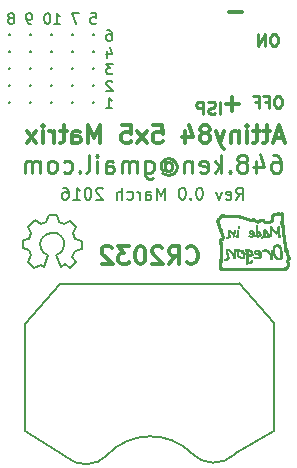
<source format=gbo>
G04 #@! TF.FileFunction,Legend,Bot*
%FSLAX46Y46*%
G04 Gerber Fmt 4.6, Leading zero omitted, Abs format (unit mm)*
G04 Created by KiCad (PCBNEW (2015-08-15 BZR 6092)-product) date 3/6/2016 8:03:16 PM*
%MOMM*%
G01*
G04 APERTURE LIST*
%ADD10C,0.100000*%
%ADD11C,0.254000*%
%ADD12C,0.300000*%
%ADD13C,0.177800*%
%ADD14C,0.228600*%
%ADD15C,0.190500*%
%ADD16C,0.150000*%
%ADD17C,0.002540*%
G04 APERTURE END LIST*
D10*
D11*
X194967618Y-89443619D02*
X194774095Y-89443619D01*
X194677333Y-89492000D01*
X194580571Y-89588762D01*
X194532190Y-89782286D01*
X194532190Y-90120952D01*
X194580571Y-90314476D01*
X194677333Y-90411238D01*
X194774095Y-90459619D01*
X194967618Y-90459619D01*
X195064380Y-90411238D01*
X195161142Y-90314476D01*
X195209523Y-90120952D01*
X195209523Y-89782286D01*
X195161142Y-89588762D01*
X195064380Y-89492000D01*
X194967618Y-89443619D01*
X193758095Y-89927429D02*
X194096761Y-89927429D01*
X194096761Y-90459619D02*
X194096761Y-89443619D01*
X193612952Y-89443619D01*
X192887238Y-89927429D02*
X193225904Y-89927429D01*
X193225904Y-90459619D02*
X193225904Y-89443619D01*
X192742095Y-89443619D01*
X194628952Y-84193619D02*
X194435429Y-84193619D01*
X194338667Y-84242000D01*
X194241905Y-84338762D01*
X194193524Y-84532286D01*
X194193524Y-84870952D01*
X194241905Y-85064476D01*
X194338667Y-85161238D01*
X194435429Y-85209619D01*
X194628952Y-85209619D01*
X194725714Y-85161238D01*
X194822476Y-85064476D01*
X194870857Y-84870952D01*
X194870857Y-84532286D01*
X194822476Y-84338762D01*
X194725714Y-84242000D01*
X194628952Y-84193619D01*
X193758095Y-85209619D02*
X193758095Y-84193619D01*
X193177524Y-85209619D01*
X193177524Y-84193619D01*
X189991809Y-90959619D02*
X189991809Y-89943619D01*
X189556380Y-90911238D02*
X189411237Y-90959619D01*
X189169333Y-90959619D01*
X189072571Y-90911238D01*
X189024190Y-90862857D01*
X188975809Y-90766095D01*
X188975809Y-90669333D01*
X189024190Y-90572571D01*
X189072571Y-90524190D01*
X189169333Y-90475810D01*
X189362856Y-90427429D01*
X189459618Y-90379048D01*
X189507999Y-90330667D01*
X189556380Y-90233905D01*
X189556380Y-90137143D01*
X189507999Y-90040381D01*
X189459618Y-89992000D01*
X189362856Y-89943619D01*
X189120952Y-89943619D01*
X188975809Y-89992000D01*
X188540380Y-90959619D02*
X188540380Y-89943619D01*
X188153333Y-89943619D01*
X188056571Y-89992000D01*
X188008190Y-90040381D01*
X187959809Y-90137143D01*
X187959809Y-90282286D01*
X188008190Y-90379048D01*
X188056571Y-90427429D01*
X188153333Y-90475810D01*
X188540380Y-90475810D01*
D12*
X191821428Y-82357143D02*
X190678571Y-82357143D01*
X191571428Y-90107143D02*
X190428571Y-90107143D01*
X191000000Y-90678571D02*
X191000000Y-89535714D01*
X187142856Y-103535714D02*
X187214285Y-103607143D01*
X187428571Y-103678571D01*
X187571428Y-103678571D01*
X187785713Y-103607143D01*
X187928571Y-103464286D01*
X187999999Y-103321429D01*
X188071428Y-103035714D01*
X188071428Y-102821429D01*
X187999999Y-102535714D01*
X187928571Y-102392857D01*
X187785713Y-102250000D01*
X187571428Y-102178571D01*
X187428571Y-102178571D01*
X187214285Y-102250000D01*
X187142856Y-102321429D01*
X185642856Y-103678571D02*
X186142856Y-102964286D01*
X186499999Y-103678571D02*
X186499999Y-102178571D01*
X185928571Y-102178571D01*
X185785713Y-102250000D01*
X185714285Y-102321429D01*
X185642856Y-102464286D01*
X185642856Y-102678571D01*
X185714285Y-102821429D01*
X185785713Y-102892857D01*
X185928571Y-102964286D01*
X186499999Y-102964286D01*
X185071428Y-102321429D02*
X184999999Y-102250000D01*
X184857142Y-102178571D01*
X184499999Y-102178571D01*
X184357142Y-102250000D01*
X184285713Y-102321429D01*
X184214285Y-102464286D01*
X184214285Y-102607143D01*
X184285713Y-102821429D01*
X185142856Y-103678571D01*
X184214285Y-103678571D01*
X183285714Y-102178571D02*
X183142857Y-102178571D01*
X183000000Y-102250000D01*
X182928571Y-102321429D01*
X182857142Y-102464286D01*
X182785714Y-102750000D01*
X182785714Y-103107143D01*
X182857142Y-103392857D01*
X182928571Y-103535714D01*
X183000000Y-103607143D01*
X183142857Y-103678571D01*
X183285714Y-103678571D01*
X183428571Y-103607143D01*
X183500000Y-103535714D01*
X183571428Y-103392857D01*
X183642857Y-103107143D01*
X183642857Y-102750000D01*
X183571428Y-102464286D01*
X183500000Y-102321429D01*
X183428571Y-102250000D01*
X183285714Y-102178571D01*
X182285714Y-102178571D02*
X181357143Y-102178571D01*
X181857143Y-102750000D01*
X181642857Y-102750000D01*
X181500000Y-102821429D01*
X181428571Y-102892857D01*
X181357143Y-103035714D01*
X181357143Y-103392857D01*
X181428571Y-103535714D01*
X181500000Y-103607143D01*
X181642857Y-103678571D01*
X182071429Y-103678571D01*
X182214286Y-103607143D01*
X182285714Y-103535714D01*
X180785715Y-102321429D02*
X180714286Y-102250000D01*
X180571429Y-102178571D01*
X180214286Y-102178571D01*
X180071429Y-102250000D01*
X180000000Y-102321429D01*
X179928572Y-102464286D01*
X179928572Y-102607143D01*
X180000000Y-102821429D01*
X180857143Y-103678571D01*
X179928572Y-103678571D01*
D13*
X191313618Y-98209619D02*
X191652284Y-97725810D01*
X191894189Y-98209619D02*
X191894189Y-97193619D01*
X191507142Y-97193619D01*
X191410380Y-97242000D01*
X191361999Y-97290381D01*
X191313618Y-97387143D01*
X191313618Y-97532286D01*
X191361999Y-97629048D01*
X191410380Y-97677429D01*
X191507142Y-97725810D01*
X191894189Y-97725810D01*
X190491142Y-98161238D02*
X190587904Y-98209619D01*
X190781427Y-98209619D01*
X190878189Y-98161238D01*
X190926570Y-98064476D01*
X190926570Y-97677429D01*
X190878189Y-97580667D01*
X190781427Y-97532286D01*
X190587904Y-97532286D01*
X190491142Y-97580667D01*
X190442761Y-97677429D01*
X190442761Y-97774190D01*
X190926570Y-97870952D01*
X190104094Y-97532286D02*
X189862189Y-98209619D01*
X189620285Y-97532286D01*
X188265618Y-97193619D02*
X188168857Y-97193619D01*
X188072095Y-97242000D01*
X188023714Y-97290381D01*
X187975333Y-97387143D01*
X187926952Y-97580667D01*
X187926952Y-97822571D01*
X187975333Y-98016095D01*
X188023714Y-98112857D01*
X188072095Y-98161238D01*
X188168857Y-98209619D01*
X188265618Y-98209619D01*
X188362380Y-98161238D01*
X188410761Y-98112857D01*
X188459142Y-98016095D01*
X188507523Y-97822571D01*
X188507523Y-97580667D01*
X188459142Y-97387143D01*
X188410761Y-97290381D01*
X188362380Y-97242000D01*
X188265618Y-97193619D01*
X187491523Y-98112857D02*
X187443142Y-98161238D01*
X187491523Y-98209619D01*
X187539904Y-98161238D01*
X187491523Y-98112857D01*
X187491523Y-98209619D01*
X186814189Y-97193619D02*
X186717428Y-97193619D01*
X186620666Y-97242000D01*
X186572285Y-97290381D01*
X186523904Y-97387143D01*
X186475523Y-97580667D01*
X186475523Y-97822571D01*
X186523904Y-98016095D01*
X186572285Y-98112857D01*
X186620666Y-98161238D01*
X186717428Y-98209619D01*
X186814189Y-98209619D01*
X186910951Y-98161238D01*
X186959332Y-98112857D01*
X187007713Y-98016095D01*
X187056094Y-97822571D01*
X187056094Y-97580667D01*
X187007713Y-97387143D01*
X186959332Y-97290381D01*
X186910951Y-97242000D01*
X186814189Y-97193619D01*
X185265999Y-98209619D02*
X185265999Y-97193619D01*
X184927333Y-97919333D01*
X184588666Y-97193619D01*
X184588666Y-98209619D01*
X183669428Y-98209619D02*
X183669428Y-97677429D01*
X183717809Y-97580667D01*
X183814571Y-97532286D01*
X184008094Y-97532286D01*
X184104856Y-97580667D01*
X183669428Y-98161238D02*
X183766190Y-98209619D01*
X184008094Y-98209619D01*
X184104856Y-98161238D01*
X184153237Y-98064476D01*
X184153237Y-97967714D01*
X184104856Y-97870952D01*
X184008094Y-97822571D01*
X183766190Y-97822571D01*
X183669428Y-97774190D01*
X183185618Y-98209619D02*
X183185618Y-97532286D01*
X183185618Y-97725810D02*
X183137237Y-97629048D01*
X183088856Y-97580667D01*
X182992094Y-97532286D01*
X182895333Y-97532286D01*
X182121238Y-98161238D02*
X182218000Y-98209619D01*
X182411523Y-98209619D01*
X182508285Y-98161238D01*
X182556666Y-98112857D01*
X182605047Y-98016095D01*
X182605047Y-97725810D01*
X182556666Y-97629048D01*
X182508285Y-97580667D01*
X182411523Y-97532286D01*
X182218000Y-97532286D01*
X182121238Y-97580667D01*
X181685809Y-98209619D02*
X181685809Y-97193619D01*
X181250381Y-98209619D02*
X181250381Y-97677429D01*
X181298762Y-97580667D01*
X181395524Y-97532286D01*
X181540666Y-97532286D01*
X181637428Y-97580667D01*
X181685809Y-97629048D01*
X180040857Y-97290381D02*
X179992476Y-97242000D01*
X179895714Y-97193619D01*
X179653810Y-97193619D01*
X179557048Y-97242000D01*
X179508667Y-97290381D01*
X179460286Y-97387143D01*
X179460286Y-97483905D01*
X179508667Y-97629048D01*
X180089238Y-98209619D01*
X179460286Y-98209619D01*
X178831333Y-97193619D02*
X178734572Y-97193619D01*
X178637810Y-97242000D01*
X178589429Y-97290381D01*
X178541048Y-97387143D01*
X178492667Y-97580667D01*
X178492667Y-97822571D01*
X178541048Y-98016095D01*
X178589429Y-98112857D01*
X178637810Y-98161238D01*
X178734572Y-98209619D01*
X178831333Y-98209619D01*
X178928095Y-98161238D01*
X178976476Y-98112857D01*
X179024857Y-98016095D01*
X179073238Y-97822571D01*
X179073238Y-97580667D01*
X179024857Y-97387143D01*
X178976476Y-97290381D01*
X178928095Y-97242000D01*
X178831333Y-97193619D01*
X177525048Y-98209619D02*
X178105619Y-98209619D01*
X177815333Y-98209619D02*
X177815333Y-97193619D01*
X177912095Y-97338762D01*
X178008857Y-97435524D01*
X178105619Y-97483905D01*
X176654191Y-97193619D02*
X176847714Y-97193619D01*
X176944476Y-97242000D01*
X176992857Y-97290381D01*
X177089619Y-97435524D01*
X177138000Y-97629048D01*
X177138000Y-98016095D01*
X177089619Y-98112857D01*
X177041238Y-98161238D01*
X176944476Y-98209619D01*
X176750953Y-98209619D01*
X176654191Y-98161238D01*
X176605810Y-98112857D01*
X176557429Y-98016095D01*
X176557429Y-97774190D01*
X176605810Y-97677429D01*
X176654191Y-97629048D01*
X176750953Y-97580667D01*
X176944476Y-97580667D01*
X177041238Y-97629048D01*
X177089619Y-97677429D01*
X177138000Y-97774190D01*
D12*
X195321428Y-93000000D02*
X194607142Y-93000000D01*
X195464285Y-93428571D02*
X194964285Y-91928571D01*
X194464285Y-93428571D01*
X194178571Y-92428571D02*
X193607142Y-92428571D01*
X193964285Y-91928571D02*
X193964285Y-93214286D01*
X193892857Y-93357143D01*
X193749999Y-93428571D01*
X193607142Y-93428571D01*
X193321428Y-92428571D02*
X192749999Y-92428571D01*
X193107142Y-91928571D02*
X193107142Y-93214286D01*
X193035714Y-93357143D01*
X192892856Y-93428571D01*
X192749999Y-93428571D01*
X192249999Y-93428571D02*
X192249999Y-92428571D01*
X192249999Y-91928571D02*
X192321428Y-92000000D01*
X192249999Y-92071429D01*
X192178571Y-92000000D01*
X192249999Y-91928571D01*
X192249999Y-92071429D01*
X191535713Y-92428571D02*
X191535713Y-93428571D01*
X191535713Y-92571429D02*
X191464285Y-92500000D01*
X191321427Y-92428571D01*
X191107142Y-92428571D01*
X190964285Y-92500000D01*
X190892856Y-92642857D01*
X190892856Y-93428571D01*
X190321427Y-92428571D02*
X189964284Y-93428571D01*
X189607142Y-92428571D02*
X189964284Y-93428571D01*
X190107142Y-93785714D01*
X190178570Y-93857143D01*
X190321427Y-93928571D01*
X188821427Y-92571429D02*
X188964285Y-92500000D01*
X189035713Y-92428571D01*
X189107142Y-92285714D01*
X189107142Y-92214286D01*
X189035713Y-92071429D01*
X188964285Y-92000000D01*
X188821427Y-91928571D01*
X188535713Y-91928571D01*
X188392856Y-92000000D01*
X188321427Y-92071429D01*
X188249999Y-92214286D01*
X188249999Y-92285714D01*
X188321427Y-92428571D01*
X188392856Y-92500000D01*
X188535713Y-92571429D01*
X188821427Y-92571429D01*
X188964285Y-92642857D01*
X189035713Y-92714286D01*
X189107142Y-92857143D01*
X189107142Y-93142857D01*
X189035713Y-93285714D01*
X188964285Y-93357143D01*
X188821427Y-93428571D01*
X188535713Y-93428571D01*
X188392856Y-93357143D01*
X188321427Y-93285714D01*
X188249999Y-93142857D01*
X188249999Y-92857143D01*
X188321427Y-92714286D01*
X188392856Y-92642857D01*
X188535713Y-92571429D01*
X186964285Y-92428571D02*
X186964285Y-93428571D01*
X187321428Y-91857143D02*
X187678571Y-92928571D01*
X186749999Y-92928571D01*
X184321428Y-91928571D02*
X185035714Y-91928571D01*
X185107143Y-92642857D01*
X185035714Y-92571429D01*
X184892857Y-92500000D01*
X184535714Y-92500000D01*
X184392857Y-92571429D01*
X184321428Y-92642857D01*
X184250000Y-92785714D01*
X184250000Y-93142857D01*
X184321428Y-93285714D01*
X184392857Y-93357143D01*
X184535714Y-93428571D01*
X184892857Y-93428571D01*
X185035714Y-93357143D01*
X185107143Y-93285714D01*
X183750000Y-93428571D02*
X182964286Y-92428571D01*
X183750000Y-92428571D02*
X182964286Y-93428571D01*
X181678571Y-91928571D02*
X182392857Y-91928571D01*
X182464286Y-92642857D01*
X182392857Y-92571429D01*
X182250000Y-92500000D01*
X181892857Y-92500000D01*
X181750000Y-92571429D01*
X181678571Y-92642857D01*
X181607143Y-92785714D01*
X181607143Y-93142857D01*
X181678571Y-93285714D01*
X181750000Y-93357143D01*
X181892857Y-93428571D01*
X182250000Y-93428571D01*
X182392857Y-93357143D01*
X182464286Y-93285714D01*
X179821429Y-93428571D02*
X179821429Y-91928571D01*
X179321429Y-93000000D01*
X178821429Y-91928571D01*
X178821429Y-93428571D01*
X177464286Y-93428571D02*
X177464286Y-92642857D01*
X177535715Y-92500000D01*
X177678572Y-92428571D01*
X177964286Y-92428571D01*
X178107143Y-92500000D01*
X177464286Y-93357143D02*
X177607143Y-93428571D01*
X177964286Y-93428571D01*
X178107143Y-93357143D01*
X178178572Y-93214286D01*
X178178572Y-93071429D01*
X178107143Y-92928571D01*
X177964286Y-92857143D01*
X177607143Y-92857143D01*
X177464286Y-92785714D01*
X176964286Y-92428571D02*
X176392857Y-92428571D01*
X176750000Y-91928571D02*
X176750000Y-93214286D01*
X176678572Y-93357143D01*
X176535714Y-93428571D01*
X176392857Y-93428571D01*
X175892857Y-93428571D02*
X175892857Y-92428571D01*
X175892857Y-92714286D02*
X175821429Y-92571429D01*
X175750000Y-92500000D01*
X175607143Y-92428571D01*
X175464286Y-92428571D01*
X174964286Y-93428571D02*
X174964286Y-92428571D01*
X174964286Y-91928571D02*
X175035715Y-92000000D01*
X174964286Y-92071429D01*
X174892858Y-92000000D01*
X174964286Y-91928571D01*
X174964286Y-92071429D01*
X174392857Y-93428571D02*
X173607143Y-92428571D01*
X174392857Y-92428571D02*
X173607143Y-93428571D01*
D14*
X194428571Y-94428571D02*
X194714285Y-94428571D01*
X194857142Y-94500000D01*
X194928571Y-94571429D01*
X195071428Y-94785714D01*
X195142857Y-95071429D01*
X195142857Y-95642857D01*
X195071428Y-95785714D01*
X195000000Y-95857143D01*
X194857142Y-95928571D01*
X194571428Y-95928571D01*
X194428571Y-95857143D01*
X194357142Y-95785714D01*
X194285714Y-95642857D01*
X194285714Y-95285714D01*
X194357142Y-95142857D01*
X194428571Y-95071429D01*
X194571428Y-95000000D01*
X194857142Y-95000000D01*
X195000000Y-95071429D01*
X195071428Y-95142857D01*
X195142857Y-95285714D01*
X193000000Y-94928571D02*
X193000000Y-95928571D01*
X193357143Y-94357143D02*
X193714286Y-95428571D01*
X192785714Y-95428571D01*
X192000000Y-95071429D02*
X192142858Y-95000000D01*
X192214286Y-94928571D01*
X192285715Y-94785714D01*
X192285715Y-94714286D01*
X192214286Y-94571429D01*
X192142858Y-94500000D01*
X192000000Y-94428571D01*
X191714286Y-94428571D01*
X191571429Y-94500000D01*
X191500000Y-94571429D01*
X191428572Y-94714286D01*
X191428572Y-94785714D01*
X191500000Y-94928571D01*
X191571429Y-95000000D01*
X191714286Y-95071429D01*
X192000000Y-95071429D01*
X192142858Y-95142857D01*
X192214286Y-95214286D01*
X192285715Y-95357143D01*
X192285715Y-95642857D01*
X192214286Y-95785714D01*
X192142858Y-95857143D01*
X192000000Y-95928571D01*
X191714286Y-95928571D01*
X191571429Y-95857143D01*
X191500000Y-95785714D01*
X191428572Y-95642857D01*
X191428572Y-95357143D01*
X191500000Y-95214286D01*
X191571429Y-95142857D01*
X191714286Y-95071429D01*
X190785715Y-95785714D02*
X190714287Y-95857143D01*
X190785715Y-95928571D01*
X190857144Y-95857143D01*
X190785715Y-95785714D01*
X190785715Y-95928571D01*
X190071429Y-95928571D02*
X190071429Y-94428571D01*
X189928572Y-95357143D02*
X189500001Y-95928571D01*
X189500001Y-94928571D02*
X190071429Y-95500000D01*
X188285715Y-95857143D02*
X188428572Y-95928571D01*
X188714286Y-95928571D01*
X188857143Y-95857143D01*
X188928572Y-95714286D01*
X188928572Y-95142857D01*
X188857143Y-95000000D01*
X188714286Y-94928571D01*
X188428572Y-94928571D01*
X188285715Y-95000000D01*
X188214286Y-95142857D01*
X188214286Y-95285714D01*
X188928572Y-95428571D01*
X187571429Y-94928571D02*
X187571429Y-95928571D01*
X187571429Y-95071429D02*
X187500001Y-95000000D01*
X187357143Y-94928571D01*
X187142858Y-94928571D01*
X187000001Y-95000000D01*
X186928572Y-95142857D01*
X186928572Y-95928571D01*
X185285715Y-95214286D02*
X185357143Y-95142857D01*
X185500000Y-95071429D01*
X185642858Y-95071429D01*
X185785715Y-95142857D01*
X185857143Y-95214286D01*
X185928572Y-95357143D01*
X185928572Y-95500000D01*
X185857143Y-95642857D01*
X185785715Y-95714286D01*
X185642858Y-95785714D01*
X185500000Y-95785714D01*
X185357143Y-95714286D01*
X185285715Y-95642857D01*
X185285715Y-95071429D02*
X185285715Y-95642857D01*
X185214286Y-95714286D01*
X185142858Y-95714286D01*
X185000000Y-95642857D01*
X184928572Y-95500000D01*
X184928572Y-95142857D01*
X185071429Y-94928571D01*
X185285715Y-94785714D01*
X185571429Y-94714286D01*
X185857143Y-94785714D01*
X186071429Y-94928571D01*
X186214286Y-95142857D01*
X186285715Y-95428571D01*
X186214286Y-95714286D01*
X186071429Y-95928571D01*
X185857143Y-96071429D01*
X185571429Y-96142857D01*
X185285715Y-96071429D01*
X185071429Y-95928571D01*
X183642858Y-94928571D02*
X183642858Y-96142857D01*
X183714287Y-96285714D01*
X183785715Y-96357143D01*
X183928572Y-96428571D01*
X184142858Y-96428571D01*
X184285715Y-96357143D01*
X183642858Y-95857143D02*
X183785715Y-95928571D01*
X184071429Y-95928571D01*
X184214287Y-95857143D01*
X184285715Y-95785714D01*
X184357144Y-95642857D01*
X184357144Y-95214286D01*
X184285715Y-95071429D01*
X184214287Y-95000000D01*
X184071429Y-94928571D01*
X183785715Y-94928571D01*
X183642858Y-95000000D01*
X182928572Y-95928571D02*
X182928572Y-94928571D01*
X182928572Y-95071429D02*
X182857144Y-95000000D01*
X182714286Y-94928571D01*
X182500001Y-94928571D01*
X182357144Y-95000000D01*
X182285715Y-95142857D01*
X182285715Y-95928571D01*
X182285715Y-95142857D02*
X182214286Y-95000000D01*
X182071429Y-94928571D01*
X181857144Y-94928571D01*
X181714286Y-95000000D01*
X181642858Y-95142857D01*
X181642858Y-95928571D01*
X180285715Y-95928571D02*
X180285715Y-95142857D01*
X180357144Y-95000000D01*
X180500001Y-94928571D01*
X180785715Y-94928571D01*
X180928572Y-95000000D01*
X180285715Y-95857143D02*
X180428572Y-95928571D01*
X180785715Y-95928571D01*
X180928572Y-95857143D01*
X181000001Y-95714286D01*
X181000001Y-95571429D01*
X180928572Y-95428571D01*
X180785715Y-95357143D01*
X180428572Y-95357143D01*
X180285715Y-95285714D01*
X179571429Y-95928571D02*
X179571429Y-94928571D01*
X179571429Y-94428571D02*
X179642858Y-94500000D01*
X179571429Y-94571429D01*
X179500001Y-94500000D01*
X179571429Y-94428571D01*
X179571429Y-94571429D01*
X178642857Y-95928571D02*
X178785715Y-95857143D01*
X178857143Y-95714286D01*
X178857143Y-94428571D01*
X178071429Y-95785714D02*
X178000001Y-95857143D01*
X178071429Y-95928571D01*
X178142858Y-95857143D01*
X178071429Y-95785714D01*
X178071429Y-95928571D01*
X176714286Y-95857143D02*
X176857143Y-95928571D01*
X177142857Y-95928571D01*
X177285715Y-95857143D01*
X177357143Y-95785714D01*
X177428572Y-95642857D01*
X177428572Y-95214286D01*
X177357143Y-95071429D01*
X177285715Y-95000000D01*
X177142857Y-94928571D01*
X176857143Y-94928571D01*
X176714286Y-95000000D01*
X175857143Y-95928571D02*
X176000001Y-95857143D01*
X176071429Y-95785714D01*
X176142858Y-95642857D01*
X176142858Y-95214286D01*
X176071429Y-95071429D01*
X176000001Y-95000000D01*
X175857143Y-94928571D01*
X175642858Y-94928571D01*
X175500001Y-95000000D01*
X175428572Y-95071429D01*
X175357143Y-95214286D01*
X175357143Y-95642857D01*
X175428572Y-95785714D01*
X175500001Y-95857143D01*
X175642858Y-95928571D01*
X175857143Y-95928571D01*
X174714286Y-95928571D02*
X174714286Y-94928571D01*
X174714286Y-95071429D02*
X174642858Y-95000000D01*
X174500000Y-94928571D01*
X174285715Y-94928571D01*
X174142858Y-95000000D01*
X174071429Y-95142857D01*
X174071429Y-95928571D01*
X174071429Y-95142857D02*
X174000000Y-95000000D01*
X173857143Y-94928571D01*
X173642858Y-94928571D01*
X173500000Y-95000000D01*
X173428572Y-95142857D01*
X173428572Y-95928571D01*
D15*
X179217331Y-84197300D02*
X179174998Y-84239633D01*
X179217331Y-84281967D01*
X179259665Y-84239633D01*
X179217331Y-84197300D01*
X179217331Y-84281967D01*
X177439332Y-84197300D02*
X177396999Y-84239633D01*
X177439332Y-84281967D01*
X177481666Y-84239633D01*
X177439332Y-84197300D01*
X177439332Y-84281967D01*
X175661333Y-84197300D02*
X175619000Y-84239633D01*
X175661333Y-84281967D01*
X175703667Y-84239633D01*
X175661333Y-84197300D01*
X175661333Y-84281967D01*
X173883334Y-84197300D02*
X173841001Y-84239633D01*
X173883334Y-84281967D01*
X173925668Y-84239633D01*
X173883334Y-84197300D01*
X173883334Y-84281967D01*
X172105335Y-84197300D02*
X172063002Y-84239633D01*
X172105335Y-84281967D01*
X172147669Y-84239633D01*
X172105335Y-84197300D01*
X172105335Y-84281967D01*
X179217331Y-85632400D02*
X179174998Y-85674733D01*
X179217331Y-85717067D01*
X179259665Y-85674733D01*
X179217331Y-85632400D01*
X179217331Y-85717067D01*
X177439332Y-85632400D02*
X177396999Y-85674733D01*
X177439332Y-85717067D01*
X177481666Y-85674733D01*
X177439332Y-85632400D01*
X177439332Y-85717067D01*
X175661333Y-85632400D02*
X175619000Y-85674733D01*
X175661333Y-85717067D01*
X175703667Y-85674733D01*
X175661333Y-85632400D01*
X175661333Y-85717067D01*
X173883334Y-85632400D02*
X173841001Y-85674733D01*
X173883334Y-85717067D01*
X173925668Y-85674733D01*
X173883334Y-85632400D01*
X173883334Y-85717067D01*
X172105335Y-85632400D02*
X172063002Y-85674733D01*
X172105335Y-85717067D01*
X172147669Y-85674733D01*
X172105335Y-85632400D01*
X172105335Y-85717067D01*
X179217331Y-87067500D02*
X179174998Y-87109833D01*
X179217331Y-87152167D01*
X179259665Y-87109833D01*
X179217331Y-87067500D01*
X179217331Y-87152167D01*
X177439332Y-87067500D02*
X177396999Y-87109833D01*
X177439332Y-87152167D01*
X177481666Y-87109833D01*
X177439332Y-87067500D01*
X177439332Y-87152167D01*
X175661333Y-87067500D02*
X175619000Y-87109833D01*
X175661333Y-87152167D01*
X175703667Y-87109833D01*
X175661333Y-87067500D01*
X175661333Y-87152167D01*
X173883334Y-87067500D02*
X173841001Y-87109833D01*
X173883334Y-87152167D01*
X173925668Y-87109833D01*
X173883334Y-87067500D01*
X173883334Y-87152167D01*
X172105335Y-87067500D02*
X172063002Y-87109833D01*
X172105335Y-87152167D01*
X172147669Y-87109833D01*
X172105335Y-87067500D01*
X172105335Y-87152167D01*
X179217331Y-88502600D02*
X179174998Y-88544933D01*
X179217331Y-88587267D01*
X179259665Y-88544933D01*
X179217331Y-88502600D01*
X179217331Y-88587267D01*
X177439332Y-88502600D02*
X177396999Y-88544933D01*
X177439332Y-88587267D01*
X177481666Y-88544933D01*
X177439332Y-88502600D01*
X177439332Y-88587267D01*
X175661333Y-88502600D02*
X175619000Y-88544933D01*
X175661333Y-88587267D01*
X175703667Y-88544933D01*
X175661333Y-88502600D01*
X175661333Y-88587267D01*
X173883334Y-88502600D02*
X173841001Y-88544933D01*
X173883334Y-88587267D01*
X173925668Y-88544933D01*
X173883334Y-88502600D01*
X173883334Y-88587267D01*
X172105335Y-88502600D02*
X172063002Y-88544933D01*
X172105335Y-88587267D01*
X172147669Y-88544933D01*
X172105335Y-88502600D01*
X172105335Y-88587267D01*
X179217331Y-89937700D02*
X179174998Y-89980033D01*
X179217331Y-90022367D01*
X179259665Y-89980033D01*
X179217331Y-89937700D01*
X179217331Y-90022367D01*
X177439332Y-89937700D02*
X177396999Y-89980033D01*
X177439332Y-90022367D01*
X177481666Y-89980033D01*
X177439332Y-89937700D01*
X177439332Y-90022367D01*
X175661333Y-89937700D02*
X175619000Y-89980033D01*
X175661333Y-90022367D01*
X175703667Y-89980033D01*
X175661333Y-89937700D01*
X175661333Y-90022367D01*
X173883334Y-89937700D02*
X173841001Y-89980033D01*
X173883334Y-90022367D01*
X173925668Y-89980033D01*
X173883334Y-89937700D01*
X173883334Y-90022367D01*
X172105335Y-89937700D02*
X172063002Y-89980033D01*
X172105335Y-90022367D01*
X172147669Y-89980033D01*
X172105335Y-89937700D01*
X172105335Y-90022367D01*
X179010334Y-82425417D02*
X179433667Y-82425417D01*
X179476001Y-82848750D01*
X179433667Y-82806417D01*
X179349001Y-82764083D01*
X179137334Y-82764083D01*
X179052667Y-82806417D01*
X179010334Y-82848750D01*
X178968001Y-82933417D01*
X178968001Y-83145083D01*
X179010334Y-83229750D01*
X179052667Y-83272083D01*
X179137334Y-83314417D01*
X179349001Y-83314417D01*
X179433667Y-83272083D01*
X179476001Y-83229750D01*
X177994334Y-82425417D02*
X177401667Y-82425417D01*
X177782667Y-83314417D01*
X175920001Y-83314417D02*
X176428001Y-83314417D01*
X176174001Y-83314417D02*
X176174001Y-82425417D01*
X176258667Y-82552417D01*
X176343334Y-82637083D01*
X176428001Y-82679417D01*
X175369667Y-82425417D02*
X175285000Y-82425417D01*
X175200334Y-82467750D01*
X175158000Y-82510083D01*
X175115667Y-82594750D01*
X175073334Y-82764083D01*
X175073334Y-82975750D01*
X175115667Y-83145083D01*
X175158000Y-83229750D01*
X175200334Y-83272083D01*
X175285000Y-83314417D01*
X175369667Y-83314417D01*
X175454334Y-83272083D01*
X175496667Y-83229750D01*
X175539000Y-83145083D01*
X175581334Y-82975750D01*
X175581334Y-82764083D01*
X175539000Y-82594750D01*
X175496667Y-82510083D01*
X175454334Y-82467750D01*
X175369667Y-82425417D01*
X173972667Y-83314417D02*
X173803334Y-83314417D01*
X173718667Y-83272083D01*
X173676334Y-83229750D01*
X173591667Y-83102750D01*
X173549334Y-82933417D01*
X173549334Y-82594750D01*
X173591667Y-82510083D01*
X173634000Y-82467750D01*
X173718667Y-82425417D01*
X173888000Y-82425417D01*
X173972667Y-82467750D01*
X174015000Y-82510083D01*
X174057334Y-82594750D01*
X174057334Y-82806417D01*
X174015000Y-82891083D01*
X173972667Y-82933417D01*
X173888000Y-82975750D01*
X173718667Y-82975750D01*
X173634000Y-82933417D01*
X173591667Y-82891083D01*
X173549334Y-82806417D01*
X172364000Y-82806417D02*
X172448667Y-82764083D01*
X172491000Y-82721750D01*
X172533334Y-82637083D01*
X172533334Y-82594750D01*
X172491000Y-82510083D01*
X172448667Y-82467750D01*
X172364000Y-82425417D01*
X172194667Y-82425417D01*
X172110000Y-82467750D01*
X172067667Y-82510083D01*
X172025334Y-82594750D01*
X172025334Y-82637083D01*
X172067667Y-82721750D01*
X172110000Y-82764083D01*
X172194667Y-82806417D01*
X172364000Y-82806417D01*
X172448667Y-82848750D01*
X172491000Y-82891083D01*
X172533334Y-82975750D01*
X172533334Y-83145083D01*
X172491000Y-83229750D01*
X172448667Y-83272083D01*
X172364000Y-83314417D01*
X172194667Y-83314417D01*
X172110000Y-83272083D01*
X172067667Y-83229750D01*
X172025334Y-83145083D01*
X172025334Y-82975750D01*
X172067667Y-82891083D01*
X172110000Y-82848750D01*
X172194667Y-82806417D01*
X180407333Y-83860517D02*
X180576667Y-83860517D01*
X180661333Y-83902850D01*
X180703667Y-83945183D01*
X180788333Y-84072183D01*
X180830667Y-84241517D01*
X180830667Y-84580183D01*
X180788333Y-84664850D01*
X180746000Y-84707183D01*
X180661333Y-84749517D01*
X180492000Y-84749517D01*
X180407333Y-84707183D01*
X180365000Y-84664850D01*
X180322667Y-84580183D01*
X180322667Y-84368517D01*
X180365000Y-84283850D01*
X180407333Y-84241517D01*
X180492000Y-84199183D01*
X180661333Y-84199183D01*
X180746000Y-84241517D01*
X180788333Y-84283850D01*
X180830667Y-84368517D01*
X180407333Y-85591950D02*
X180407333Y-86184617D01*
X180619000Y-85253283D02*
X180830667Y-85888283D01*
X180280333Y-85888283D01*
X180873000Y-86730717D02*
X180322667Y-86730717D01*
X180619000Y-87069383D01*
X180492000Y-87069383D01*
X180407333Y-87111717D01*
X180365000Y-87154050D01*
X180322667Y-87238717D01*
X180322667Y-87450383D01*
X180365000Y-87535050D01*
X180407333Y-87577383D01*
X180492000Y-87619717D01*
X180746000Y-87619717D01*
X180830667Y-87577383D01*
X180873000Y-87535050D01*
X180830667Y-88250483D02*
X180788333Y-88208150D01*
X180703667Y-88165817D01*
X180492000Y-88165817D01*
X180407333Y-88208150D01*
X180365000Y-88250483D01*
X180322667Y-88335150D01*
X180322667Y-88419817D01*
X180365000Y-88546817D01*
X180873000Y-89054817D01*
X180322667Y-89054817D01*
X180322667Y-90489917D02*
X180830667Y-90489917D01*
X180576667Y-90489917D02*
X180576667Y-89600917D01*
X180661333Y-89727917D01*
X180746000Y-89812583D01*
X180830667Y-89854917D01*
D16*
X191175500Y-119790500D02*
X194541000Y-117822000D01*
X176824500Y-119917500D02*
X173459000Y-117822000D01*
X191200900Y-119790500D02*
G75*
G02X187517900Y-119663500I-1778000J1905000D01*
G01*
X180494800Y-119790500D02*
G75*
G02X176811800Y-119917500I-1905000J1778000D01*
G01*
X180444000Y-119790500D02*
G75*
G02X187556000Y-119663500I3619500J-3492500D01*
G01*
X176380000Y-105376000D02*
X173459000Y-108741500D01*
X194541000Y-108678000D02*
X191556500Y-105312500D01*
X191620000Y-105376000D02*
X176380000Y-105376000D01*
X194541000Y-117822000D02*
X194541000Y-108678000D01*
X173459000Y-117822000D02*
X173459000Y-108678000D01*
D17*
G36*
X189653740Y-99989780D02*
X189653740Y-100027880D01*
X189656280Y-100053280D01*
X189658820Y-100076140D01*
X189663900Y-100093920D01*
X189674060Y-100114240D01*
X189676600Y-100121860D01*
X189689300Y-100149800D01*
X189699460Y-100175200D01*
X189709620Y-100205680D01*
X189719780Y-100241240D01*
X189729940Y-100286960D01*
X189742640Y-100340300D01*
X189747720Y-100358080D01*
X189762960Y-100431740D01*
X189780740Y-100492700D01*
X189795980Y-100546040D01*
X189816300Y-100591760D01*
X189836620Y-100632400D01*
X189836620Y-100002480D01*
X189836620Y-99987240D01*
X189839160Y-99974540D01*
X189846780Y-99961840D01*
X189859480Y-99946600D01*
X189882340Y-99928820D01*
X189892500Y-99918660D01*
X189920440Y-99895800D01*
X189945840Y-99870400D01*
X189963620Y-99847540D01*
X189971240Y-99839920D01*
X189983940Y-99822140D01*
X190004260Y-99796740D01*
X190029660Y-99766260D01*
X190055060Y-99735780D01*
X190057600Y-99733240D01*
X190080460Y-99705300D01*
X190100780Y-99679900D01*
X190113480Y-99662120D01*
X190121100Y-99651960D01*
X190121100Y-99649420D01*
X190126180Y-99644340D01*
X190143960Y-99644340D01*
X190169360Y-99644340D01*
X190199840Y-99649420D01*
X190230320Y-99654500D01*
X190240480Y-99657040D01*
X190253180Y-99659580D01*
X190265880Y-99664660D01*
X190281120Y-99664660D01*
X190298900Y-99667200D01*
X190324300Y-99669740D01*
X190357320Y-99672280D01*
X190395420Y-99672280D01*
X190443680Y-99674820D01*
X190502100Y-99674820D01*
X190573220Y-99677360D01*
X190657040Y-99679900D01*
X190710380Y-99679900D01*
X190796740Y-99682440D01*
X190883100Y-99682440D01*
X190969460Y-99684980D01*
X191053280Y-99684980D01*
X191132020Y-99687520D01*
X191203140Y-99687520D01*
X191266640Y-99687520D01*
X191314900Y-99687520D01*
X191327600Y-99687520D01*
X191520640Y-99687520D01*
X191581600Y-99748480D01*
X191642560Y-99806900D01*
X191683200Y-99806900D01*
X191711140Y-99806900D01*
X191746700Y-99804360D01*
X191774640Y-99799280D01*
X191807660Y-99796740D01*
X191838140Y-99799280D01*
X191871160Y-99804360D01*
X191911800Y-99814520D01*
X191957520Y-99832300D01*
X192013400Y-99855160D01*
X192028640Y-99860240D01*
X192071820Y-99880560D01*
X192104840Y-99893260D01*
X192132780Y-99900880D01*
X192158180Y-99905960D01*
X192186120Y-99911040D01*
X192203900Y-99913580D01*
X192249620Y-99918660D01*
X192285180Y-99923740D01*
X192313120Y-99931360D01*
X192333440Y-99941520D01*
X192353760Y-99954220D01*
X192374080Y-99974540D01*
X192376620Y-99977080D01*
X192399480Y-99997400D01*
X192424880Y-100015180D01*
X192442660Y-100027880D01*
X192442660Y-100027880D01*
X192462980Y-100032960D01*
X192493460Y-100038040D01*
X192529020Y-100045660D01*
X192567120Y-100048200D01*
X192600140Y-100053280D01*
X192625540Y-100053280D01*
X192640780Y-100050740D01*
X192653480Y-100043120D01*
X192676340Y-100030420D01*
X192696660Y-100012640D01*
X192719520Y-99992320D01*
X192734760Y-99984700D01*
X192744920Y-99982160D01*
X192750000Y-99984700D01*
X192760160Y-99992320D01*
X192780480Y-100005020D01*
X192808420Y-100022800D01*
X192838900Y-100043120D01*
X192846520Y-100048200D01*
X192932880Y-100101540D01*
X193009080Y-100104080D01*
X193044640Y-100106620D01*
X193067500Y-100109160D01*
X193080200Y-100111700D01*
X193090360Y-100116780D01*
X193095440Y-100124400D01*
X193097980Y-100129480D01*
X193118300Y-100152340D01*
X193146240Y-100167580D01*
X193176720Y-100175200D01*
X193181800Y-100175200D01*
X193209740Y-100167580D01*
X193237680Y-100149800D01*
X193265620Y-100119320D01*
X193275780Y-100106620D01*
X193288480Y-100093920D01*
X193296100Y-100083760D01*
X193306260Y-100076140D01*
X193318960Y-100068520D01*
X193339280Y-100065980D01*
X193364680Y-100060900D01*
X193402780Y-100055820D01*
X193451040Y-100053280D01*
X193466280Y-100050740D01*
X193575500Y-100040580D01*
X193605980Y-100068520D01*
X193641540Y-100101540D01*
X193677100Y-100126940D01*
X193707580Y-100147260D01*
X193717740Y-100152340D01*
X193740600Y-100157420D01*
X193773620Y-100162500D01*
X193816800Y-100167580D01*
X193862520Y-100172660D01*
X193913320Y-100177740D01*
X193961580Y-100180280D01*
X194007300Y-100180280D01*
X194009840Y-100180280D01*
X194058100Y-100180280D01*
X194101280Y-100175200D01*
X194144460Y-100170120D01*
X194192720Y-100159960D01*
X194238440Y-100149800D01*
X194271460Y-100139640D01*
X194296860Y-100126940D01*
X194319720Y-100114240D01*
X194342580Y-100093920D01*
X194367980Y-100068520D01*
X194385760Y-100048200D01*
X194401000Y-100027880D01*
X194408620Y-100005020D01*
X194416240Y-99977080D01*
X194423860Y-99941520D01*
X194426400Y-99898340D01*
X194431480Y-99847540D01*
X194439100Y-99768800D01*
X194451800Y-99700220D01*
X194472120Y-99644340D01*
X194497520Y-99598620D01*
X194500060Y-99593540D01*
X194525460Y-99568140D01*
X194563560Y-99540200D01*
X194576260Y-99532580D01*
X194604200Y-99519880D01*
X194627060Y-99509720D01*
X194644840Y-99507180D01*
X194667700Y-99507180D01*
X194670240Y-99507180D01*
X194708340Y-99507180D01*
X194751520Y-99499560D01*
X194782000Y-99491940D01*
X194820100Y-99479240D01*
X194848040Y-99474160D01*
X194865820Y-99471620D01*
X194881060Y-99476700D01*
X194896300Y-99481780D01*
X194903920Y-99486860D01*
X194934400Y-99502100D01*
X194977580Y-99507180D01*
X195025840Y-99502100D01*
X195041080Y-99497020D01*
X195063940Y-99491940D01*
X195084260Y-99486860D01*
X195091880Y-99486860D01*
X195091880Y-99491940D01*
X195094420Y-99512260D01*
X195094420Y-99535120D01*
X195094420Y-99537660D01*
X195094420Y-99565600D01*
X195096960Y-99585920D01*
X195102040Y-99603700D01*
X195114740Y-99621480D01*
X195137600Y-99654500D01*
X195129980Y-99773880D01*
X195127440Y-99819600D01*
X195122360Y-99852620D01*
X195119820Y-99878020D01*
X195114740Y-99895800D01*
X195109660Y-99911040D01*
X195102040Y-99926280D01*
X195096960Y-99933900D01*
X195081720Y-99964380D01*
X195074100Y-99992320D01*
X195074100Y-100012640D01*
X195071560Y-100040580D01*
X195069020Y-100063440D01*
X195066480Y-100071060D01*
X195063940Y-100088840D01*
X195058860Y-100114240D01*
X195058860Y-100147260D01*
X195058860Y-100159960D01*
X195058860Y-100192980D01*
X195058860Y-100213300D01*
X195063940Y-100228540D01*
X195071560Y-100238700D01*
X195081720Y-100251400D01*
X195084260Y-100253940D01*
X195104580Y-100269180D01*
X195124900Y-100276800D01*
X195127440Y-100279340D01*
X195137600Y-100279340D01*
X195142680Y-100284420D01*
X195147760Y-100299660D01*
X195150300Y-100325060D01*
X195152840Y-100358080D01*
X195155380Y-100396180D01*
X195155380Y-100419040D01*
X195157920Y-100462220D01*
X195163000Y-100518100D01*
X195170620Y-100589220D01*
X195183320Y-100675580D01*
X195201100Y-100774640D01*
X195201100Y-100782260D01*
X195208720Y-100825440D01*
X195213800Y-100866080D01*
X195218880Y-100896560D01*
X195221420Y-100919420D01*
X195223960Y-100927040D01*
X195223960Y-100939740D01*
X195221420Y-100962600D01*
X195221420Y-100993080D01*
X195218880Y-101023560D01*
X195218880Y-101056580D01*
X195216340Y-101087060D01*
X195213800Y-101107380D01*
X195211260Y-101115000D01*
X195201100Y-101140400D01*
X195198560Y-101170880D01*
X195201100Y-101201360D01*
X195211260Y-101226760D01*
X195226500Y-101239460D01*
X195234120Y-101252160D01*
X195241740Y-101277560D01*
X195251900Y-101318200D01*
X195259520Y-101374080D01*
X195269680Y-101442660D01*
X195277300Y-101521400D01*
X195282380Y-101582360D01*
X195287460Y-101635700D01*
X195292540Y-101686500D01*
X195297620Y-101729680D01*
X195302700Y-101765240D01*
X195305240Y-101790640D01*
X195307780Y-101803340D01*
X195317940Y-101823660D01*
X195328100Y-101851600D01*
X195338260Y-101877000D01*
X195345880Y-101897320D01*
X195353500Y-101912560D01*
X195356040Y-101930340D01*
X195358580Y-101950660D01*
X195358580Y-101976060D01*
X195356040Y-102009080D01*
X195353500Y-102054800D01*
X195353500Y-102075120D01*
X195350960Y-102120840D01*
X195350960Y-102156400D01*
X195356040Y-102184340D01*
X195363660Y-102209740D01*
X195376360Y-102237680D01*
X195396680Y-102270700D01*
X195414460Y-102308800D01*
X195424620Y-102336740D01*
X195429700Y-102364680D01*
X195424620Y-102392620D01*
X195414460Y-102430720D01*
X195409380Y-102440880D01*
X195396680Y-102478980D01*
X195389060Y-102509460D01*
X195389060Y-102529780D01*
X195391600Y-102547560D01*
X195399220Y-102562800D01*
X195399220Y-102565340D01*
X195414460Y-102580580D01*
X195439860Y-102598360D01*
X195470340Y-102616140D01*
X195503360Y-102628840D01*
X195523680Y-102636460D01*
X195544000Y-102641540D01*
X195544000Y-102730440D01*
X195544000Y-102821880D01*
X195574480Y-102885380D01*
X195607500Y-102953960D01*
X195632900Y-103012380D01*
X195653220Y-103060640D01*
X195665920Y-103096200D01*
X195671000Y-103116520D01*
X195673540Y-103134300D01*
X195673540Y-103149540D01*
X195665920Y-103164780D01*
X195650680Y-103185100D01*
X195650680Y-103187640D01*
X195622740Y-103228280D01*
X195599880Y-103266380D01*
X195582100Y-103312100D01*
X195574480Y-103340040D01*
X195559240Y-103393380D01*
X195582100Y-103492440D01*
X195597340Y-103558480D01*
X195604960Y-103611820D01*
X195610040Y-103657540D01*
X195610040Y-103698180D01*
X195602420Y-103736280D01*
X195592260Y-103774380D01*
X195592260Y-103774380D01*
X195577020Y-103817560D01*
X195564320Y-103855660D01*
X195549080Y-103888680D01*
X195538920Y-103911540D01*
X195528760Y-103921700D01*
X195528760Y-103924240D01*
X195518600Y-103926780D01*
X195498280Y-103934400D01*
X195490660Y-103939480D01*
X195467800Y-103947100D01*
X195432240Y-103954720D01*
X195383980Y-103959800D01*
X195323020Y-103962340D01*
X195246820Y-103964880D01*
X195157920Y-103967420D01*
X195056320Y-103967420D01*
X195046160Y-103967420D01*
X194990280Y-103969960D01*
X194924240Y-103969960D01*
X194850580Y-103972500D01*
X194771840Y-103972500D01*
X194693100Y-103975040D01*
X194619440Y-103980120D01*
X194599120Y-103980120D01*
X194362900Y-103987740D01*
X194136840Y-103997900D01*
X193913320Y-104002980D01*
X193689800Y-104008060D01*
X193468820Y-104013140D01*
X193245300Y-104015680D01*
X193019240Y-104018220D01*
X192785560Y-104018220D01*
X192546800Y-104018220D01*
X192295340Y-104018220D01*
X192033720Y-104015680D01*
X191901640Y-104013140D01*
X191716220Y-104010600D01*
X191546040Y-104008060D01*
X191388560Y-104005520D01*
X191243780Y-104002980D01*
X191109160Y-104000440D01*
X190984700Y-103997900D01*
X190867860Y-103995360D01*
X190761180Y-103992820D01*
X190662120Y-103987740D01*
X190570680Y-103985200D01*
X190481780Y-103982660D01*
X190397960Y-103977580D01*
X190352240Y-103975040D01*
X190288740Y-103972500D01*
X190230320Y-103967420D01*
X190176980Y-103964880D01*
X190131260Y-103962340D01*
X190098240Y-103959800D01*
X190075380Y-103959800D01*
X190062680Y-103959800D01*
X190062680Y-103959800D01*
X190062680Y-103952180D01*
X190065220Y-103929320D01*
X190065220Y-103896300D01*
X190067760Y-103848040D01*
X190070300Y-103789620D01*
X190072840Y-103721040D01*
X190077920Y-103642300D01*
X190080460Y-103555940D01*
X190085540Y-103459420D01*
X190090620Y-103357820D01*
X190093160Y-103251140D01*
X190098240Y-103136840D01*
X190105860Y-103020000D01*
X190105860Y-103004760D01*
X190110940Y-102865060D01*
X190116020Y-102738060D01*
X190121100Y-102623760D01*
X190126180Y-102522160D01*
X190131260Y-102433260D01*
X190133800Y-102354520D01*
X190136340Y-102288480D01*
X190138880Y-102227520D01*
X190138880Y-102179260D01*
X190138880Y-102136080D01*
X190138880Y-102103060D01*
X190138880Y-102072580D01*
X190138880Y-102049720D01*
X190136340Y-102031940D01*
X190133800Y-102016700D01*
X190131260Y-102006540D01*
X190128720Y-101996380D01*
X190123640Y-101988760D01*
X190118560Y-101983680D01*
X190113480Y-101976060D01*
X190108400Y-101968440D01*
X190095700Y-101953200D01*
X190088080Y-101937960D01*
X190085540Y-101922720D01*
X190088080Y-101897320D01*
X190088080Y-101887160D01*
X190088080Y-101851600D01*
X190085540Y-101818580D01*
X190075380Y-101777940D01*
X190075380Y-101775400D01*
X190062680Y-101732220D01*
X190055060Y-101701740D01*
X190052520Y-101678880D01*
X190052520Y-101666180D01*
X190055060Y-101656020D01*
X190062680Y-101650940D01*
X190062680Y-101648400D01*
X190080460Y-101643320D01*
X190103320Y-101635700D01*
X190113480Y-101635700D01*
X190141420Y-101628080D01*
X190164280Y-101617920D01*
X190184600Y-101602680D01*
X190202380Y-101579820D01*
X190225240Y-101544260D01*
X190243020Y-101508700D01*
X190286200Y-101419800D01*
X190278580Y-101341060D01*
X190273500Y-101310580D01*
X190268420Y-101282640D01*
X190260800Y-101257240D01*
X190253180Y-101229300D01*
X190240480Y-101193740D01*
X190220160Y-101150560D01*
X190215080Y-101137860D01*
X190194760Y-101087060D01*
X190171900Y-101036260D01*
X190149040Y-100982920D01*
X190128720Y-100937200D01*
X190118560Y-100919420D01*
X190103320Y-100881320D01*
X190090620Y-100853380D01*
X190083000Y-100833060D01*
X190080460Y-100820360D01*
X190083000Y-100810200D01*
X190083000Y-100800040D01*
X190090620Y-100774640D01*
X190090620Y-100744160D01*
X190080460Y-100711140D01*
X190062680Y-100670500D01*
X190037280Y-100622240D01*
X190034740Y-100619700D01*
X190011880Y-100579060D01*
X189991560Y-100543500D01*
X189976320Y-100513020D01*
X189966160Y-100482540D01*
X189953460Y-100449520D01*
X189943300Y-100408880D01*
X189933140Y-100363160D01*
X189922980Y-100317440D01*
X189907740Y-100253940D01*
X189895040Y-100203140D01*
X189884880Y-100162500D01*
X189874720Y-100129480D01*
X189864560Y-100101540D01*
X189856940Y-100078680D01*
X189849320Y-100068520D01*
X189841700Y-100040580D01*
X189836620Y-100010100D01*
X189836620Y-100002480D01*
X189836620Y-100632400D01*
X189839160Y-100634940D01*
X189844240Y-100650180D01*
X189862020Y-100678120D01*
X189872180Y-100700980D01*
X189877260Y-100713680D01*
X189877260Y-100723840D01*
X189872180Y-100734000D01*
X189869640Y-100751780D01*
X189867100Y-100769560D01*
X189872180Y-100792420D01*
X189879800Y-100820360D01*
X189895040Y-100855920D01*
X189915360Y-100904180D01*
X189930600Y-100934660D01*
X189966160Y-101015940D01*
X190001720Y-101092140D01*
X190029660Y-101160720D01*
X190055060Y-101221680D01*
X190075380Y-101272480D01*
X190088080Y-101313120D01*
X190095700Y-101341060D01*
X190095700Y-101343600D01*
X190100780Y-101371540D01*
X190098240Y-101389320D01*
X190093160Y-101409640D01*
X190085540Y-101422340D01*
X190075380Y-101442660D01*
X190062680Y-101455360D01*
X190047440Y-101462980D01*
X190024580Y-101468060D01*
X190011880Y-101470600D01*
X189996640Y-101473140D01*
X189978860Y-101483300D01*
X189961080Y-101498540D01*
X189933140Y-101523940D01*
X189925520Y-101534100D01*
X189900120Y-101559500D01*
X189882340Y-101577280D01*
X189872180Y-101589980D01*
X189867100Y-101602680D01*
X189867100Y-101617920D01*
X189867100Y-101628080D01*
X189869640Y-101681420D01*
X189882340Y-101742380D01*
X189897580Y-101805880D01*
X189905200Y-101833820D01*
X189907740Y-101856680D01*
X189907740Y-101879540D01*
X189905200Y-101910020D01*
X189902660Y-101915100D01*
X189900120Y-101948120D01*
X189900120Y-101976060D01*
X189907740Y-101998920D01*
X189925520Y-102026860D01*
X189943300Y-102049720D01*
X189966160Y-102077660D01*
X189922980Y-103058100D01*
X189917900Y-103177480D01*
X189912820Y-103294320D01*
X189907740Y-103406080D01*
X189902660Y-103512760D01*
X189900120Y-103611820D01*
X189895040Y-103703260D01*
X189892500Y-103787080D01*
X189889960Y-103860740D01*
X189887420Y-103924240D01*
X189884880Y-103977580D01*
X189884880Y-104018220D01*
X189884880Y-104046160D01*
X189884880Y-104061400D01*
X189884880Y-104061400D01*
X189895040Y-104086800D01*
X189915360Y-104109660D01*
X189938220Y-104124900D01*
X189943300Y-104127440D01*
X189956000Y-104129980D01*
X189983940Y-104132520D01*
X190022040Y-104135060D01*
X190070300Y-104140140D01*
X190128720Y-104142680D01*
X190192220Y-104147760D01*
X190265880Y-104150300D01*
X190342080Y-104155380D01*
X190423360Y-104157920D01*
X190504640Y-104163000D01*
X190588460Y-104165540D01*
X190669740Y-104168080D01*
X190751020Y-104170620D01*
X190827220Y-104173160D01*
X190898340Y-104175700D01*
X190941520Y-104178240D01*
X191002480Y-104178240D01*
X191076140Y-104180780D01*
X191159960Y-104180780D01*
X191251400Y-104183320D01*
X191353000Y-104185860D01*
X191459680Y-104185860D01*
X191568900Y-104188400D01*
X191683200Y-104188400D01*
X191794960Y-104190940D01*
X191904180Y-104193480D01*
X191947360Y-104193480D01*
X192048960Y-104193480D01*
X192150560Y-104196020D01*
X192249620Y-104196020D01*
X192346140Y-104198560D01*
X192435040Y-104198560D01*
X192518860Y-104198560D01*
X192592520Y-104201100D01*
X192656020Y-104201100D01*
X192709360Y-104201100D01*
X192750000Y-104201100D01*
X192772860Y-104201100D01*
X192808420Y-104201100D01*
X192859220Y-104201100D01*
X192920180Y-104201100D01*
X192991300Y-104201100D01*
X193067500Y-104201100D01*
X193148780Y-104198560D01*
X193232600Y-104198560D01*
X193316420Y-104196020D01*
X193351980Y-104196020D01*
X193506920Y-104193480D01*
X193656780Y-104188400D01*
X193804100Y-104185860D01*
X193943800Y-104180780D01*
X194075880Y-104178240D01*
X194200340Y-104173160D01*
X194314640Y-104170620D01*
X194416240Y-104168080D01*
X194502600Y-104163000D01*
X194520380Y-104163000D01*
X194576260Y-104160460D01*
X194642300Y-104157920D01*
X194713420Y-104157920D01*
X194784540Y-104155380D01*
X194853120Y-104155380D01*
X194878520Y-104155380D01*
X194944560Y-104155380D01*
X195018220Y-104152840D01*
X195099500Y-104152840D01*
X195178240Y-104147760D01*
X195254440Y-104145220D01*
X195292540Y-104145220D01*
X195508440Y-104132520D01*
X195579560Y-104099500D01*
X195612580Y-104081720D01*
X195637980Y-104069020D01*
X195655760Y-104056320D01*
X195660840Y-104051240D01*
X195676080Y-104030920D01*
X195691320Y-104000440D01*
X195711640Y-103959800D01*
X195729420Y-103916620D01*
X195747200Y-103873440D01*
X195762440Y-103835340D01*
X195775140Y-103794700D01*
X195782760Y-103761680D01*
X195787840Y-103736280D01*
X195790380Y-103705800D01*
X195790380Y-103685480D01*
X195785300Y-103611820D01*
X195772600Y-103528000D01*
X195757360Y-103454340D01*
X195749740Y-103418780D01*
X195749740Y-103390840D01*
X195757360Y-103360360D01*
X195772600Y-103327340D01*
X195795460Y-103289240D01*
X195810700Y-103271460D01*
X195833560Y-103235900D01*
X195848800Y-103210500D01*
X195856420Y-103185100D01*
X195858960Y-103159700D01*
X195856420Y-103126680D01*
X195848800Y-103088580D01*
X195841180Y-103058100D01*
X195828480Y-103017460D01*
X195810700Y-102971740D01*
X195790380Y-102918400D01*
X195764980Y-102867600D01*
X195744660Y-102824420D01*
X195737040Y-102806640D01*
X195729420Y-102791400D01*
X195726880Y-102773620D01*
X195724340Y-102753300D01*
X195724340Y-102722820D01*
X195724340Y-102682180D01*
X195724340Y-102677100D01*
X195721800Y-102628840D01*
X195719260Y-102588200D01*
X195714180Y-102560260D01*
X195701480Y-102537400D01*
X195683700Y-102517080D01*
X195655760Y-102499300D01*
X195617660Y-102478980D01*
X195597340Y-102468820D01*
X195597340Y-102461200D01*
X195599880Y-102443420D01*
X195604960Y-102418020D01*
X195607500Y-102410400D01*
X195612580Y-102364680D01*
X195612580Y-102334200D01*
X195612580Y-102326580D01*
X195599880Y-102283400D01*
X195579560Y-102237680D01*
X195556700Y-102191960D01*
X195549080Y-102179260D01*
X195541460Y-102166560D01*
X195536380Y-102153860D01*
X195531300Y-102138620D01*
X195531300Y-102120840D01*
X195531300Y-102097980D01*
X195531300Y-102067500D01*
X195536380Y-102024320D01*
X195541460Y-101970980D01*
X195541460Y-101968440D01*
X195541460Y-101943040D01*
X195541460Y-101917640D01*
X195533840Y-101889700D01*
X195526220Y-101861760D01*
X195513520Y-101828740D01*
X195503360Y-101798260D01*
X195493200Y-101775400D01*
X195490660Y-101770320D01*
X195485580Y-101757620D01*
X195480500Y-101737300D01*
X195477960Y-101709360D01*
X195472880Y-101671260D01*
X195467800Y-101620460D01*
X195462720Y-101559500D01*
X195455100Y-101490920D01*
X195447480Y-101424880D01*
X195439860Y-101361380D01*
X195429700Y-101300420D01*
X195422080Y-101247080D01*
X195414460Y-101203900D01*
X195404300Y-101173420D01*
X195401760Y-101163260D01*
X195401760Y-101145480D01*
X195404300Y-101127700D01*
X195406840Y-101102300D01*
X195401760Y-101066740D01*
X195401760Y-101066740D01*
X195396680Y-101033720D01*
X195399220Y-100998160D01*
X195401760Y-100980380D01*
X195404300Y-100957520D01*
X195406840Y-100937200D01*
X195404300Y-100914340D01*
X195401760Y-100886400D01*
X195394140Y-100845760D01*
X195391600Y-100830520D01*
X195373820Y-100736540D01*
X195361120Y-100650180D01*
X195350960Y-100568900D01*
X195343340Y-100487620D01*
X195335720Y-100398720D01*
X195330640Y-100322520D01*
X195328100Y-100256480D01*
X195323020Y-100205680D01*
X195320480Y-100165040D01*
X195315400Y-100134560D01*
X195312860Y-100111700D01*
X195305240Y-100093920D01*
X195297620Y-100081220D01*
X195287460Y-100073600D01*
X195279840Y-100065980D01*
X195267140Y-100055820D01*
X195262060Y-100043120D01*
X195264600Y-100025340D01*
X195272220Y-99999940D01*
X195282380Y-99974540D01*
X195282380Y-99974540D01*
X195290000Y-99961840D01*
X195292540Y-99951680D01*
X195297620Y-99938980D01*
X195300160Y-99921200D01*
X195302700Y-99898340D01*
X195305240Y-99867860D01*
X195307780Y-99824680D01*
X195312860Y-99771340D01*
X195312860Y-99743400D01*
X195323020Y-99591000D01*
X195297620Y-99560520D01*
X195272220Y-99530040D01*
X195279840Y-99453840D01*
X195282380Y-99405580D01*
X195282380Y-99370020D01*
X195279840Y-99344620D01*
X195269680Y-99324300D01*
X195256980Y-99309060D01*
X195254440Y-99306520D01*
X195239200Y-99293820D01*
X195221420Y-99288740D01*
X195198560Y-99286200D01*
X195170620Y-99286200D01*
X195132520Y-99293820D01*
X195081720Y-99303980D01*
X195076640Y-99306520D01*
X194985200Y-99326840D01*
X194949640Y-99306520D01*
X194924240Y-99293820D01*
X194901380Y-99286200D01*
X194873440Y-99286200D01*
X194842960Y-99291280D01*
X194799780Y-99298900D01*
X194769300Y-99306520D01*
X194733740Y-99316680D01*
X194705800Y-99324300D01*
X194688020Y-99326840D01*
X194670240Y-99324300D01*
X194657540Y-99321760D01*
X194637220Y-99319220D01*
X194619440Y-99319220D01*
X194599120Y-99321760D01*
X194573720Y-99331920D01*
X194543240Y-99347160D01*
X194510220Y-99364940D01*
X194469580Y-99387800D01*
X194439100Y-99405580D01*
X194416240Y-99423360D01*
X194398460Y-99438600D01*
X194380680Y-99456380D01*
X194362900Y-99479240D01*
X194342580Y-99502100D01*
X194327340Y-99524960D01*
X194317180Y-99545280D01*
X194307020Y-99570680D01*
X194294320Y-99603700D01*
X194281620Y-99646880D01*
X194279080Y-99657040D01*
X194266380Y-99705300D01*
X194258760Y-99745940D01*
X194253680Y-99784040D01*
X194248600Y-99827220D01*
X194248600Y-99842460D01*
X194246060Y-99888180D01*
X194243520Y-99921200D01*
X194235900Y-99944060D01*
X194223200Y-99959300D01*
X194202880Y-99972000D01*
X194172400Y-99979620D01*
X194144460Y-99987240D01*
X194083500Y-99997400D01*
X194012380Y-100002480D01*
X193933640Y-99999940D01*
X193859980Y-99992320D01*
X193781240Y-99984700D01*
X193715200Y-99926280D01*
X193689800Y-99900880D01*
X193664400Y-99883100D01*
X193644080Y-99867860D01*
X193633920Y-99862780D01*
X193618680Y-99862780D01*
X193593280Y-99862780D01*
X193555180Y-99862780D01*
X193512000Y-99867860D01*
X193461200Y-99870400D01*
X193410400Y-99875480D01*
X193359600Y-99880560D01*
X193316420Y-99885640D01*
X193273240Y-99893260D01*
X193242760Y-99898340D01*
X193222440Y-99908500D01*
X193209740Y-99913580D01*
X193199580Y-99921200D01*
X193189420Y-99926280D01*
X193174180Y-99928820D01*
X193153860Y-99928820D01*
X193125920Y-99928820D01*
X193087820Y-99928820D01*
X192986220Y-99926280D01*
X192882080Y-99857700D01*
X192843980Y-99832300D01*
X192810960Y-99811980D01*
X192783020Y-99794200D01*
X192762700Y-99784040D01*
X192755080Y-99778960D01*
X192727140Y-99771340D01*
X192701740Y-99776420D01*
X192671260Y-99791660D01*
X192635700Y-99822140D01*
X192633160Y-99824680D01*
X192610300Y-99845000D01*
X192592520Y-99857700D01*
X192577280Y-99865320D01*
X192562040Y-99867860D01*
X192556960Y-99867860D01*
X192539180Y-99865320D01*
X192526480Y-99862780D01*
X192508700Y-99850080D01*
X192488380Y-99832300D01*
X192478220Y-99822140D01*
X192447740Y-99796740D01*
X192414720Y-99776420D01*
X192376620Y-99761180D01*
X192333440Y-99751020D01*
X192277560Y-99740860D01*
X192249620Y-99738320D01*
X192211520Y-99733240D01*
X192181040Y-99725620D01*
X192150560Y-99715460D01*
X192115000Y-99702760D01*
X192084520Y-99690060D01*
X192041340Y-99672280D01*
X191993080Y-99654500D01*
X191947360Y-99639260D01*
X191919420Y-99631640D01*
X191881320Y-99624020D01*
X191853380Y-99616400D01*
X191830520Y-99616400D01*
X191807660Y-99616400D01*
X191777180Y-99618940D01*
X191716220Y-99626560D01*
X191657800Y-99573220D01*
X191622240Y-99540200D01*
X191594300Y-99519880D01*
X191576520Y-99514800D01*
X191563820Y-99512260D01*
X191535880Y-99512260D01*
X191500320Y-99509720D01*
X191454600Y-99509720D01*
X191403800Y-99509720D01*
X191347920Y-99509720D01*
X191345380Y-99509720D01*
X191261560Y-99509720D01*
X191172660Y-99507180D01*
X191081220Y-99507180D01*
X190989780Y-99507180D01*
X190898340Y-99504640D01*
X190809440Y-99502100D01*
X190725620Y-99502100D01*
X190644340Y-99499560D01*
X190568140Y-99497020D01*
X190499560Y-99494480D01*
X190441140Y-99491940D01*
X190390340Y-99489400D01*
X190352240Y-99486860D01*
X190326840Y-99484320D01*
X190314140Y-99481780D01*
X190296360Y-99479240D01*
X190263340Y-99474160D01*
X190225240Y-99469080D01*
X190184600Y-99466540D01*
X190164280Y-99464000D01*
X190118560Y-99461460D01*
X190085540Y-99458920D01*
X190062680Y-99458920D01*
X190044900Y-99458920D01*
X190032200Y-99461460D01*
X190022040Y-99466540D01*
X190019500Y-99469080D01*
X189994100Y-99489400D01*
X189971240Y-99522420D01*
X189961080Y-99557980D01*
X189953460Y-99573220D01*
X189938220Y-99596080D01*
X189917900Y-99618940D01*
X189912820Y-99626560D01*
X189887420Y-99657040D01*
X189864560Y-99684980D01*
X189844240Y-99707840D01*
X189841700Y-99712920D01*
X189826460Y-99730700D01*
X189801060Y-99756100D01*
X189773120Y-99784040D01*
X189745180Y-99811980D01*
X189717240Y-99837380D01*
X189691840Y-99860240D01*
X189674060Y-99878020D01*
X189663900Y-99890720D01*
X189663900Y-99890720D01*
X189658820Y-99908500D01*
X189653740Y-99938980D01*
X189653740Y-99979620D01*
X189653740Y-99989780D01*
X189653740Y-99989780D01*
X189653740Y-99989780D01*
G37*
X189653740Y-99989780D02*
X189653740Y-100027880D01*
X189656280Y-100053280D01*
X189658820Y-100076140D01*
X189663900Y-100093920D01*
X189674060Y-100114240D01*
X189676600Y-100121860D01*
X189689300Y-100149800D01*
X189699460Y-100175200D01*
X189709620Y-100205680D01*
X189719780Y-100241240D01*
X189729940Y-100286960D01*
X189742640Y-100340300D01*
X189747720Y-100358080D01*
X189762960Y-100431740D01*
X189780740Y-100492700D01*
X189795980Y-100546040D01*
X189816300Y-100591760D01*
X189836620Y-100632400D01*
X189836620Y-100002480D01*
X189836620Y-99987240D01*
X189839160Y-99974540D01*
X189846780Y-99961840D01*
X189859480Y-99946600D01*
X189882340Y-99928820D01*
X189892500Y-99918660D01*
X189920440Y-99895800D01*
X189945840Y-99870400D01*
X189963620Y-99847540D01*
X189971240Y-99839920D01*
X189983940Y-99822140D01*
X190004260Y-99796740D01*
X190029660Y-99766260D01*
X190055060Y-99735780D01*
X190057600Y-99733240D01*
X190080460Y-99705300D01*
X190100780Y-99679900D01*
X190113480Y-99662120D01*
X190121100Y-99651960D01*
X190121100Y-99649420D01*
X190126180Y-99644340D01*
X190143960Y-99644340D01*
X190169360Y-99644340D01*
X190199840Y-99649420D01*
X190230320Y-99654500D01*
X190240480Y-99657040D01*
X190253180Y-99659580D01*
X190265880Y-99664660D01*
X190281120Y-99664660D01*
X190298900Y-99667200D01*
X190324300Y-99669740D01*
X190357320Y-99672280D01*
X190395420Y-99672280D01*
X190443680Y-99674820D01*
X190502100Y-99674820D01*
X190573220Y-99677360D01*
X190657040Y-99679900D01*
X190710380Y-99679900D01*
X190796740Y-99682440D01*
X190883100Y-99682440D01*
X190969460Y-99684980D01*
X191053280Y-99684980D01*
X191132020Y-99687520D01*
X191203140Y-99687520D01*
X191266640Y-99687520D01*
X191314900Y-99687520D01*
X191327600Y-99687520D01*
X191520640Y-99687520D01*
X191581600Y-99748480D01*
X191642560Y-99806900D01*
X191683200Y-99806900D01*
X191711140Y-99806900D01*
X191746700Y-99804360D01*
X191774640Y-99799280D01*
X191807660Y-99796740D01*
X191838140Y-99799280D01*
X191871160Y-99804360D01*
X191911800Y-99814520D01*
X191957520Y-99832300D01*
X192013400Y-99855160D01*
X192028640Y-99860240D01*
X192071820Y-99880560D01*
X192104840Y-99893260D01*
X192132780Y-99900880D01*
X192158180Y-99905960D01*
X192186120Y-99911040D01*
X192203900Y-99913580D01*
X192249620Y-99918660D01*
X192285180Y-99923740D01*
X192313120Y-99931360D01*
X192333440Y-99941520D01*
X192353760Y-99954220D01*
X192374080Y-99974540D01*
X192376620Y-99977080D01*
X192399480Y-99997400D01*
X192424880Y-100015180D01*
X192442660Y-100027880D01*
X192442660Y-100027880D01*
X192462980Y-100032960D01*
X192493460Y-100038040D01*
X192529020Y-100045660D01*
X192567120Y-100048200D01*
X192600140Y-100053280D01*
X192625540Y-100053280D01*
X192640780Y-100050740D01*
X192653480Y-100043120D01*
X192676340Y-100030420D01*
X192696660Y-100012640D01*
X192719520Y-99992320D01*
X192734760Y-99984700D01*
X192744920Y-99982160D01*
X192750000Y-99984700D01*
X192760160Y-99992320D01*
X192780480Y-100005020D01*
X192808420Y-100022800D01*
X192838900Y-100043120D01*
X192846520Y-100048200D01*
X192932880Y-100101540D01*
X193009080Y-100104080D01*
X193044640Y-100106620D01*
X193067500Y-100109160D01*
X193080200Y-100111700D01*
X193090360Y-100116780D01*
X193095440Y-100124400D01*
X193097980Y-100129480D01*
X193118300Y-100152340D01*
X193146240Y-100167580D01*
X193176720Y-100175200D01*
X193181800Y-100175200D01*
X193209740Y-100167580D01*
X193237680Y-100149800D01*
X193265620Y-100119320D01*
X193275780Y-100106620D01*
X193288480Y-100093920D01*
X193296100Y-100083760D01*
X193306260Y-100076140D01*
X193318960Y-100068520D01*
X193339280Y-100065980D01*
X193364680Y-100060900D01*
X193402780Y-100055820D01*
X193451040Y-100053280D01*
X193466280Y-100050740D01*
X193575500Y-100040580D01*
X193605980Y-100068520D01*
X193641540Y-100101540D01*
X193677100Y-100126940D01*
X193707580Y-100147260D01*
X193717740Y-100152340D01*
X193740600Y-100157420D01*
X193773620Y-100162500D01*
X193816800Y-100167580D01*
X193862520Y-100172660D01*
X193913320Y-100177740D01*
X193961580Y-100180280D01*
X194007300Y-100180280D01*
X194009840Y-100180280D01*
X194058100Y-100180280D01*
X194101280Y-100175200D01*
X194144460Y-100170120D01*
X194192720Y-100159960D01*
X194238440Y-100149800D01*
X194271460Y-100139640D01*
X194296860Y-100126940D01*
X194319720Y-100114240D01*
X194342580Y-100093920D01*
X194367980Y-100068520D01*
X194385760Y-100048200D01*
X194401000Y-100027880D01*
X194408620Y-100005020D01*
X194416240Y-99977080D01*
X194423860Y-99941520D01*
X194426400Y-99898340D01*
X194431480Y-99847540D01*
X194439100Y-99768800D01*
X194451800Y-99700220D01*
X194472120Y-99644340D01*
X194497520Y-99598620D01*
X194500060Y-99593540D01*
X194525460Y-99568140D01*
X194563560Y-99540200D01*
X194576260Y-99532580D01*
X194604200Y-99519880D01*
X194627060Y-99509720D01*
X194644840Y-99507180D01*
X194667700Y-99507180D01*
X194670240Y-99507180D01*
X194708340Y-99507180D01*
X194751520Y-99499560D01*
X194782000Y-99491940D01*
X194820100Y-99479240D01*
X194848040Y-99474160D01*
X194865820Y-99471620D01*
X194881060Y-99476700D01*
X194896300Y-99481780D01*
X194903920Y-99486860D01*
X194934400Y-99502100D01*
X194977580Y-99507180D01*
X195025840Y-99502100D01*
X195041080Y-99497020D01*
X195063940Y-99491940D01*
X195084260Y-99486860D01*
X195091880Y-99486860D01*
X195091880Y-99491940D01*
X195094420Y-99512260D01*
X195094420Y-99535120D01*
X195094420Y-99537660D01*
X195094420Y-99565600D01*
X195096960Y-99585920D01*
X195102040Y-99603700D01*
X195114740Y-99621480D01*
X195137600Y-99654500D01*
X195129980Y-99773880D01*
X195127440Y-99819600D01*
X195122360Y-99852620D01*
X195119820Y-99878020D01*
X195114740Y-99895800D01*
X195109660Y-99911040D01*
X195102040Y-99926280D01*
X195096960Y-99933900D01*
X195081720Y-99964380D01*
X195074100Y-99992320D01*
X195074100Y-100012640D01*
X195071560Y-100040580D01*
X195069020Y-100063440D01*
X195066480Y-100071060D01*
X195063940Y-100088840D01*
X195058860Y-100114240D01*
X195058860Y-100147260D01*
X195058860Y-100159960D01*
X195058860Y-100192980D01*
X195058860Y-100213300D01*
X195063940Y-100228540D01*
X195071560Y-100238700D01*
X195081720Y-100251400D01*
X195084260Y-100253940D01*
X195104580Y-100269180D01*
X195124900Y-100276800D01*
X195127440Y-100279340D01*
X195137600Y-100279340D01*
X195142680Y-100284420D01*
X195147760Y-100299660D01*
X195150300Y-100325060D01*
X195152840Y-100358080D01*
X195155380Y-100396180D01*
X195155380Y-100419040D01*
X195157920Y-100462220D01*
X195163000Y-100518100D01*
X195170620Y-100589220D01*
X195183320Y-100675580D01*
X195201100Y-100774640D01*
X195201100Y-100782260D01*
X195208720Y-100825440D01*
X195213800Y-100866080D01*
X195218880Y-100896560D01*
X195221420Y-100919420D01*
X195223960Y-100927040D01*
X195223960Y-100939740D01*
X195221420Y-100962600D01*
X195221420Y-100993080D01*
X195218880Y-101023560D01*
X195218880Y-101056580D01*
X195216340Y-101087060D01*
X195213800Y-101107380D01*
X195211260Y-101115000D01*
X195201100Y-101140400D01*
X195198560Y-101170880D01*
X195201100Y-101201360D01*
X195211260Y-101226760D01*
X195226500Y-101239460D01*
X195234120Y-101252160D01*
X195241740Y-101277560D01*
X195251900Y-101318200D01*
X195259520Y-101374080D01*
X195269680Y-101442660D01*
X195277300Y-101521400D01*
X195282380Y-101582360D01*
X195287460Y-101635700D01*
X195292540Y-101686500D01*
X195297620Y-101729680D01*
X195302700Y-101765240D01*
X195305240Y-101790640D01*
X195307780Y-101803340D01*
X195317940Y-101823660D01*
X195328100Y-101851600D01*
X195338260Y-101877000D01*
X195345880Y-101897320D01*
X195353500Y-101912560D01*
X195356040Y-101930340D01*
X195358580Y-101950660D01*
X195358580Y-101976060D01*
X195356040Y-102009080D01*
X195353500Y-102054800D01*
X195353500Y-102075120D01*
X195350960Y-102120840D01*
X195350960Y-102156400D01*
X195356040Y-102184340D01*
X195363660Y-102209740D01*
X195376360Y-102237680D01*
X195396680Y-102270700D01*
X195414460Y-102308800D01*
X195424620Y-102336740D01*
X195429700Y-102364680D01*
X195424620Y-102392620D01*
X195414460Y-102430720D01*
X195409380Y-102440880D01*
X195396680Y-102478980D01*
X195389060Y-102509460D01*
X195389060Y-102529780D01*
X195391600Y-102547560D01*
X195399220Y-102562800D01*
X195399220Y-102565340D01*
X195414460Y-102580580D01*
X195439860Y-102598360D01*
X195470340Y-102616140D01*
X195503360Y-102628840D01*
X195523680Y-102636460D01*
X195544000Y-102641540D01*
X195544000Y-102730440D01*
X195544000Y-102821880D01*
X195574480Y-102885380D01*
X195607500Y-102953960D01*
X195632900Y-103012380D01*
X195653220Y-103060640D01*
X195665920Y-103096200D01*
X195671000Y-103116520D01*
X195673540Y-103134300D01*
X195673540Y-103149540D01*
X195665920Y-103164780D01*
X195650680Y-103185100D01*
X195650680Y-103187640D01*
X195622740Y-103228280D01*
X195599880Y-103266380D01*
X195582100Y-103312100D01*
X195574480Y-103340040D01*
X195559240Y-103393380D01*
X195582100Y-103492440D01*
X195597340Y-103558480D01*
X195604960Y-103611820D01*
X195610040Y-103657540D01*
X195610040Y-103698180D01*
X195602420Y-103736280D01*
X195592260Y-103774380D01*
X195592260Y-103774380D01*
X195577020Y-103817560D01*
X195564320Y-103855660D01*
X195549080Y-103888680D01*
X195538920Y-103911540D01*
X195528760Y-103921700D01*
X195528760Y-103924240D01*
X195518600Y-103926780D01*
X195498280Y-103934400D01*
X195490660Y-103939480D01*
X195467800Y-103947100D01*
X195432240Y-103954720D01*
X195383980Y-103959800D01*
X195323020Y-103962340D01*
X195246820Y-103964880D01*
X195157920Y-103967420D01*
X195056320Y-103967420D01*
X195046160Y-103967420D01*
X194990280Y-103969960D01*
X194924240Y-103969960D01*
X194850580Y-103972500D01*
X194771840Y-103972500D01*
X194693100Y-103975040D01*
X194619440Y-103980120D01*
X194599120Y-103980120D01*
X194362900Y-103987740D01*
X194136840Y-103997900D01*
X193913320Y-104002980D01*
X193689800Y-104008060D01*
X193468820Y-104013140D01*
X193245300Y-104015680D01*
X193019240Y-104018220D01*
X192785560Y-104018220D01*
X192546800Y-104018220D01*
X192295340Y-104018220D01*
X192033720Y-104015680D01*
X191901640Y-104013140D01*
X191716220Y-104010600D01*
X191546040Y-104008060D01*
X191388560Y-104005520D01*
X191243780Y-104002980D01*
X191109160Y-104000440D01*
X190984700Y-103997900D01*
X190867860Y-103995360D01*
X190761180Y-103992820D01*
X190662120Y-103987740D01*
X190570680Y-103985200D01*
X190481780Y-103982660D01*
X190397960Y-103977580D01*
X190352240Y-103975040D01*
X190288740Y-103972500D01*
X190230320Y-103967420D01*
X190176980Y-103964880D01*
X190131260Y-103962340D01*
X190098240Y-103959800D01*
X190075380Y-103959800D01*
X190062680Y-103959800D01*
X190062680Y-103959800D01*
X190062680Y-103952180D01*
X190065220Y-103929320D01*
X190065220Y-103896300D01*
X190067760Y-103848040D01*
X190070300Y-103789620D01*
X190072840Y-103721040D01*
X190077920Y-103642300D01*
X190080460Y-103555940D01*
X190085540Y-103459420D01*
X190090620Y-103357820D01*
X190093160Y-103251140D01*
X190098240Y-103136840D01*
X190105860Y-103020000D01*
X190105860Y-103004760D01*
X190110940Y-102865060D01*
X190116020Y-102738060D01*
X190121100Y-102623760D01*
X190126180Y-102522160D01*
X190131260Y-102433260D01*
X190133800Y-102354520D01*
X190136340Y-102288480D01*
X190138880Y-102227520D01*
X190138880Y-102179260D01*
X190138880Y-102136080D01*
X190138880Y-102103060D01*
X190138880Y-102072580D01*
X190138880Y-102049720D01*
X190136340Y-102031940D01*
X190133800Y-102016700D01*
X190131260Y-102006540D01*
X190128720Y-101996380D01*
X190123640Y-101988760D01*
X190118560Y-101983680D01*
X190113480Y-101976060D01*
X190108400Y-101968440D01*
X190095700Y-101953200D01*
X190088080Y-101937960D01*
X190085540Y-101922720D01*
X190088080Y-101897320D01*
X190088080Y-101887160D01*
X190088080Y-101851600D01*
X190085540Y-101818580D01*
X190075380Y-101777940D01*
X190075380Y-101775400D01*
X190062680Y-101732220D01*
X190055060Y-101701740D01*
X190052520Y-101678880D01*
X190052520Y-101666180D01*
X190055060Y-101656020D01*
X190062680Y-101650940D01*
X190062680Y-101648400D01*
X190080460Y-101643320D01*
X190103320Y-101635700D01*
X190113480Y-101635700D01*
X190141420Y-101628080D01*
X190164280Y-101617920D01*
X190184600Y-101602680D01*
X190202380Y-101579820D01*
X190225240Y-101544260D01*
X190243020Y-101508700D01*
X190286200Y-101419800D01*
X190278580Y-101341060D01*
X190273500Y-101310580D01*
X190268420Y-101282640D01*
X190260800Y-101257240D01*
X190253180Y-101229300D01*
X190240480Y-101193740D01*
X190220160Y-101150560D01*
X190215080Y-101137860D01*
X190194760Y-101087060D01*
X190171900Y-101036260D01*
X190149040Y-100982920D01*
X190128720Y-100937200D01*
X190118560Y-100919420D01*
X190103320Y-100881320D01*
X190090620Y-100853380D01*
X190083000Y-100833060D01*
X190080460Y-100820360D01*
X190083000Y-100810200D01*
X190083000Y-100800040D01*
X190090620Y-100774640D01*
X190090620Y-100744160D01*
X190080460Y-100711140D01*
X190062680Y-100670500D01*
X190037280Y-100622240D01*
X190034740Y-100619700D01*
X190011880Y-100579060D01*
X189991560Y-100543500D01*
X189976320Y-100513020D01*
X189966160Y-100482540D01*
X189953460Y-100449520D01*
X189943300Y-100408880D01*
X189933140Y-100363160D01*
X189922980Y-100317440D01*
X189907740Y-100253940D01*
X189895040Y-100203140D01*
X189884880Y-100162500D01*
X189874720Y-100129480D01*
X189864560Y-100101540D01*
X189856940Y-100078680D01*
X189849320Y-100068520D01*
X189841700Y-100040580D01*
X189836620Y-100010100D01*
X189836620Y-100002480D01*
X189836620Y-100632400D01*
X189839160Y-100634940D01*
X189844240Y-100650180D01*
X189862020Y-100678120D01*
X189872180Y-100700980D01*
X189877260Y-100713680D01*
X189877260Y-100723840D01*
X189872180Y-100734000D01*
X189869640Y-100751780D01*
X189867100Y-100769560D01*
X189872180Y-100792420D01*
X189879800Y-100820360D01*
X189895040Y-100855920D01*
X189915360Y-100904180D01*
X189930600Y-100934660D01*
X189966160Y-101015940D01*
X190001720Y-101092140D01*
X190029660Y-101160720D01*
X190055060Y-101221680D01*
X190075380Y-101272480D01*
X190088080Y-101313120D01*
X190095700Y-101341060D01*
X190095700Y-101343600D01*
X190100780Y-101371540D01*
X190098240Y-101389320D01*
X190093160Y-101409640D01*
X190085540Y-101422340D01*
X190075380Y-101442660D01*
X190062680Y-101455360D01*
X190047440Y-101462980D01*
X190024580Y-101468060D01*
X190011880Y-101470600D01*
X189996640Y-101473140D01*
X189978860Y-101483300D01*
X189961080Y-101498540D01*
X189933140Y-101523940D01*
X189925520Y-101534100D01*
X189900120Y-101559500D01*
X189882340Y-101577280D01*
X189872180Y-101589980D01*
X189867100Y-101602680D01*
X189867100Y-101617920D01*
X189867100Y-101628080D01*
X189869640Y-101681420D01*
X189882340Y-101742380D01*
X189897580Y-101805880D01*
X189905200Y-101833820D01*
X189907740Y-101856680D01*
X189907740Y-101879540D01*
X189905200Y-101910020D01*
X189902660Y-101915100D01*
X189900120Y-101948120D01*
X189900120Y-101976060D01*
X189907740Y-101998920D01*
X189925520Y-102026860D01*
X189943300Y-102049720D01*
X189966160Y-102077660D01*
X189922980Y-103058100D01*
X189917900Y-103177480D01*
X189912820Y-103294320D01*
X189907740Y-103406080D01*
X189902660Y-103512760D01*
X189900120Y-103611820D01*
X189895040Y-103703260D01*
X189892500Y-103787080D01*
X189889960Y-103860740D01*
X189887420Y-103924240D01*
X189884880Y-103977580D01*
X189884880Y-104018220D01*
X189884880Y-104046160D01*
X189884880Y-104061400D01*
X189884880Y-104061400D01*
X189895040Y-104086800D01*
X189915360Y-104109660D01*
X189938220Y-104124900D01*
X189943300Y-104127440D01*
X189956000Y-104129980D01*
X189983940Y-104132520D01*
X190022040Y-104135060D01*
X190070300Y-104140140D01*
X190128720Y-104142680D01*
X190192220Y-104147760D01*
X190265880Y-104150300D01*
X190342080Y-104155380D01*
X190423360Y-104157920D01*
X190504640Y-104163000D01*
X190588460Y-104165540D01*
X190669740Y-104168080D01*
X190751020Y-104170620D01*
X190827220Y-104173160D01*
X190898340Y-104175700D01*
X190941520Y-104178240D01*
X191002480Y-104178240D01*
X191076140Y-104180780D01*
X191159960Y-104180780D01*
X191251400Y-104183320D01*
X191353000Y-104185860D01*
X191459680Y-104185860D01*
X191568900Y-104188400D01*
X191683200Y-104188400D01*
X191794960Y-104190940D01*
X191904180Y-104193480D01*
X191947360Y-104193480D01*
X192048960Y-104193480D01*
X192150560Y-104196020D01*
X192249620Y-104196020D01*
X192346140Y-104198560D01*
X192435040Y-104198560D01*
X192518860Y-104198560D01*
X192592520Y-104201100D01*
X192656020Y-104201100D01*
X192709360Y-104201100D01*
X192750000Y-104201100D01*
X192772860Y-104201100D01*
X192808420Y-104201100D01*
X192859220Y-104201100D01*
X192920180Y-104201100D01*
X192991300Y-104201100D01*
X193067500Y-104201100D01*
X193148780Y-104198560D01*
X193232600Y-104198560D01*
X193316420Y-104196020D01*
X193351980Y-104196020D01*
X193506920Y-104193480D01*
X193656780Y-104188400D01*
X193804100Y-104185860D01*
X193943800Y-104180780D01*
X194075880Y-104178240D01*
X194200340Y-104173160D01*
X194314640Y-104170620D01*
X194416240Y-104168080D01*
X194502600Y-104163000D01*
X194520380Y-104163000D01*
X194576260Y-104160460D01*
X194642300Y-104157920D01*
X194713420Y-104157920D01*
X194784540Y-104155380D01*
X194853120Y-104155380D01*
X194878520Y-104155380D01*
X194944560Y-104155380D01*
X195018220Y-104152840D01*
X195099500Y-104152840D01*
X195178240Y-104147760D01*
X195254440Y-104145220D01*
X195292540Y-104145220D01*
X195508440Y-104132520D01*
X195579560Y-104099500D01*
X195612580Y-104081720D01*
X195637980Y-104069020D01*
X195655760Y-104056320D01*
X195660840Y-104051240D01*
X195676080Y-104030920D01*
X195691320Y-104000440D01*
X195711640Y-103959800D01*
X195729420Y-103916620D01*
X195747200Y-103873440D01*
X195762440Y-103835340D01*
X195775140Y-103794700D01*
X195782760Y-103761680D01*
X195787840Y-103736280D01*
X195790380Y-103705800D01*
X195790380Y-103685480D01*
X195785300Y-103611820D01*
X195772600Y-103528000D01*
X195757360Y-103454340D01*
X195749740Y-103418780D01*
X195749740Y-103390840D01*
X195757360Y-103360360D01*
X195772600Y-103327340D01*
X195795460Y-103289240D01*
X195810700Y-103271460D01*
X195833560Y-103235900D01*
X195848800Y-103210500D01*
X195856420Y-103185100D01*
X195858960Y-103159700D01*
X195856420Y-103126680D01*
X195848800Y-103088580D01*
X195841180Y-103058100D01*
X195828480Y-103017460D01*
X195810700Y-102971740D01*
X195790380Y-102918400D01*
X195764980Y-102867600D01*
X195744660Y-102824420D01*
X195737040Y-102806640D01*
X195729420Y-102791400D01*
X195726880Y-102773620D01*
X195724340Y-102753300D01*
X195724340Y-102722820D01*
X195724340Y-102682180D01*
X195724340Y-102677100D01*
X195721800Y-102628840D01*
X195719260Y-102588200D01*
X195714180Y-102560260D01*
X195701480Y-102537400D01*
X195683700Y-102517080D01*
X195655760Y-102499300D01*
X195617660Y-102478980D01*
X195597340Y-102468820D01*
X195597340Y-102461200D01*
X195599880Y-102443420D01*
X195604960Y-102418020D01*
X195607500Y-102410400D01*
X195612580Y-102364680D01*
X195612580Y-102334200D01*
X195612580Y-102326580D01*
X195599880Y-102283400D01*
X195579560Y-102237680D01*
X195556700Y-102191960D01*
X195549080Y-102179260D01*
X195541460Y-102166560D01*
X195536380Y-102153860D01*
X195531300Y-102138620D01*
X195531300Y-102120840D01*
X195531300Y-102097980D01*
X195531300Y-102067500D01*
X195536380Y-102024320D01*
X195541460Y-101970980D01*
X195541460Y-101968440D01*
X195541460Y-101943040D01*
X195541460Y-101917640D01*
X195533840Y-101889700D01*
X195526220Y-101861760D01*
X195513520Y-101828740D01*
X195503360Y-101798260D01*
X195493200Y-101775400D01*
X195490660Y-101770320D01*
X195485580Y-101757620D01*
X195480500Y-101737300D01*
X195477960Y-101709360D01*
X195472880Y-101671260D01*
X195467800Y-101620460D01*
X195462720Y-101559500D01*
X195455100Y-101490920D01*
X195447480Y-101424880D01*
X195439860Y-101361380D01*
X195429700Y-101300420D01*
X195422080Y-101247080D01*
X195414460Y-101203900D01*
X195404300Y-101173420D01*
X195401760Y-101163260D01*
X195401760Y-101145480D01*
X195404300Y-101127700D01*
X195406840Y-101102300D01*
X195401760Y-101066740D01*
X195401760Y-101066740D01*
X195396680Y-101033720D01*
X195399220Y-100998160D01*
X195401760Y-100980380D01*
X195404300Y-100957520D01*
X195406840Y-100937200D01*
X195404300Y-100914340D01*
X195401760Y-100886400D01*
X195394140Y-100845760D01*
X195391600Y-100830520D01*
X195373820Y-100736540D01*
X195361120Y-100650180D01*
X195350960Y-100568900D01*
X195343340Y-100487620D01*
X195335720Y-100398720D01*
X195330640Y-100322520D01*
X195328100Y-100256480D01*
X195323020Y-100205680D01*
X195320480Y-100165040D01*
X195315400Y-100134560D01*
X195312860Y-100111700D01*
X195305240Y-100093920D01*
X195297620Y-100081220D01*
X195287460Y-100073600D01*
X195279840Y-100065980D01*
X195267140Y-100055820D01*
X195262060Y-100043120D01*
X195264600Y-100025340D01*
X195272220Y-99999940D01*
X195282380Y-99974540D01*
X195282380Y-99974540D01*
X195290000Y-99961840D01*
X195292540Y-99951680D01*
X195297620Y-99938980D01*
X195300160Y-99921200D01*
X195302700Y-99898340D01*
X195305240Y-99867860D01*
X195307780Y-99824680D01*
X195312860Y-99771340D01*
X195312860Y-99743400D01*
X195323020Y-99591000D01*
X195297620Y-99560520D01*
X195272220Y-99530040D01*
X195279840Y-99453840D01*
X195282380Y-99405580D01*
X195282380Y-99370020D01*
X195279840Y-99344620D01*
X195269680Y-99324300D01*
X195256980Y-99309060D01*
X195254440Y-99306520D01*
X195239200Y-99293820D01*
X195221420Y-99288740D01*
X195198560Y-99286200D01*
X195170620Y-99286200D01*
X195132520Y-99293820D01*
X195081720Y-99303980D01*
X195076640Y-99306520D01*
X194985200Y-99326840D01*
X194949640Y-99306520D01*
X194924240Y-99293820D01*
X194901380Y-99286200D01*
X194873440Y-99286200D01*
X194842960Y-99291280D01*
X194799780Y-99298900D01*
X194769300Y-99306520D01*
X194733740Y-99316680D01*
X194705800Y-99324300D01*
X194688020Y-99326840D01*
X194670240Y-99324300D01*
X194657540Y-99321760D01*
X194637220Y-99319220D01*
X194619440Y-99319220D01*
X194599120Y-99321760D01*
X194573720Y-99331920D01*
X194543240Y-99347160D01*
X194510220Y-99364940D01*
X194469580Y-99387800D01*
X194439100Y-99405580D01*
X194416240Y-99423360D01*
X194398460Y-99438600D01*
X194380680Y-99456380D01*
X194362900Y-99479240D01*
X194342580Y-99502100D01*
X194327340Y-99524960D01*
X194317180Y-99545280D01*
X194307020Y-99570680D01*
X194294320Y-99603700D01*
X194281620Y-99646880D01*
X194279080Y-99657040D01*
X194266380Y-99705300D01*
X194258760Y-99745940D01*
X194253680Y-99784040D01*
X194248600Y-99827220D01*
X194248600Y-99842460D01*
X194246060Y-99888180D01*
X194243520Y-99921200D01*
X194235900Y-99944060D01*
X194223200Y-99959300D01*
X194202880Y-99972000D01*
X194172400Y-99979620D01*
X194144460Y-99987240D01*
X194083500Y-99997400D01*
X194012380Y-100002480D01*
X193933640Y-99999940D01*
X193859980Y-99992320D01*
X193781240Y-99984700D01*
X193715200Y-99926280D01*
X193689800Y-99900880D01*
X193664400Y-99883100D01*
X193644080Y-99867860D01*
X193633920Y-99862780D01*
X193618680Y-99862780D01*
X193593280Y-99862780D01*
X193555180Y-99862780D01*
X193512000Y-99867860D01*
X193461200Y-99870400D01*
X193410400Y-99875480D01*
X193359600Y-99880560D01*
X193316420Y-99885640D01*
X193273240Y-99893260D01*
X193242760Y-99898340D01*
X193222440Y-99908500D01*
X193209740Y-99913580D01*
X193199580Y-99921200D01*
X193189420Y-99926280D01*
X193174180Y-99928820D01*
X193153860Y-99928820D01*
X193125920Y-99928820D01*
X193087820Y-99928820D01*
X192986220Y-99926280D01*
X192882080Y-99857700D01*
X192843980Y-99832300D01*
X192810960Y-99811980D01*
X192783020Y-99794200D01*
X192762700Y-99784040D01*
X192755080Y-99778960D01*
X192727140Y-99771340D01*
X192701740Y-99776420D01*
X192671260Y-99791660D01*
X192635700Y-99822140D01*
X192633160Y-99824680D01*
X192610300Y-99845000D01*
X192592520Y-99857700D01*
X192577280Y-99865320D01*
X192562040Y-99867860D01*
X192556960Y-99867860D01*
X192539180Y-99865320D01*
X192526480Y-99862780D01*
X192508700Y-99850080D01*
X192488380Y-99832300D01*
X192478220Y-99822140D01*
X192447740Y-99796740D01*
X192414720Y-99776420D01*
X192376620Y-99761180D01*
X192333440Y-99751020D01*
X192277560Y-99740860D01*
X192249620Y-99738320D01*
X192211520Y-99733240D01*
X192181040Y-99725620D01*
X192150560Y-99715460D01*
X192115000Y-99702760D01*
X192084520Y-99690060D01*
X192041340Y-99672280D01*
X191993080Y-99654500D01*
X191947360Y-99639260D01*
X191919420Y-99631640D01*
X191881320Y-99624020D01*
X191853380Y-99616400D01*
X191830520Y-99616400D01*
X191807660Y-99616400D01*
X191777180Y-99618940D01*
X191716220Y-99626560D01*
X191657800Y-99573220D01*
X191622240Y-99540200D01*
X191594300Y-99519880D01*
X191576520Y-99514800D01*
X191563820Y-99512260D01*
X191535880Y-99512260D01*
X191500320Y-99509720D01*
X191454600Y-99509720D01*
X191403800Y-99509720D01*
X191347920Y-99509720D01*
X191345380Y-99509720D01*
X191261560Y-99509720D01*
X191172660Y-99507180D01*
X191081220Y-99507180D01*
X190989780Y-99507180D01*
X190898340Y-99504640D01*
X190809440Y-99502100D01*
X190725620Y-99502100D01*
X190644340Y-99499560D01*
X190568140Y-99497020D01*
X190499560Y-99494480D01*
X190441140Y-99491940D01*
X190390340Y-99489400D01*
X190352240Y-99486860D01*
X190326840Y-99484320D01*
X190314140Y-99481780D01*
X190296360Y-99479240D01*
X190263340Y-99474160D01*
X190225240Y-99469080D01*
X190184600Y-99466540D01*
X190164280Y-99464000D01*
X190118560Y-99461460D01*
X190085540Y-99458920D01*
X190062680Y-99458920D01*
X190044900Y-99458920D01*
X190032200Y-99461460D01*
X190022040Y-99466540D01*
X190019500Y-99469080D01*
X189994100Y-99489400D01*
X189971240Y-99522420D01*
X189961080Y-99557980D01*
X189953460Y-99573220D01*
X189938220Y-99596080D01*
X189917900Y-99618940D01*
X189912820Y-99626560D01*
X189887420Y-99657040D01*
X189864560Y-99684980D01*
X189844240Y-99707840D01*
X189841700Y-99712920D01*
X189826460Y-99730700D01*
X189801060Y-99756100D01*
X189773120Y-99784040D01*
X189745180Y-99811980D01*
X189717240Y-99837380D01*
X189691840Y-99860240D01*
X189674060Y-99878020D01*
X189663900Y-99890720D01*
X189663900Y-99890720D01*
X189658820Y-99908500D01*
X189653740Y-99938980D01*
X189653740Y-99979620D01*
X189653740Y-99989780D01*
X189653740Y-99989780D01*
G36*
X192079440Y-102453580D02*
X192079440Y-102471360D01*
X192081980Y-102476440D01*
X192084520Y-102496760D01*
X192094680Y-102524700D01*
X192107380Y-102557720D01*
X192117540Y-102583120D01*
X192135320Y-102626300D01*
X192148020Y-102659320D01*
X192155640Y-102682180D01*
X192158180Y-102699960D01*
X192153100Y-102715200D01*
X192148020Y-102727900D01*
X192132780Y-102745680D01*
X192117540Y-102760920D01*
X192104840Y-102773620D01*
X192102300Y-102786320D01*
X192107380Y-102801560D01*
X192125160Y-102821880D01*
X192127700Y-102826960D01*
X192150560Y-102852360D01*
X192165800Y-102875220D01*
X192175960Y-102895540D01*
X192181040Y-102923480D01*
X192186120Y-102956500D01*
X192188660Y-102999680D01*
X192188660Y-103012380D01*
X192188660Y-103065720D01*
X192188660Y-103116520D01*
X192183580Y-103169860D01*
X192178500Y-103228280D01*
X192168340Y-103296860D01*
X192158180Y-103373060D01*
X192150560Y-103411160D01*
X192142940Y-103467040D01*
X192135320Y-103510220D01*
X192132780Y-103543240D01*
X192130240Y-103566100D01*
X192132780Y-103583880D01*
X192135320Y-103596580D01*
X192140400Y-103606740D01*
X192140400Y-103609280D01*
X192148020Y-103616900D01*
X192155640Y-103619440D01*
X192168340Y-103621980D01*
X192188660Y-103624520D01*
X192219140Y-103624520D01*
X192236920Y-103624520D01*
X192272480Y-103624520D01*
X192290260Y-103621980D01*
X192290260Y-102692340D01*
X192297880Y-102646620D01*
X192313120Y-102603440D01*
X192335980Y-102567880D01*
X192341060Y-102560260D01*
X192366460Y-102545020D01*
X192396940Y-102542480D01*
X192427420Y-102550100D01*
X192457900Y-102567880D01*
X192488380Y-102595820D01*
X192513780Y-102628840D01*
X192531560Y-102669480D01*
X192536640Y-102679640D01*
X192541720Y-102702500D01*
X192546800Y-102730440D01*
X192551880Y-102760920D01*
X192556960Y-102791400D01*
X192559500Y-102819340D01*
X192562040Y-102837120D01*
X192559500Y-102847280D01*
X192549340Y-102849820D01*
X192529020Y-102854900D01*
X192501080Y-102859980D01*
X192470600Y-102862520D01*
X192442660Y-102865060D01*
X192419800Y-102867600D01*
X192409640Y-102867600D01*
X192386780Y-102859980D01*
X192361380Y-102844740D01*
X192351220Y-102834580D01*
X192330900Y-102811720D01*
X192313120Y-102788860D01*
X192308040Y-102776160D01*
X192292800Y-102738060D01*
X192290260Y-102692340D01*
X192290260Y-103621980D01*
X192305500Y-103621980D01*
X192328360Y-103621980D01*
X192338520Y-103619440D01*
X192376620Y-103611820D01*
X192419800Y-103601660D01*
X192465520Y-103586420D01*
X192506160Y-103573720D01*
X192536640Y-103558480D01*
X192541720Y-103558480D01*
X192579820Y-103535620D01*
X192615380Y-103507680D01*
X192645860Y-103477200D01*
X192666180Y-103449260D01*
X192678880Y-103423860D01*
X192678880Y-103401000D01*
X192678880Y-103401000D01*
X192666180Y-103380680D01*
X192645860Y-103362900D01*
X192625540Y-103355280D01*
X192625540Y-103355280D01*
X192610300Y-103362900D01*
X192587440Y-103378140D01*
X192554420Y-103406080D01*
X192549340Y-103408620D01*
X192506160Y-103446720D01*
X192462980Y-103474660D01*
X192419800Y-103494980D01*
X192379160Y-103507680D01*
X192346140Y-103512760D01*
X192318200Y-103505140D01*
X192310580Y-103500060D01*
X192300420Y-103492440D01*
X192297880Y-103484820D01*
X192297880Y-103469580D01*
X192302960Y-103446720D01*
X192305500Y-103444180D01*
X192308040Y-103423860D01*
X192313120Y-103393380D01*
X192318200Y-103352740D01*
X192320740Y-103301940D01*
X192325820Y-103235900D01*
X192330900Y-103159700D01*
X192335980Y-103068260D01*
X192338520Y-103042860D01*
X192343600Y-102951420D01*
X192478220Y-102951420D01*
X192536640Y-102951420D01*
X192579820Y-102951420D01*
X192615380Y-102948880D01*
X192643320Y-102941260D01*
X192663640Y-102933640D01*
X192681420Y-102918400D01*
X192699200Y-102903160D01*
X192704280Y-102898080D01*
X192719520Y-102877760D01*
X192724600Y-102865060D01*
X192724600Y-102844740D01*
X192722060Y-102834580D01*
X192706820Y-102748220D01*
X192681420Y-102672020D01*
X192648400Y-102605980D01*
X192607760Y-102550100D01*
X192597600Y-102539940D01*
X192562040Y-102506920D01*
X192526480Y-102484060D01*
X192485840Y-102463740D01*
X192452820Y-102451040D01*
X192419800Y-102438340D01*
X192386780Y-102423100D01*
X192371540Y-102415480D01*
X192330900Y-102392620D01*
X192302960Y-102415480D01*
X192280100Y-102433260D01*
X192259780Y-102445960D01*
X192236920Y-102448500D01*
X192208980Y-102445960D01*
X192175960Y-102440880D01*
X192142940Y-102433260D01*
X192120080Y-102433260D01*
X192104840Y-102433260D01*
X192094680Y-102435800D01*
X192081980Y-102443420D01*
X192079440Y-102453580D01*
X192079440Y-102453580D01*
X192079440Y-102453580D01*
G37*
X192079440Y-102453580D02*
X192079440Y-102471360D01*
X192081980Y-102476440D01*
X192084520Y-102496760D01*
X192094680Y-102524700D01*
X192107380Y-102557720D01*
X192117540Y-102583120D01*
X192135320Y-102626300D01*
X192148020Y-102659320D01*
X192155640Y-102682180D01*
X192158180Y-102699960D01*
X192153100Y-102715200D01*
X192148020Y-102727900D01*
X192132780Y-102745680D01*
X192117540Y-102760920D01*
X192104840Y-102773620D01*
X192102300Y-102786320D01*
X192107380Y-102801560D01*
X192125160Y-102821880D01*
X192127700Y-102826960D01*
X192150560Y-102852360D01*
X192165800Y-102875220D01*
X192175960Y-102895540D01*
X192181040Y-102923480D01*
X192186120Y-102956500D01*
X192188660Y-102999680D01*
X192188660Y-103012380D01*
X192188660Y-103065720D01*
X192188660Y-103116520D01*
X192183580Y-103169860D01*
X192178500Y-103228280D01*
X192168340Y-103296860D01*
X192158180Y-103373060D01*
X192150560Y-103411160D01*
X192142940Y-103467040D01*
X192135320Y-103510220D01*
X192132780Y-103543240D01*
X192130240Y-103566100D01*
X192132780Y-103583880D01*
X192135320Y-103596580D01*
X192140400Y-103606740D01*
X192140400Y-103609280D01*
X192148020Y-103616900D01*
X192155640Y-103619440D01*
X192168340Y-103621980D01*
X192188660Y-103624520D01*
X192219140Y-103624520D01*
X192236920Y-103624520D01*
X192272480Y-103624520D01*
X192290260Y-103621980D01*
X192290260Y-102692340D01*
X192297880Y-102646620D01*
X192313120Y-102603440D01*
X192335980Y-102567880D01*
X192341060Y-102560260D01*
X192366460Y-102545020D01*
X192396940Y-102542480D01*
X192427420Y-102550100D01*
X192457900Y-102567880D01*
X192488380Y-102595820D01*
X192513780Y-102628840D01*
X192531560Y-102669480D01*
X192536640Y-102679640D01*
X192541720Y-102702500D01*
X192546800Y-102730440D01*
X192551880Y-102760920D01*
X192556960Y-102791400D01*
X192559500Y-102819340D01*
X192562040Y-102837120D01*
X192559500Y-102847280D01*
X192549340Y-102849820D01*
X192529020Y-102854900D01*
X192501080Y-102859980D01*
X192470600Y-102862520D01*
X192442660Y-102865060D01*
X192419800Y-102867600D01*
X192409640Y-102867600D01*
X192386780Y-102859980D01*
X192361380Y-102844740D01*
X192351220Y-102834580D01*
X192330900Y-102811720D01*
X192313120Y-102788860D01*
X192308040Y-102776160D01*
X192292800Y-102738060D01*
X192290260Y-102692340D01*
X192290260Y-103621980D01*
X192305500Y-103621980D01*
X192328360Y-103621980D01*
X192338520Y-103619440D01*
X192376620Y-103611820D01*
X192419800Y-103601660D01*
X192465520Y-103586420D01*
X192506160Y-103573720D01*
X192536640Y-103558480D01*
X192541720Y-103558480D01*
X192579820Y-103535620D01*
X192615380Y-103507680D01*
X192645860Y-103477200D01*
X192666180Y-103449260D01*
X192678880Y-103423860D01*
X192678880Y-103401000D01*
X192678880Y-103401000D01*
X192666180Y-103380680D01*
X192645860Y-103362900D01*
X192625540Y-103355280D01*
X192625540Y-103355280D01*
X192610300Y-103362900D01*
X192587440Y-103378140D01*
X192554420Y-103406080D01*
X192549340Y-103408620D01*
X192506160Y-103446720D01*
X192462980Y-103474660D01*
X192419800Y-103494980D01*
X192379160Y-103507680D01*
X192346140Y-103512760D01*
X192318200Y-103505140D01*
X192310580Y-103500060D01*
X192300420Y-103492440D01*
X192297880Y-103484820D01*
X192297880Y-103469580D01*
X192302960Y-103446720D01*
X192305500Y-103444180D01*
X192308040Y-103423860D01*
X192313120Y-103393380D01*
X192318200Y-103352740D01*
X192320740Y-103301940D01*
X192325820Y-103235900D01*
X192330900Y-103159700D01*
X192335980Y-103068260D01*
X192338520Y-103042860D01*
X192343600Y-102951420D01*
X192478220Y-102951420D01*
X192536640Y-102951420D01*
X192579820Y-102951420D01*
X192615380Y-102948880D01*
X192643320Y-102941260D01*
X192663640Y-102933640D01*
X192681420Y-102918400D01*
X192699200Y-102903160D01*
X192704280Y-102898080D01*
X192719520Y-102877760D01*
X192724600Y-102865060D01*
X192724600Y-102844740D01*
X192722060Y-102834580D01*
X192706820Y-102748220D01*
X192681420Y-102672020D01*
X192648400Y-102605980D01*
X192607760Y-102550100D01*
X192597600Y-102539940D01*
X192562040Y-102506920D01*
X192526480Y-102484060D01*
X192485840Y-102463740D01*
X192452820Y-102451040D01*
X192419800Y-102438340D01*
X192386780Y-102423100D01*
X192371540Y-102415480D01*
X192330900Y-102392620D01*
X192302960Y-102415480D01*
X192280100Y-102433260D01*
X192259780Y-102445960D01*
X192236920Y-102448500D01*
X192208980Y-102445960D01*
X192175960Y-102440880D01*
X192142940Y-102433260D01*
X192120080Y-102433260D01*
X192104840Y-102433260D01*
X192094680Y-102435800D01*
X192081980Y-102443420D01*
X192079440Y-102453580D01*
X192079440Y-102453580D01*
G36*
X190270960Y-103304480D02*
X190278580Y-103314640D01*
X190278580Y-103317180D01*
X190296360Y-103324800D01*
X190324300Y-103329880D01*
X190359860Y-103332420D01*
X190400500Y-103329880D01*
X190441140Y-103327340D01*
X190458920Y-103322260D01*
X190504640Y-103312100D01*
X190552900Y-103296860D01*
X190596080Y-103276540D01*
X190631640Y-103256220D01*
X190654500Y-103240980D01*
X190669740Y-103228280D01*
X190677360Y-103215580D01*
X190682440Y-103195260D01*
X190687520Y-103169860D01*
X190690060Y-103162240D01*
X190692600Y-103106360D01*
X190687520Y-103050480D01*
X190674820Y-102986980D01*
X190651960Y-102915860D01*
X190646880Y-102898080D01*
X190618940Y-102816800D01*
X190598620Y-102745680D01*
X190585920Y-102682180D01*
X190580840Y-102623760D01*
X190580840Y-102616140D01*
X190583380Y-102567880D01*
X190591000Y-102529780D01*
X190603700Y-102506920D01*
X190624020Y-102496760D01*
X190649420Y-102501840D01*
X190654500Y-102501840D01*
X190672280Y-102514540D01*
X190700220Y-102534860D01*
X190730700Y-102560260D01*
X190763720Y-102588200D01*
X190796740Y-102618680D01*
X190827220Y-102646620D01*
X190834840Y-102656780D01*
X190908500Y-102743140D01*
X190966920Y-102834580D01*
X191012640Y-102926020D01*
X191043120Y-103020000D01*
X191053280Y-103083500D01*
X191058360Y-103113980D01*
X191065980Y-103141920D01*
X191073600Y-103159700D01*
X191073600Y-103159700D01*
X191081220Y-103169860D01*
X191088840Y-103172400D01*
X191104080Y-103174940D01*
X191126940Y-103172400D01*
X191157420Y-103167320D01*
X191192980Y-103162240D01*
X191231080Y-103154620D01*
X191236160Y-103073340D01*
X191238700Y-103030160D01*
X191238700Y-102979360D01*
X191241240Y-102931100D01*
X191241240Y-102910780D01*
X191241240Y-102862520D01*
X191243780Y-102814260D01*
X191248860Y-102766000D01*
X191253940Y-102712660D01*
X191264100Y-102649160D01*
X191274260Y-102578040D01*
X191281880Y-102532320D01*
X191289500Y-102486600D01*
X191294580Y-102445960D01*
X191299660Y-102410400D01*
X191302200Y-102387540D01*
X191302200Y-102374840D01*
X191302200Y-102372300D01*
X191292040Y-102364680D01*
X191274260Y-102362140D01*
X191248860Y-102367220D01*
X191223460Y-102379920D01*
X191203140Y-102395160D01*
X191185360Y-102415480D01*
X191170120Y-102443420D01*
X191154880Y-102481520D01*
X191139640Y-102529780D01*
X191126940Y-102593280D01*
X191124400Y-102598360D01*
X191111700Y-102651700D01*
X191104080Y-102694880D01*
X191093920Y-102725360D01*
X191088840Y-102745680D01*
X191083760Y-102758380D01*
X191078680Y-102763460D01*
X191073600Y-102766000D01*
X191073600Y-102766000D01*
X191065980Y-102760920D01*
X191048200Y-102745680D01*
X191022800Y-102725360D01*
X190992320Y-102697420D01*
X190956760Y-102664400D01*
X190918660Y-102626300D01*
X190916120Y-102623760D01*
X190850080Y-102560260D01*
X190794200Y-102509460D01*
X190748480Y-102466280D01*
X190707840Y-102433260D01*
X190672280Y-102407860D01*
X190644340Y-102390080D01*
X190618940Y-102379920D01*
X190596080Y-102374840D01*
X190573220Y-102377380D01*
X190550360Y-102382460D01*
X190527500Y-102395160D01*
X190507180Y-102407860D01*
X190481780Y-102425640D01*
X190464000Y-102443420D01*
X190453840Y-102468820D01*
X190446220Y-102499300D01*
X190443680Y-102539940D01*
X190441140Y-102585660D01*
X190443680Y-102654240D01*
X190448760Y-102712660D01*
X190461460Y-102763460D01*
X190479240Y-102816800D01*
X190486860Y-102837120D01*
X190509720Y-102898080D01*
X190527500Y-102959040D01*
X190537660Y-103017460D01*
X190545280Y-103070800D01*
X190542740Y-103119060D01*
X190537660Y-103149540D01*
X190530040Y-103167320D01*
X190517340Y-103182560D01*
X190497020Y-103197800D01*
X190469080Y-103210500D01*
X190430980Y-103225740D01*
X190387800Y-103240980D01*
X190352240Y-103253680D01*
X190321760Y-103266380D01*
X190296360Y-103279080D01*
X190286200Y-103286700D01*
X190273500Y-103296860D01*
X190270960Y-103304480D01*
X190270960Y-103304480D01*
X190270960Y-103304480D01*
G37*
X190270960Y-103304480D02*
X190278580Y-103314640D01*
X190278580Y-103317180D01*
X190296360Y-103324800D01*
X190324300Y-103329880D01*
X190359860Y-103332420D01*
X190400500Y-103329880D01*
X190441140Y-103327340D01*
X190458920Y-103322260D01*
X190504640Y-103312100D01*
X190552900Y-103296860D01*
X190596080Y-103276540D01*
X190631640Y-103256220D01*
X190654500Y-103240980D01*
X190669740Y-103228280D01*
X190677360Y-103215580D01*
X190682440Y-103195260D01*
X190687520Y-103169860D01*
X190690060Y-103162240D01*
X190692600Y-103106360D01*
X190687520Y-103050480D01*
X190674820Y-102986980D01*
X190651960Y-102915860D01*
X190646880Y-102898080D01*
X190618940Y-102816800D01*
X190598620Y-102745680D01*
X190585920Y-102682180D01*
X190580840Y-102623760D01*
X190580840Y-102616140D01*
X190583380Y-102567880D01*
X190591000Y-102529780D01*
X190603700Y-102506920D01*
X190624020Y-102496760D01*
X190649420Y-102501840D01*
X190654500Y-102501840D01*
X190672280Y-102514540D01*
X190700220Y-102534860D01*
X190730700Y-102560260D01*
X190763720Y-102588200D01*
X190796740Y-102618680D01*
X190827220Y-102646620D01*
X190834840Y-102656780D01*
X190908500Y-102743140D01*
X190966920Y-102834580D01*
X191012640Y-102926020D01*
X191043120Y-103020000D01*
X191053280Y-103083500D01*
X191058360Y-103113980D01*
X191065980Y-103141920D01*
X191073600Y-103159700D01*
X191073600Y-103159700D01*
X191081220Y-103169860D01*
X191088840Y-103172400D01*
X191104080Y-103174940D01*
X191126940Y-103172400D01*
X191157420Y-103167320D01*
X191192980Y-103162240D01*
X191231080Y-103154620D01*
X191236160Y-103073340D01*
X191238700Y-103030160D01*
X191238700Y-102979360D01*
X191241240Y-102931100D01*
X191241240Y-102910780D01*
X191241240Y-102862520D01*
X191243780Y-102814260D01*
X191248860Y-102766000D01*
X191253940Y-102712660D01*
X191264100Y-102649160D01*
X191274260Y-102578040D01*
X191281880Y-102532320D01*
X191289500Y-102486600D01*
X191294580Y-102445960D01*
X191299660Y-102410400D01*
X191302200Y-102387540D01*
X191302200Y-102374840D01*
X191302200Y-102372300D01*
X191292040Y-102364680D01*
X191274260Y-102362140D01*
X191248860Y-102367220D01*
X191223460Y-102379920D01*
X191203140Y-102395160D01*
X191185360Y-102415480D01*
X191170120Y-102443420D01*
X191154880Y-102481520D01*
X191139640Y-102529780D01*
X191126940Y-102593280D01*
X191124400Y-102598360D01*
X191111700Y-102651700D01*
X191104080Y-102694880D01*
X191093920Y-102725360D01*
X191088840Y-102745680D01*
X191083760Y-102758380D01*
X191078680Y-102763460D01*
X191073600Y-102766000D01*
X191073600Y-102766000D01*
X191065980Y-102760920D01*
X191048200Y-102745680D01*
X191022800Y-102725360D01*
X190992320Y-102697420D01*
X190956760Y-102664400D01*
X190918660Y-102626300D01*
X190916120Y-102623760D01*
X190850080Y-102560260D01*
X190794200Y-102509460D01*
X190748480Y-102466280D01*
X190707840Y-102433260D01*
X190672280Y-102407860D01*
X190644340Y-102390080D01*
X190618940Y-102379920D01*
X190596080Y-102374840D01*
X190573220Y-102377380D01*
X190550360Y-102382460D01*
X190527500Y-102395160D01*
X190507180Y-102407860D01*
X190481780Y-102425640D01*
X190464000Y-102443420D01*
X190453840Y-102468820D01*
X190446220Y-102499300D01*
X190443680Y-102539940D01*
X190441140Y-102585660D01*
X190443680Y-102654240D01*
X190448760Y-102712660D01*
X190461460Y-102763460D01*
X190479240Y-102816800D01*
X190486860Y-102837120D01*
X190509720Y-102898080D01*
X190527500Y-102959040D01*
X190537660Y-103017460D01*
X190545280Y-103070800D01*
X190542740Y-103119060D01*
X190537660Y-103149540D01*
X190530040Y-103167320D01*
X190517340Y-103182560D01*
X190497020Y-103197800D01*
X190469080Y-103210500D01*
X190430980Y-103225740D01*
X190387800Y-103240980D01*
X190352240Y-103253680D01*
X190321760Y-103266380D01*
X190296360Y-103279080D01*
X190286200Y-103286700D01*
X190273500Y-103296860D01*
X190270960Y-103304480D01*
X190270960Y-103304480D01*
G36*
X194446720Y-102209740D02*
X194446720Y-102247840D01*
X194446720Y-102293560D01*
X194449260Y-102349440D01*
X194451800Y-102407860D01*
X194451800Y-102471360D01*
X194454340Y-102534860D01*
X194456880Y-102598360D01*
X194459420Y-102656780D01*
X194461960Y-102710120D01*
X194464500Y-102753300D01*
X194467040Y-102788860D01*
X194469580Y-102806640D01*
X194477200Y-102862520D01*
X194492440Y-102913320D01*
X194502600Y-102946340D01*
X194517840Y-102979360D01*
X194530540Y-103012380D01*
X194535620Y-103027620D01*
X194535620Y-102654240D01*
X194535620Y-102616140D01*
X194538160Y-102567880D01*
X194538160Y-102529780D01*
X194540700Y-102453580D01*
X194545780Y-102387540D01*
X194550860Y-102334200D01*
X194558480Y-102291020D01*
X194566100Y-102252920D01*
X194578800Y-102222440D01*
X194586420Y-102207200D01*
X194606740Y-102174180D01*
X194629600Y-102153860D01*
X194662620Y-102141160D01*
X194703260Y-102138620D01*
X194703260Y-102138620D01*
X194731200Y-102138620D01*
X194748980Y-102133540D01*
X194761680Y-102125920D01*
X194766760Y-102120840D01*
X194787080Y-102103060D01*
X194809940Y-102100520D01*
X194832800Y-102110680D01*
X194860740Y-102133540D01*
X194868360Y-102141160D01*
X194906460Y-102189420D01*
X194942020Y-102250380D01*
X194972500Y-102324040D01*
X195000440Y-102405320D01*
X195023300Y-102496760D01*
X195036000Y-102557720D01*
X195043620Y-102616140D01*
X195051240Y-102679640D01*
X195056320Y-102745680D01*
X195061400Y-102811720D01*
X195063940Y-102875220D01*
X195066480Y-102933640D01*
X195066480Y-102986980D01*
X195063940Y-103030160D01*
X195058860Y-103060640D01*
X195058860Y-103065720D01*
X195043620Y-103098740D01*
X195018220Y-103129220D01*
X194990280Y-103149540D01*
X194977580Y-103152080D01*
X194957260Y-103157160D01*
X194942020Y-103159700D01*
X194924240Y-103159700D01*
X194901380Y-103157160D01*
X194893760Y-103154620D01*
X194842960Y-103139380D01*
X194789620Y-103113980D01*
X194738820Y-103083500D01*
X194695640Y-103047940D01*
X194660080Y-103009840D01*
X194652460Y-102999680D01*
X194639760Y-102976820D01*
X194624520Y-102943800D01*
X194606740Y-102903160D01*
X194588960Y-102859980D01*
X194571180Y-102816800D01*
X194555940Y-102776160D01*
X194545780Y-102745680D01*
X194545780Y-102743140D01*
X194543240Y-102725360D01*
X194538160Y-102705040D01*
X194538160Y-102682180D01*
X194535620Y-102654240D01*
X194535620Y-103027620D01*
X194540700Y-103042860D01*
X194543240Y-103047940D01*
X194563560Y-103080960D01*
X194594040Y-103119060D01*
X194634680Y-103154620D01*
X194682940Y-103190180D01*
X194698180Y-103197800D01*
X194718500Y-103210500D01*
X194738820Y-103220660D01*
X194759140Y-103228280D01*
X194782000Y-103235900D01*
X194812480Y-103240980D01*
X194850580Y-103248600D01*
X194901380Y-103258760D01*
X194909000Y-103258760D01*
X194957260Y-103266380D01*
X194990280Y-103271460D01*
X195018220Y-103274000D01*
X195038540Y-103271460D01*
X195056320Y-103268920D01*
X195074100Y-103261300D01*
X195079180Y-103258760D01*
X195112200Y-103238440D01*
X195147760Y-103210500D01*
X195178240Y-103177480D01*
X195201100Y-103144460D01*
X195203640Y-103139380D01*
X195216340Y-103113980D01*
X195223960Y-103086040D01*
X195229040Y-103058100D01*
X195231580Y-103022540D01*
X195231580Y-102981900D01*
X195229040Y-102933640D01*
X195223960Y-102875220D01*
X195216340Y-102806640D01*
X195206180Y-102725360D01*
X195198560Y-102679640D01*
X195183320Y-102567880D01*
X195163000Y-102468820D01*
X195145220Y-102379920D01*
X195124900Y-102306260D01*
X195104580Y-102240220D01*
X195079180Y-102184340D01*
X195053780Y-102133540D01*
X195025840Y-102092900D01*
X195000440Y-102062420D01*
X194954720Y-102021780D01*
X194903920Y-101993840D01*
X194848040Y-101978600D01*
X194794700Y-101973520D01*
X194766760Y-101976060D01*
X194748980Y-101981140D01*
X194731200Y-101991300D01*
X194731200Y-101993840D01*
X194705800Y-102009080D01*
X194670240Y-102016700D01*
X194662620Y-102019240D01*
X194627060Y-102024320D01*
X194594040Y-102039560D01*
X194561020Y-102062420D01*
X194522920Y-102095440D01*
X194500060Y-102118300D01*
X194474660Y-102143700D01*
X194459420Y-102161480D01*
X194451800Y-102176720D01*
X194446720Y-102189420D01*
X194446720Y-102204660D01*
X194446720Y-102209740D01*
X194446720Y-102209740D01*
X194446720Y-102209740D01*
G37*
X194446720Y-102209740D02*
X194446720Y-102247840D01*
X194446720Y-102293560D01*
X194449260Y-102349440D01*
X194451800Y-102407860D01*
X194451800Y-102471360D01*
X194454340Y-102534860D01*
X194456880Y-102598360D01*
X194459420Y-102656780D01*
X194461960Y-102710120D01*
X194464500Y-102753300D01*
X194467040Y-102788860D01*
X194469580Y-102806640D01*
X194477200Y-102862520D01*
X194492440Y-102913320D01*
X194502600Y-102946340D01*
X194517840Y-102979360D01*
X194530540Y-103012380D01*
X194535620Y-103027620D01*
X194535620Y-102654240D01*
X194535620Y-102616140D01*
X194538160Y-102567880D01*
X194538160Y-102529780D01*
X194540700Y-102453580D01*
X194545780Y-102387540D01*
X194550860Y-102334200D01*
X194558480Y-102291020D01*
X194566100Y-102252920D01*
X194578800Y-102222440D01*
X194586420Y-102207200D01*
X194606740Y-102174180D01*
X194629600Y-102153860D01*
X194662620Y-102141160D01*
X194703260Y-102138620D01*
X194703260Y-102138620D01*
X194731200Y-102138620D01*
X194748980Y-102133540D01*
X194761680Y-102125920D01*
X194766760Y-102120840D01*
X194787080Y-102103060D01*
X194809940Y-102100520D01*
X194832800Y-102110680D01*
X194860740Y-102133540D01*
X194868360Y-102141160D01*
X194906460Y-102189420D01*
X194942020Y-102250380D01*
X194972500Y-102324040D01*
X195000440Y-102405320D01*
X195023300Y-102496760D01*
X195036000Y-102557720D01*
X195043620Y-102616140D01*
X195051240Y-102679640D01*
X195056320Y-102745680D01*
X195061400Y-102811720D01*
X195063940Y-102875220D01*
X195066480Y-102933640D01*
X195066480Y-102986980D01*
X195063940Y-103030160D01*
X195058860Y-103060640D01*
X195058860Y-103065720D01*
X195043620Y-103098740D01*
X195018220Y-103129220D01*
X194990280Y-103149540D01*
X194977580Y-103152080D01*
X194957260Y-103157160D01*
X194942020Y-103159700D01*
X194924240Y-103159700D01*
X194901380Y-103157160D01*
X194893760Y-103154620D01*
X194842960Y-103139380D01*
X194789620Y-103113980D01*
X194738820Y-103083500D01*
X194695640Y-103047940D01*
X194660080Y-103009840D01*
X194652460Y-102999680D01*
X194639760Y-102976820D01*
X194624520Y-102943800D01*
X194606740Y-102903160D01*
X194588960Y-102859980D01*
X194571180Y-102816800D01*
X194555940Y-102776160D01*
X194545780Y-102745680D01*
X194545780Y-102743140D01*
X194543240Y-102725360D01*
X194538160Y-102705040D01*
X194538160Y-102682180D01*
X194535620Y-102654240D01*
X194535620Y-103027620D01*
X194540700Y-103042860D01*
X194543240Y-103047940D01*
X194563560Y-103080960D01*
X194594040Y-103119060D01*
X194634680Y-103154620D01*
X194682940Y-103190180D01*
X194698180Y-103197800D01*
X194718500Y-103210500D01*
X194738820Y-103220660D01*
X194759140Y-103228280D01*
X194782000Y-103235900D01*
X194812480Y-103240980D01*
X194850580Y-103248600D01*
X194901380Y-103258760D01*
X194909000Y-103258760D01*
X194957260Y-103266380D01*
X194990280Y-103271460D01*
X195018220Y-103274000D01*
X195038540Y-103271460D01*
X195056320Y-103268920D01*
X195074100Y-103261300D01*
X195079180Y-103258760D01*
X195112200Y-103238440D01*
X195147760Y-103210500D01*
X195178240Y-103177480D01*
X195201100Y-103144460D01*
X195203640Y-103139380D01*
X195216340Y-103113980D01*
X195223960Y-103086040D01*
X195229040Y-103058100D01*
X195231580Y-103022540D01*
X195231580Y-102981900D01*
X195229040Y-102933640D01*
X195223960Y-102875220D01*
X195216340Y-102806640D01*
X195206180Y-102725360D01*
X195198560Y-102679640D01*
X195183320Y-102567880D01*
X195163000Y-102468820D01*
X195145220Y-102379920D01*
X195124900Y-102306260D01*
X195104580Y-102240220D01*
X195079180Y-102184340D01*
X195053780Y-102133540D01*
X195025840Y-102092900D01*
X195000440Y-102062420D01*
X194954720Y-102021780D01*
X194903920Y-101993840D01*
X194848040Y-101978600D01*
X194794700Y-101973520D01*
X194766760Y-101976060D01*
X194748980Y-101981140D01*
X194731200Y-101991300D01*
X194731200Y-101993840D01*
X194705800Y-102009080D01*
X194670240Y-102016700D01*
X194662620Y-102019240D01*
X194627060Y-102024320D01*
X194594040Y-102039560D01*
X194561020Y-102062420D01*
X194522920Y-102095440D01*
X194500060Y-102118300D01*
X194474660Y-102143700D01*
X194459420Y-102161480D01*
X194451800Y-102176720D01*
X194446720Y-102189420D01*
X194446720Y-102204660D01*
X194446720Y-102209740D01*
X194446720Y-102209740D01*
G36*
X193529780Y-102491680D02*
X193537400Y-102509460D01*
X193550100Y-102524700D01*
X193585660Y-102552640D01*
X193623760Y-102567880D01*
X193669480Y-102570420D01*
X193720280Y-102560260D01*
X193732980Y-102557720D01*
X193778700Y-102545020D01*
X193821880Y-102542480D01*
X193859980Y-102552640D01*
X193900620Y-102575500D01*
X193943800Y-102611060D01*
X193974280Y-102639000D01*
X194037780Y-102712660D01*
X194088580Y-102783780D01*
X194129220Y-102859980D01*
X194159700Y-102938720D01*
X194182560Y-103027620D01*
X194195260Y-103093660D01*
X194202880Y-103144460D01*
X194210500Y-103180020D01*
X194218120Y-103205420D01*
X194225740Y-103218120D01*
X194233360Y-103223200D01*
X194243520Y-103225740D01*
X194266380Y-103228280D01*
X194296860Y-103233360D01*
X194314640Y-103233360D01*
X194388300Y-103238440D01*
X194383220Y-103200340D01*
X194380680Y-103185100D01*
X194380680Y-103154620D01*
X194378140Y-103113980D01*
X194375600Y-103065720D01*
X194375600Y-103007300D01*
X194373060Y-102946340D01*
X194370520Y-102880300D01*
X194370520Y-102859980D01*
X194370520Y-102793940D01*
X194367980Y-102730440D01*
X194365440Y-102674560D01*
X194362900Y-102623760D01*
X194360360Y-102583120D01*
X194360360Y-102552640D01*
X194357820Y-102534860D01*
X194357820Y-102532320D01*
X194345120Y-102499300D01*
X194327340Y-102481520D01*
X194307020Y-102476440D01*
X194286700Y-102484060D01*
X194271460Y-102494220D01*
X194251140Y-102519620D01*
X194240980Y-102545020D01*
X194238440Y-102572960D01*
X194240980Y-102595820D01*
X194240980Y-102621220D01*
X194240980Y-102651700D01*
X194238440Y-102682180D01*
X194235900Y-102715200D01*
X194230820Y-102740600D01*
X194225740Y-102758380D01*
X194220660Y-102766000D01*
X194207960Y-102760920D01*
X194190180Y-102745680D01*
X194169860Y-102725360D01*
X194144460Y-102699960D01*
X194124140Y-102674560D01*
X194103820Y-102649160D01*
X194091120Y-102631380D01*
X194091120Y-102628840D01*
X194068260Y-102590740D01*
X194037780Y-102552640D01*
X193997140Y-102514540D01*
X193951420Y-102478980D01*
X193905700Y-102448500D01*
X193862520Y-102428180D01*
X193854900Y-102425640D01*
X193814260Y-102418020D01*
X193766000Y-102415480D01*
X193710120Y-102420560D01*
X193651700Y-102430720D01*
X193628840Y-102438340D01*
X193583120Y-102451040D01*
X193552640Y-102463740D01*
X193534860Y-102476440D01*
X193529780Y-102491680D01*
X193529780Y-102491680D01*
X193529780Y-102491680D01*
G37*
X193529780Y-102491680D02*
X193537400Y-102509460D01*
X193550100Y-102524700D01*
X193585660Y-102552640D01*
X193623760Y-102567880D01*
X193669480Y-102570420D01*
X193720280Y-102560260D01*
X193732980Y-102557720D01*
X193778700Y-102545020D01*
X193821880Y-102542480D01*
X193859980Y-102552640D01*
X193900620Y-102575500D01*
X193943800Y-102611060D01*
X193974280Y-102639000D01*
X194037780Y-102712660D01*
X194088580Y-102783780D01*
X194129220Y-102859980D01*
X194159700Y-102938720D01*
X194182560Y-103027620D01*
X194195260Y-103093660D01*
X194202880Y-103144460D01*
X194210500Y-103180020D01*
X194218120Y-103205420D01*
X194225740Y-103218120D01*
X194233360Y-103223200D01*
X194243520Y-103225740D01*
X194266380Y-103228280D01*
X194296860Y-103233360D01*
X194314640Y-103233360D01*
X194388300Y-103238440D01*
X194383220Y-103200340D01*
X194380680Y-103185100D01*
X194380680Y-103154620D01*
X194378140Y-103113980D01*
X194375600Y-103065720D01*
X194375600Y-103007300D01*
X194373060Y-102946340D01*
X194370520Y-102880300D01*
X194370520Y-102859980D01*
X194370520Y-102793940D01*
X194367980Y-102730440D01*
X194365440Y-102674560D01*
X194362900Y-102623760D01*
X194360360Y-102583120D01*
X194360360Y-102552640D01*
X194357820Y-102534860D01*
X194357820Y-102532320D01*
X194345120Y-102499300D01*
X194327340Y-102481520D01*
X194307020Y-102476440D01*
X194286700Y-102484060D01*
X194271460Y-102494220D01*
X194251140Y-102519620D01*
X194240980Y-102545020D01*
X194238440Y-102572960D01*
X194240980Y-102595820D01*
X194240980Y-102621220D01*
X194240980Y-102651700D01*
X194238440Y-102682180D01*
X194235900Y-102715200D01*
X194230820Y-102740600D01*
X194225740Y-102758380D01*
X194220660Y-102766000D01*
X194207960Y-102760920D01*
X194190180Y-102745680D01*
X194169860Y-102725360D01*
X194144460Y-102699960D01*
X194124140Y-102674560D01*
X194103820Y-102649160D01*
X194091120Y-102631380D01*
X194091120Y-102628840D01*
X194068260Y-102590740D01*
X194037780Y-102552640D01*
X193997140Y-102514540D01*
X193951420Y-102478980D01*
X193905700Y-102448500D01*
X193862520Y-102428180D01*
X193854900Y-102425640D01*
X193814260Y-102418020D01*
X193766000Y-102415480D01*
X193710120Y-102420560D01*
X193651700Y-102430720D01*
X193628840Y-102438340D01*
X193583120Y-102451040D01*
X193552640Y-102463740D01*
X193534860Y-102476440D01*
X193529780Y-102491680D01*
X193529780Y-102491680D01*
G36*
X192788100Y-103091120D02*
X192788100Y-103106360D01*
X192795720Y-103116520D01*
X192813500Y-103129220D01*
X192816040Y-103131760D01*
X192851600Y-103144460D01*
X192897320Y-103157160D01*
X192950660Y-103167320D01*
X193009080Y-103174940D01*
X193070040Y-103180020D01*
X193131000Y-103182560D01*
X193186880Y-103180020D01*
X193232600Y-103174940D01*
X193247840Y-103172400D01*
X193306260Y-103154620D01*
X193359600Y-103129220D01*
X193405320Y-103098740D01*
X193438340Y-103065720D01*
X193453580Y-103040320D01*
X193461200Y-103017460D01*
X193463740Y-102984440D01*
X193466280Y-102951420D01*
X193468820Y-102913320D01*
X193466280Y-102875220D01*
X193463740Y-102842200D01*
X193458660Y-102816800D01*
X193451040Y-102799020D01*
X193443420Y-102796480D01*
X193438340Y-102788860D01*
X193430720Y-102773620D01*
X193425640Y-102750760D01*
X193423100Y-102730440D01*
X193423100Y-102720280D01*
X193418020Y-102699960D01*
X193407860Y-102669480D01*
X193390080Y-102639000D01*
X193372300Y-102605980D01*
X193351980Y-102580580D01*
X193349440Y-102580580D01*
X193326580Y-102557720D01*
X193296100Y-102532320D01*
X193258000Y-102506920D01*
X193222440Y-102484060D01*
X193189420Y-102468820D01*
X193176720Y-102463740D01*
X193156400Y-102461200D01*
X193128460Y-102461200D01*
X193092900Y-102461200D01*
X193070040Y-102463740D01*
X193016700Y-102466280D01*
X192976060Y-102471360D01*
X192945580Y-102476440D01*
X192922720Y-102486600D01*
X192904940Y-102496760D01*
X192897320Y-102504380D01*
X192869380Y-102534860D01*
X192854140Y-102570420D01*
X192849060Y-102613600D01*
X192849060Y-102633920D01*
X192856680Y-102694880D01*
X192877000Y-102743140D01*
X192907480Y-102781240D01*
X192945580Y-102811720D01*
X192945580Y-102605980D01*
X192958280Y-102583120D01*
X192981140Y-102562800D01*
X193011620Y-102550100D01*
X193047180Y-102542480D01*
X193087820Y-102545020D01*
X193103060Y-102550100D01*
X193136080Y-102565340D01*
X193169100Y-102593280D01*
X193202120Y-102628840D01*
X193232600Y-102672020D01*
X193255460Y-102717740D01*
X193258000Y-102727900D01*
X193265620Y-102753300D01*
X193268160Y-102771080D01*
X193263080Y-102783780D01*
X193250380Y-102791400D01*
X193224980Y-102791400D01*
X193189420Y-102786320D01*
X193141160Y-102776160D01*
X193118300Y-102773620D01*
X193085280Y-102763460D01*
X193054800Y-102753300D01*
X193031940Y-102745680D01*
X193024320Y-102740600D01*
X193004000Y-102722820D01*
X192983680Y-102697420D01*
X192963360Y-102669480D01*
X192950660Y-102644080D01*
X192948120Y-102633920D01*
X192945580Y-102605980D01*
X192945580Y-102811720D01*
X192948120Y-102811720D01*
X192978600Y-102824420D01*
X192998920Y-102832040D01*
X193019240Y-102839660D01*
X193039560Y-102844740D01*
X193067500Y-102849820D01*
X193103060Y-102857440D01*
X193148780Y-102865060D01*
X193166560Y-102867600D01*
X193219900Y-102877760D01*
X193260540Y-102887920D01*
X193288480Y-102903160D01*
X193303720Y-102918400D01*
X193306260Y-102938720D01*
X193298640Y-102961580D01*
X193298640Y-102964120D01*
X193275780Y-102994600D01*
X193240220Y-103022540D01*
X193194500Y-103047940D01*
X193146240Y-103063180D01*
X193090360Y-103070800D01*
X193026860Y-103070800D01*
X192953200Y-103060640D01*
X192937960Y-103058100D01*
X192899860Y-103050480D01*
X192874460Y-103045400D01*
X192856680Y-103045400D01*
X192843980Y-103045400D01*
X192831280Y-103047940D01*
X192818580Y-103055560D01*
X192800800Y-103065720D01*
X192790640Y-103080960D01*
X192788100Y-103091120D01*
X192788100Y-103091120D01*
X192788100Y-103091120D01*
G37*
X192788100Y-103091120D02*
X192788100Y-103106360D01*
X192795720Y-103116520D01*
X192813500Y-103129220D01*
X192816040Y-103131760D01*
X192851600Y-103144460D01*
X192897320Y-103157160D01*
X192950660Y-103167320D01*
X193009080Y-103174940D01*
X193070040Y-103180020D01*
X193131000Y-103182560D01*
X193186880Y-103180020D01*
X193232600Y-103174940D01*
X193247840Y-103172400D01*
X193306260Y-103154620D01*
X193359600Y-103129220D01*
X193405320Y-103098740D01*
X193438340Y-103065720D01*
X193453580Y-103040320D01*
X193461200Y-103017460D01*
X193463740Y-102984440D01*
X193466280Y-102951420D01*
X193468820Y-102913320D01*
X193466280Y-102875220D01*
X193463740Y-102842200D01*
X193458660Y-102816800D01*
X193451040Y-102799020D01*
X193443420Y-102796480D01*
X193438340Y-102788860D01*
X193430720Y-102773620D01*
X193425640Y-102750760D01*
X193423100Y-102730440D01*
X193423100Y-102720280D01*
X193418020Y-102699960D01*
X193407860Y-102669480D01*
X193390080Y-102639000D01*
X193372300Y-102605980D01*
X193351980Y-102580580D01*
X193349440Y-102580580D01*
X193326580Y-102557720D01*
X193296100Y-102532320D01*
X193258000Y-102506920D01*
X193222440Y-102484060D01*
X193189420Y-102468820D01*
X193176720Y-102463740D01*
X193156400Y-102461200D01*
X193128460Y-102461200D01*
X193092900Y-102461200D01*
X193070040Y-102463740D01*
X193016700Y-102466280D01*
X192976060Y-102471360D01*
X192945580Y-102476440D01*
X192922720Y-102486600D01*
X192904940Y-102496760D01*
X192897320Y-102504380D01*
X192869380Y-102534860D01*
X192854140Y-102570420D01*
X192849060Y-102613600D01*
X192849060Y-102633920D01*
X192856680Y-102694880D01*
X192877000Y-102743140D01*
X192907480Y-102781240D01*
X192945580Y-102811720D01*
X192945580Y-102605980D01*
X192958280Y-102583120D01*
X192981140Y-102562800D01*
X193011620Y-102550100D01*
X193047180Y-102542480D01*
X193087820Y-102545020D01*
X193103060Y-102550100D01*
X193136080Y-102565340D01*
X193169100Y-102593280D01*
X193202120Y-102628840D01*
X193232600Y-102672020D01*
X193255460Y-102717740D01*
X193258000Y-102727900D01*
X193265620Y-102753300D01*
X193268160Y-102771080D01*
X193263080Y-102783780D01*
X193250380Y-102791400D01*
X193224980Y-102791400D01*
X193189420Y-102786320D01*
X193141160Y-102776160D01*
X193118300Y-102773620D01*
X193085280Y-102763460D01*
X193054800Y-102753300D01*
X193031940Y-102745680D01*
X193024320Y-102740600D01*
X193004000Y-102722820D01*
X192983680Y-102697420D01*
X192963360Y-102669480D01*
X192950660Y-102644080D01*
X192948120Y-102633920D01*
X192945580Y-102605980D01*
X192945580Y-102811720D01*
X192948120Y-102811720D01*
X192978600Y-102824420D01*
X192998920Y-102832040D01*
X193019240Y-102839660D01*
X193039560Y-102844740D01*
X193067500Y-102849820D01*
X193103060Y-102857440D01*
X193148780Y-102865060D01*
X193166560Y-102867600D01*
X193219900Y-102877760D01*
X193260540Y-102887920D01*
X193288480Y-102903160D01*
X193303720Y-102918400D01*
X193306260Y-102938720D01*
X193298640Y-102961580D01*
X193298640Y-102964120D01*
X193275780Y-102994600D01*
X193240220Y-103022540D01*
X193194500Y-103047940D01*
X193146240Y-103063180D01*
X193090360Y-103070800D01*
X193026860Y-103070800D01*
X192953200Y-103060640D01*
X192937960Y-103058100D01*
X192899860Y-103050480D01*
X192874460Y-103045400D01*
X192856680Y-103045400D01*
X192843980Y-103045400D01*
X192831280Y-103047940D01*
X192818580Y-103055560D01*
X192800800Y-103065720D01*
X192790640Y-103080960D01*
X192788100Y-103091120D01*
X192788100Y-103091120D01*
G36*
X191360620Y-102689800D02*
X191363160Y-102740600D01*
X191363160Y-102788860D01*
X191365700Y-102834580D01*
X191368240Y-102875220D01*
X191373320Y-102905700D01*
X191375860Y-102918400D01*
X191388560Y-102946340D01*
X191419040Y-102981900D01*
X191431740Y-102994600D01*
X191452060Y-103012380D01*
X191452060Y-102651700D01*
X191452060Y-102605980D01*
X191454600Y-102570420D01*
X191457140Y-102567880D01*
X191469840Y-102539940D01*
X191487620Y-102517080D01*
X191510480Y-102501840D01*
X191528260Y-102496760D01*
X191543500Y-102501840D01*
X191563820Y-102512000D01*
X191589220Y-102529780D01*
X191589220Y-102529780D01*
X191612080Y-102550100D01*
X191640020Y-102572960D01*
X191667960Y-102600900D01*
X191698440Y-102628840D01*
X191723840Y-102656780D01*
X191744160Y-102679640D01*
X191759400Y-102699960D01*
X191764480Y-102710120D01*
X191767020Y-102720280D01*
X191782260Y-102727900D01*
X191807660Y-102730440D01*
X191825440Y-102730440D01*
X191863540Y-102732980D01*
X191873700Y-102766000D01*
X191878780Y-102786320D01*
X191883860Y-102819340D01*
X191888940Y-102854900D01*
X191891480Y-102872680D01*
X191894020Y-102923480D01*
X191894020Y-102969200D01*
X191888940Y-103004760D01*
X191881320Y-103032700D01*
X191871160Y-103042860D01*
X191848300Y-103055560D01*
X191817820Y-103060640D01*
X191774640Y-103058100D01*
X191723840Y-103047940D01*
X191680660Y-103037780D01*
X191624780Y-103017460D01*
X191581600Y-102997140D01*
X191546040Y-102969200D01*
X191520640Y-102936180D01*
X191497780Y-102895540D01*
X191485080Y-102857440D01*
X191472380Y-102809180D01*
X191462220Y-102755840D01*
X191454600Y-102702500D01*
X191452060Y-102651700D01*
X191452060Y-103012380D01*
X191474920Y-103032700D01*
X191528260Y-103065720D01*
X191591760Y-103096200D01*
X191665420Y-103121600D01*
X191751780Y-103147000D01*
X191822900Y-103162240D01*
X191861000Y-103169860D01*
X191894020Y-103177480D01*
X191919420Y-103182560D01*
X191934660Y-103185100D01*
X191937200Y-103185100D01*
X191947360Y-103177480D01*
X191960060Y-103164780D01*
X191972760Y-103149540D01*
X191993080Y-103119060D01*
X192005780Y-103083500D01*
X192013400Y-103042860D01*
X192018480Y-102992060D01*
X192018480Y-102971740D01*
X192013400Y-102890460D01*
X192003240Y-102814260D01*
X191985460Y-102740600D01*
X191957520Y-102664400D01*
X191924500Y-102590740D01*
X191909260Y-102557720D01*
X191894020Y-102527240D01*
X191883860Y-102504380D01*
X191878780Y-102491680D01*
X191868620Y-102473900D01*
X191845760Y-102461200D01*
X191820360Y-102456120D01*
X191797500Y-102461200D01*
X191777180Y-102471360D01*
X191777180Y-102471360D01*
X191769560Y-102486600D01*
X191764480Y-102506920D01*
X191764480Y-102509460D01*
X191759400Y-102529780D01*
X191746700Y-102539940D01*
X191731460Y-102534860D01*
X191706060Y-102519620D01*
X191703520Y-102517080D01*
X191645100Y-102473900D01*
X191594300Y-102443420D01*
X191548580Y-102423100D01*
X191507940Y-102415480D01*
X191472380Y-102418020D01*
X191436820Y-102433260D01*
X191426660Y-102438340D01*
X191403800Y-102458660D01*
X191388560Y-102486600D01*
X191375860Y-102522160D01*
X191368240Y-102570420D01*
X191363160Y-102603440D01*
X191363160Y-102644080D01*
X191360620Y-102689800D01*
X191360620Y-102689800D01*
X191360620Y-102689800D01*
G37*
X191360620Y-102689800D02*
X191363160Y-102740600D01*
X191363160Y-102788860D01*
X191365700Y-102834580D01*
X191368240Y-102875220D01*
X191373320Y-102905700D01*
X191375860Y-102918400D01*
X191388560Y-102946340D01*
X191419040Y-102981900D01*
X191431740Y-102994600D01*
X191452060Y-103012380D01*
X191452060Y-102651700D01*
X191452060Y-102605980D01*
X191454600Y-102570420D01*
X191457140Y-102567880D01*
X191469840Y-102539940D01*
X191487620Y-102517080D01*
X191510480Y-102501840D01*
X191528260Y-102496760D01*
X191543500Y-102501840D01*
X191563820Y-102512000D01*
X191589220Y-102529780D01*
X191589220Y-102529780D01*
X191612080Y-102550100D01*
X191640020Y-102572960D01*
X191667960Y-102600900D01*
X191698440Y-102628840D01*
X191723840Y-102656780D01*
X191744160Y-102679640D01*
X191759400Y-102699960D01*
X191764480Y-102710120D01*
X191767020Y-102720280D01*
X191782260Y-102727900D01*
X191807660Y-102730440D01*
X191825440Y-102730440D01*
X191863540Y-102732980D01*
X191873700Y-102766000D01*
X191878780Y-102786320D01*
X191883860Y-102819340D01*
X191888940Y-102854900D01*
X191891480Y-102872680D01*
X191894020Y-102923480D01*
X191894020Y-102969200D01*
X191888940Y-103004760D01*
X191881320Y-103032700D01*
X191871160Y-103042860D01*
X191848300Y-103055560D01*
X191817820Y-103060640D01*
X191774640Y-103058100D01*
X191723840Y-103047940D01*
X191680660Y-103037780D01*
X191624780Y-103017460D01*
X191581600Y-102997140D01*
X191546040Y-102969200D01*
X191520640Y-102936180D01*
X191497780Y-102895540D01*
X191485080Y-102857440D01*
X191472380Y-102809180D01*
X191462220Y-102755840D01*
X191454600Y-102702500D01*
X191452060Y-102651700D01*
X191452060Y-103012380D01*
X191474920Y-103032700D01*
X191528260Y-103065720D01*
X191591760Y-103096200D01*
X191665420Y-103121600D01*
X191751780Y-103147000D01*
X191822900Y-103162240D01*
X191861000Y-103169860D01*
X191894020Y-103177480D01*
X191919420Y-103182560D01*
X191934660Y-103185100D01*
X191937200Y-103185100D01*
X191947360Y-103177480D01*
X191960060Y-103164780D01*
X191972760Y-103149540D01*
X191993080Y-103119060D01*
X192005780Y-103083500D01*
X192013400Y-103042860D01*
X192018480Y-102992060D01*
X192018480Y-102971740D01*
X192013400Y-102890460D01*
X192003240Y-102814260D01*
X191985460Y-102740600D01*
X191957520Y-102664400D01*
X191924500Y-102590740D01*
X191909260Y-102557720D01*
X191894020Y-102527240D01*
X191883860Y-102504380D01*
X191878780Y-102491680D01*
X191868620Y-102473900D01*
X191845760Y-102461200D01*
X191820360Y-102456120D01*
X191797500Y-102461200D01*
X191777180Y-102471360D01*
X191777180Y-102471360D01*
X191769560Y-102486600D01*
X191764480Y-102506920D01*
X191764480Y-102509460D01*
X191759400Y-102529780D01*
X191746700Y-102539940D01*
X191731460Y-102534860D01*
X191706060Y-102519620D01*
X191703520Y-102517080D01*
X191645100Y-102473900D01*
X191594300Y-102443420D01*
X191548580Y-102423100D01*
X191507940Y-102415480D01*
X191472380Y-102418020D01*
X191436820Y-102433260D01*
X191426660Y-102438340D01*
X191403800Y-102458660D01*
X191388560Y-102486600D01*
X191375860Y-102522160D01*
X191368240Y-102570420D01*
X191363160Y-102603440D01*
X191363160Y-102644080D01*
X191360620Y-102689800D01*
X191360620Y-102689800D01*
G36*
X190479240Y-101435040D02*
X190484320Y-101442660D01*
X190489400Y-101447740D01*
X190509720Y-101450280D01*
X190537660Y-101450280D01*
X190573220Y-101447740D01*
X190608780Y-101445200D01*
X190629100Y-101440120D01*
X190669740Y-101427420D01*
X190707840Y-101409640D01*
X190740860Y-101391860D01*
X190758640Y-101376620D01*
X190766260Y-101366460D01*
X190771340Y-101353760D01*
X190773880Y-101333440D01*
X190773880Y-101302960D01*
X190773880Y-101292800D01*
X190771340Y-101252160D01*
X190768800Y-101221680D01*
X190761180Y-101191200D01*
X190751020Y-101168340D01*
X190730700Y-101102300D01*
X190712920Y-101041340D01*
X190702760Y-100988000D01*
X190695140Y-100939740D01*
X190697680Y-100899100D01*
X190702760Y-100871160D01*
X190715460Y-100853380D01*
X190720540Y-100850840D01*
X190735780Y-100850840D01*
X190756100Y-100858460D01*
X190781500Y-100876240D01*
X190814520Y-100904180D01*
X190842460Y-100929580D01*
X190911040Y-101000700D01*
X190961840Y-101074360D01*
X191002480Y-101145480D01*
X191027880Y-101221680D01*
X191035500Y-101262320D01*
X191043120Y-101297880D01*
X191048200Y-101320740D01*
X191058360Y-101333440D01*
X191073600Y-101338520D01*
X191099000Y-101335980D01*
X191124400Y-101330900D01*
X191165040Y-101323280D01*
X191167580Y-101242000D01*
X191172660Y-101099760D01*
X191190440Y-100947360D01*
X191200600Y-100881320D01*
X191205680Y-100843220D01*
X191210760Y-100807660D01*
X191215840Y-100782260D01*
X191218380Y-100767020D01*
X191218380Y-100764480D01*
X191213300Y-100756860D01*
X191198060Y-100756860D01*
X191175200Y-100759400D01*
X191157420Y-100767020D01*
X191144720Y-100777180D01*
X191134560Y-100787340D01*
X191124400Y-100805120D01*
X191114240Y-100830520D01*
X191104080Y-100866080D01*
X191091380Y-100914340D01*
X191088840Y-100929580D01*
X191078680Y-100967680D01*
X191071060Y-101000700D01*
X191063440Y-101026100D01*
X191055820Y-101038800D01*
X191055820Y-101041340D01*
X191048200Y-101038800D01*
X191030420Y-101026100D01*
X190999940Y-101000700D01*
X190961840Y-100967680D01*
X190933900Y-100939740D01*
X190878020Y-100886400D01*
X190832300Y-100845760D01*
X190796740Y-100812740D01*
X190766260Y-100789880D01*
X190740860Y-100774640D01*
X190723080Y-100767020D01*
X190707840Y-100764480D01*
X190674820Y-100769560D01*
X190641800Y-100787340D01*
X190616400Y-100810200D01*
X190608780Y-100820360D01*
X190603700Y-100830520D01*
X190598620Y-100843220D01*
X190598620Y-100861000D01*
X190598620Y-100886400D01*
X190598620Y-100924500D01*
X190601160Y-100932120D01*
X190601160Y-100972760D01*
X190603700Y-101003240D01*
X190608780Y-101028640D01*
X190613860Y-101051500D01*
X190624020Y-101076900D01*
X190629100Y-101097220D01*
X190651960Y-101155640D01*
X190664660Y-101211520D01*
X190672280Y-101259780D01*
X190672280Y-101300420D01*
X190664660Y-101325820D01*
X190649420Y-101346140D01*
X190618940Y-101366460D01*
X190573220Y-101381700D01*
X190535120Y-101394400D01*
X190504640Y-101409640D01*
X190486860Y-101422340D01*
X190479240Y-101435040D01*
X190479240Y-101435040D01*
X190479240Y-101435040D01*
G37*
X190479240Y-101435040D02*
X190484320Y-101442660D01*
X190489400Y-101447740D01*
X190509720Y-101450280D01*
X190537660Y-101450280D01*
X190573220Y-101447740D01*
X190608780Y-101445200D01*
X190629100Y-101440120D01*
X190669740Y-101427420D01*
X190707840Y-101409640D01*
X190740860Y-101391860D01*
X190758640Y-101376620D01*
X190766260Y-101366460D01*
X190771340Y-101353760D01*
X190773880Y-101333440D01*
X190773880Y-101302960D01*
X190773880Y-101292800D01*
X190771340Y-101252160D01*
X190768800Y-101221680D01*
X190761180Y-101191200D01*
X190751020Y-101168340D01*
X190730700Y-101102300D01*
X190712920Y-101041340D01*
X190702760Y-100988000D01*
X190695140Y-100939740D01*
X190697680Y-100899100D01*
X190702760Y-100871160D01*
X190715460Y-100853380D01*
X190720540Y-100850840D01*
X190735780Y-100850840D01*
X190756100Y-100858460D01*
X190781500Y-100876240D01*
X190814520Y-100904180D01*
X190842460Y-100929580D01*
X190911040Y-101000700D01*
X190961840Y-101074360D01*
X191002480Y-101145480D01*
X191027880Y-101221680D01*
X191035500Y-101262320D01*
X191043120Y-101297880D01*
X191048200Y-101320740D01*
X191058360Y-101333440D01*
X191073600Y-101338520D01*
X191099000Y-101335980D01*
X191124400Y-101330900D01*
X191165040Y-101323280D01*
X191167580Y-101242000D01*
X191172660Y-101099760D01*
X191190440Y-100947360D01*
X191200600Y-100881320D01*
X191205680Y-100843220D01*
X191210760Y-100807660D01*
X191215840Y-100782260D01*
X191218380Y-100767020D01*
X191218380Y-100764480D01*
X191213300Y-100756860D01*
X191198060Y-100756860D01*
X191175200Y-100759400D01*
X191157420Y-100767020D01*
X191144720Y-100777180D01*
X191134560Y-100787340D01*
X191124400Y-100805120D01*
X191114240Y-100830520D01*
X191104080Y-100866080D01*
X191091380Y-100914340D01*
X191088840Y-100929580D01*
X191078680Y-100967680D01*
X191071060Y-101000700D01*
X191063440Y-101026100D01*
X191055820Y-101038800D01*
X191055820Y-101041340D01*
X191048200Y-101038800D01*
X191030420Y-101026100D01*
X190999940Y-101000700D01*
X190961840Y-100967680D01*
X190933900Y-100939740D01*
X190878020Y-100886400D01*
X190832300Y-100845760D01*
X190796740Y-100812740D01*
X190766260Y-100789880D01*
X190740860Y-100774640D01*
X190723080Y-100767020D01*
X190707840Y-100764480D01*
X190674820Y-100769560D01*
X190641800Y-100787340D01*
X190616400Y-100810200D01*
X190608780Y-100820360D01*
X190603700Y-100830520D01*
X190598620Y-100843220D01*
X190598620Y-100861000D01*
X190598620Y-100886400D01*
X190598620Y-100924500D01*
X190601160Y-100932120D01*
X190601160Y-100972760D01*
X190603700Y-101003240D01*
X190608780Y-101028640D01*
X190613860Y-101051500D01*
X190624020Y-101076900D01*
X190629100Y-101097220D01*
X190651960Y-101155640D01*
X190664660Y-101211520D01*
X190672280Y-101259780D01*
X190672280Y-101300420D01*
X190664660Y-101325820D01*
X190649420Y-101346140D01*
X190618940Y-101366460D01*
X190573220Y-101381700D01*
X190535120Y-101394400D01*
X190504640Y-101409640D01*
X190486860Y-101422340D01*
X190479240Y-101435040D01*
X190479240Y-101435040D01*
G36*
X193448500Y-101414720D02*
X193448500Y-101422340D01*
X193458660Y-101427420D01*
X193481520Y-101427420D01*
X193512000Y-101427420D01*
X193550100Y-101424880D01*
X193590740Y-101417260D01*
X193600900Y-101417260D01*
X193644080Y-101407100D01*
X193687260Y-101391860D01*
X193712660Y-101381700D01*
X193738060Y-101371540D01*
X193740600Y-101369000D01*
X193740600Y-100972760D01*
X193740600Y-100934660D01*
X193740600Y-100906720D01*
X193743140Y-100888940D01*
X193745680Y-100876240D01*
X193748220Y-100868620D01*
X193753300Y-100863540D01*
X193760920Y-100855920D01*
X193768540Y-100855920D01*
X193778700Y-100866080D01*
X193793940Y-100881320D01*
X193814260Y-100906720D01*
X193834580Y-100937200D01*
X193852360Y-100965140D01*
X193867600Y-100993080D01*
X193887920Y-101031180D01*
X193908240Y-101066740D01*
X193918400Y-101084520D01*
X193943800Y-101127700D01*
X193959040Y-101160720D01*
X193969200Y-101188660D01*
X193974280Y-101214060D01*
X193974280Y-101239460D01*
X193974280Y-101242000D01*
X193971740Y-101262320D01*
X193964120Y-101275020D01*
X193948880Y-101285180D01*
X193926020Y-101290260D01*
X193893000Y-101292800D01*
X193854900Y-101295340D01*
X193816800Y-101292800D01*
X193788860Y-101292800D01*
X193773620Y-101287720D01*
X193766000Y-101282640D01*
X193758380Y-101264860D01*
X193753300Y-101234380D01*
X193748220Y-101186120D01*
X193743140Y-101125160D01*
X193740600Y-101048960D01*
X193740600Y-101023560D01*
X193740600Y-100972760D01*
X193740600Y-101369000D01*
X193755840Y-101363920D01*
X193768540Y-101363920D01*
X193778700Y-101366460D01*
X193806640Y-101376620D01*
X193837120Y-101379160D01*
X193877760Y-101381700D01*
X193926020Y-101379160D01*
X193948880Y-101376620D01*
X194002220Y-101371540D01*
X194040320Y-101366460D01*
X194065720Y-101358840D01*
X194086040Y-101346140D01*
X194096200Y-101330900D01*
X194101280Y-101310580D01*
X194101280Y-101280100D01*
X194101280Y-101269940D01*
X194101280Y-101234380D01*
X194096200Y-101201360D01*
X194086040Y-101168340D01*
X194070800Y-101132780D01*
X194050480Y-101089600D01*
X194022540Y-101041340D01*
X193999680Y-101005780D01*
X193979360Y-100972760D01*
X193959040Y-100939740D01*
X193941260Y-100909260D01*
X193936180Y-100904180D01*
X193910780Y-100863540D01*
X193872680Y-100825440D01*
X193832040Y-100789880D01*
X193793940Y-100761940D01*
X193781240Y-100754320D01*
X193738060Y-100739080D01*
X193702500Y-100734000D01*
X193669480Y-100741620D01*
X193646620Y-100761940D01*
X193631380Y-100789880D01*
X193628840Y-100802580D01*
X193626300Y-100820360D01*
X193626300Y-100848300D01*
X193628840Y-100886400D01*
X193631380Y-100932120D01*
X193633920Y-100982920D01*
X193633920Y-100998160D01*
X193636460Y-101061660D01*
X193639000Y-101112460D01*
X193639000Y-101150560D01*
X193639000Y-101181040D01*
X193633920Y-101203900D01*
X193628840Y-101219140D01*
X193621220Y-101229300D01*
X193613600Y-101239460D01*
X193598360Y-101257240D01*
X193585660Y-101280100D01*
X193585660Y-101280100D01*
X193575500Y-101302960D01*
X193555180Y-101325820D01*
X193529780Y-101346140D01*
X193504380Y-101358840D01*
X193494220Y-101361380D01*
X193481520Y-101369000D01*
X193466280Y-101384240D01*
X193456120Y-101402020D01*
X193448500Y-101414720D01*
X193448500Y-101414720D01*
X193448500Y-101414720D01*
G37*
X193448500Y-101414720D02*
X193448500Y-101422340D01*
X193458660Y-101427420D01*
X193481520Y-101427420D01*
X193512000Y-101427420D01*
X193550100Y-101424880D01*
X193590740Y-101417260D01*
X193600900Y-101417260D01*
X193644080Y-101407100D01*
X193687260Y-101391860D01*
X193712660Y-101381700D01*
X193738060Y-101371540D01*
X193740600Y-101369000D01*
X193740600Y-100972760D01*
X193740600Y-100934660D01*
X193740600Y-100906720D01*
X193743140Y-100888940D01*
X193745680Y-100876240D01*
X193748220Y-100868620D01*
X193753300Y-100863540D01*
X193760920Y-100855920D01*
X193768540Y-100855920D01*
X193778700Y-100866080D01*
X193793940Y-100881320D01*
X193814260Y-100906720D01*
X193834580Y-100937200D01*
X193852360Y-100965140D01*
X193867600Y-100993080D01*
X193887920Y-101031180D01*
X193908240Y-101066740D01*
X193918400Y-101084520D01*
X193943800Y-101127700D01*
X193959040Y-101160720D01*
X193969200Y-101188660D01*
X193974280Y-101214060D01*
X193974280Y-101239460D01*
X193974280Y-101242000D01*
X193971740Y-101262320D01*
X193964120Y-101275020D01*
X193948880Y-101285180D01*
X193926020Y-101290260D01*
X193893000Y-101292800D01*
X193854900Y-101295340D01*
X193816800Y-101292800D01*
X193788860Y-101292800D01*
X193773620Y-101287720D01*
X193766000Y-101282640D01*
X193758380Y-101264860D01*
X193753300Y-101234380D01*
X193748220Y-101186120D01*
X193743140Y-101125160D01*
X193740600Y-101048960D01*
X193740600Y-101023560D01*
X193740600Y-100972760D01*
X193740600Y-101369000D01*
X193755840Y-101363920D01*
X193768540Y-101363920D01*
X193778700Y-101366460D01*
X193806640Y-101376620D01*
X193837120Y-101379160D01*
X193877760Y-101381700D01*
X193926020Y-101379160D01*
X193948880Y-101376620D01*
X194002220Y-101371540D01*
X194040320Y-101366460D01*
X194065720Y-101358840D01*
X194086040Y-101346140D01*
X194096200Y-101330900D01*
X194101280Y-101310580D01*
X194101280Y-101280100D01*
X194101280Y-101269940D01*
X194101280Y-101234380D01*
X194096200Y-101201360D01*
X194086040Y-101168340D01*
X194070800Y-101132780D01*
X194050480Y-101089600D01*
X194022540Y-101041340D01*
X193999680Y-101005780D01*
X193979360Y-100972760D01*
X193959040Y-100939740D01*
X193941260Y-100909260D01*
X193936180Y-100904180D01*
X193910780Y-100863540D01*
X193872680Y-100825440D01*
X193832040Y-100789880D01*
X193793940Y-100761940D01*
X193781240Y-100754320D01*
X193738060Y-100739080D01*
X193702500Y-100734000D01*
X193669480Y-100741620D01*
X193646620Y-100761940D01*
X193631380Y-100789880D01*
X193628840Y-100802580D01*
X193626300Y-100820360D01*
X193626300Y-100848300D01*
X193628840Y-100886400D01*
X193631380Y-100932120D01*
X193633920Y-100982920D01*
X193633920Y-100998160D01*
X193636460Y-101061660D01*
X193639000Y-101112460D01*
X193639000Y-101150560D01*
X193639000Y-101181040D01*
X193633920Y-101203900D01*
X193628840Y-101219140D01*
X193621220Y-101229300D01*
X193613600Y-101239460D01*
X193598360Y-101257240D01*
X193585660Y-101280100D01*
X193585660Y-101280100D01*
X193575500Y-101302960D01*
X193555180Y-101325820D01*
X193529780Y-101346140D01*
X193504380Y-101358840D01*
X193494220Y-101361380D01*
X193481520Y-101369000D01*
X193466280Y-101384240D01*
X193456120Y-101402020D01*
X193448500Y-101414720D01*
X193448500Y-101414720D01*
G36*
X194149540Y-101229300D02*
X194152080Y-101242000D01*
X194152080Y-101244540D01*
X194162240Y-101247080D01*
X194185100Y-101249620D01*
X194210500Y-101254700D01*
X194213040Y-101254700D01*
X194263840Y-101259780D01*
X194268920Y-101211520D01*
X194271460Y-101191200D01*
X194274000Y-101158180D01*
X194276540Y-101115000D01*
X194281620Y-101066740D01*
X194284160Y-101010860D01*
X194289240Y-100954980D01*
X194294320Y-100883860D01*
X194299400Y-100825440D01*
X194304480Y-100779720D01*
X194309560Y-100744160D01*
X194312100Y-100718760D01*
X194317180Y-100703520D01*
X194322260Y-100695900D01*
X194327340Y-100693360D01*
X194329880Y-100693360D01*
X194337500Y-100700980D01*
X194350200Y-100716220D01*
X194370520Y-100741620D01*
X194395920Y-100774640D01*
X194423860Y-100810200D01*
X194428940Y-100815280D01*
X194477200Y-100878780D01*
X194520380Y-100932120D01*
X194555940Y-100972760D01*
X194588960Y-101005780D01*
X194614360Y-101028640D01*
X194639760Y-101043880D01*
X194655000Y-101051500D01*
X194677860Y-101061660D01*
X194695640Y-101069280D01*
X194700720Y-101074360D01*
X194715960Y-101081980D01*
X194736280Y-101084520D01*
X194756600Y-101076900D01*
X194764220Y-101071820D01*
X194774380Y-101059120D01*
X194787080Y-101038800D01*
X194804860Y-101013400D01*
X194804860Y-101013400D01*
X194825180Y-100982920D01*
X194840420Y-100967680D01*
X194848040Y-100965140D01*
X194853120Y-100965140D01*
X194858200Y-100970220D01*
X194860740Y-100977840D01*
X194863280Y-100990540D01*
X194865820Y-101010860D01*
X194870900Y-101041340D01*
X194873440Y-101081980D01*
X194875980Y-101132780D01*
X194878520Y-101186120D01*
X194883600Y-101252160D01*
X194888680Y-101302960D01*
X194893760Y-101341060D01*
X194898840Y-101363920D01*
X194903920Y-101374080D01*
X194916620Y-101379160D01*
X194939480Y-101384240D01*
X194964880Y-101384240D01*
X194987740Y-101384240D01*
X195008060Y-101379160D01*
X195020760Y-101369000D01*
X195025840Y-101353760D01*
X195023300Y-101328360D01*
X195015680Y-101300420D01*
X195008060Y-101272480D01*
X195000440Y-101244540D01*
X194995360Y-101214060D01*
X194990280Y-101181040D01*
X194987740Y-101140400D01*
X194982660Y-101094680D01*
X194980120Y-101041340D01*
X194977580Y-100975300D01*
X194972500Y-100899100D01*
X194969960Y-100810200D01*
X194969960Y-100767020D01*
X194964880Y-100695900D01*
X194962340Y-100640020D01*
X194959800Y-100594300D01*
X194957260Y-100561280D01*
X194952180Y-100533340D01*
X194949640Y-100515560D01*
X194942020Y-100502860D01*
X194934400Y-100495240D01*
X194934400Y-100495240D01*
X194919160Y-100487620D01*
X194893760Y-100487620D01*
X194868360Y-100487620D01*
X194842960Y-100492700D01*
X194840420Y-100495240D01*
X194822640Y-100502860D01*
X194809940Y-100518100D01*
X194799780Y-100540960D01*
X194792160Y-100576520D01*
X194784540Y-100612080D01*
X194769300Y-100706060D01*
X194751520Y-100787340D01*
X194736280Y-100853380D01*
X194718500Y-100904180D01*
X194700720Y-100939740D01*
X194693100Y-100952440D01*
X194682940Y-100962600D01*
X194670240Y-100962600D01*
X194655000Y-100957520D01*
X194637220Y-100947360D01*
X194609280Y-100924500D01*
X194578800Y-100891480D01*
X194543240Y-100855920D01*
X194505140Y-100812740D01*
X194467040Y-100769560D01*
X194431480Y-100723840D01*
X194398460Y-100678120D01*
X194367980Y-100637480D01*
X194345120Y-100601920D01*
X194327340Y-100573980D01*
X194322260Y-100556200D01*
X194309560Y-100513020D01*
X194294320Y-100480000D01*
X194274000Y-100462220D01*
X194253680Y-100459680D01*
X194246060Y-100459680D01*
X194233360Y-100469840D01*
X194223200Y-100485080D01*
X194215580Y-100510480D01*
X194207960Y-100546040D01*
X194202880Y-100591760D01*
X194200340Y-100650180D01*
X194200340Y-100721300D01*
X194200340Y-100764480D01*
X194197800Y-100850840D01*
X194195260Y-100921960D01*
X194190180Y-100982920D01*
X194185100Y-101036260D01*
X194177480Y-101079440D01*
X194169860Y-101107380D01*
X194159700Y-101140400D01*
X194152080Y-101175960D01*
X194149540Y-101206440D01*
X194149540Y-101229300D01*
X194149540Y-101229300D01*
X194149540Y-101229300D01*
G37*
X194149540Y-101229300D02*
X194152080Y-101242000D01*
X194152080Y-101244540D01*
X194162240Y-101247080D01*
X194185100Y-101249620D01*
X194210500Y-101254700D01*
X194213040Y-101254700D01*
X194263840Y-101259780D01*
X194268920Y-101211520D01*
X194271460Y-101191200D01*
X194274000Y-101158180D01*
X194276540Y-101115000D01*
X194281620Y-101066740D01*
X194284160Y-101010860D01*
X194289240Y-100954980D01*
X194294320Y-100883860D01*
X194299400Y-100825440D01*
X194304480Y-100779720D01*
X194309560Y-100744160D01*
X194312100Y-100718760D01*
X194317180Y-100703520D01*
X194322260Y-100695900D01*
X194327340Y-100693360D01*
X194329880Y-100693360D01*
X194337500Y-100700980D01*
X194350200Y-100716220D01*
X194370520Y-100741620D01*
X194395920Y-100774640D01*
X194423860Y-100810200D01*
X194428940Y-100815280D01*
X194477200Y-100878780D01*
X194520380Y-100932120D01*
X194555940Y-100972760D01*
X194588960Y-101005780D01*
X194614360Y-101028640D01*
X194639760Y-101043880D01*
X194655000Y-101051500D01*
X194677860Y-101061660D01*
X194695640Y-101069280D01*
X194700720Y-101074360D01*
X194715960Y-101081980D01*
X194736280Y-101084520D01*
X194756600Y-101076900D01*
X194764220Y-101071820D01*
X194774380Y-101059120D01*
X194787080Y-101038800D01*
X194804860Y-101013400D01*
X194804860Y-101013400D01*
X194825180Y-100982920D01*
X194840420Y-100967680D01*
X194848040Y-100965140D01*
X194853120Y-100965140D01*
X194858200Y-100970220D01*
X194860740Y-100977840D01*
X194863280Y-100990540D01*
X194865820Y-101010860D01*
X194870900Y-101041340D01*
X194873440Y-101081980D01*
X194875980Y-101132780D01*
X194878520Y-101186120D01*
X194883600Y-101252160D01*
X194888680Y-101302960D01*
X194893760Y-101341060D01*
X194898840Y-101363920D01*
X194903920Y-101374080D01*
X194916620Y-101379160D01*
X194939480Y-101384240D01*
X194964880Y-101384240D01*
X194987740Y-101384240D01*
X195008060Y-101379160D01*
X195020760Y-101369000D01*
X195025840Y-101353760D01*
X195023300Y-101328360D01*
X195015680Y-101300420D01*
X195008060Y-101272480D01*
X195000440Y-101244540D01*
X194995360Y-101214060D01*
X194990280Y-101181040D01*
X194987740Y-101140400D01*
X194982660Y-101094680D01*
X194980120Y-101041340D01*
X194977580Y-100975300D01*
X194972500Y-100899100D01*
X194969960Y-100810200D01*
X194969960Y-100767020D01*
X194964880Y-100695900D01*
X194962340Y-100640020D01*
X194959800Y-100594300D01*
X194957260Y-100561280D01*
X194952180Y-100533340D01*
X194949640Y-100515560D01*
X194942020Y-100502860D01*
X194934400Y-100495240D01*
X194934400Y-100495240D01*
X194919160Y-100487620D01*
X194893760Y-100487620D01*
X194868360Y-100487620D01*
X194842960Y-100492700D01*
X194840420Y-100495240D01*
X194822640Y-100502860D01*
X194809940Y-100518100D01*
X194799780Y-100540960D01*
X194792160Y-100576520D01*
X194784540Y-100612080D01*
X194769300Y-100706060D01*
X194751520Y-100787340D01*
X194736280Y-100853380D01*
X194718500Y-100904180D01*
X194700720Y-100939740D01*
X194693100Y-100952440D01*
X194682940Y-100962600D01*
X194670240Y-100962600D01*
X194655000Y-100957520D01*
X194637220Y-100947360D01*
X194609280Y-100924500D01*
X194578800Y-100891480D01*
X194543240Y-100855920D01*
X194505140Y-100812740D01*
X194467040Y-100769560D01*
X194431480Y-100723840D01*
X194398460Y-100678120D01*
X194367980Y-100637480D01*
X194345120Y-100601920D01*
X194327340Y-100573980D01*
X194322260Y-100556200D01*
X194309560Y-100513020D01*
X194294320Y-100480000D01*
X194274000Y-100462220D01*
X194253680Y-100459680D01*
X194246060Y-100459680D01*
X194233360Y-100469840D01*
X194223200Y-100485080D01*
X194215580Y-100510480D01*
X194207960Y-100546040D01*
X194202880Y-100591760D01*
X194200340Y-100650180D01*
X194200340Y-100721300D01*
X194200340Y-100764480D01*
X194197800Y-100850840D01*
X194195260Y-100921960D01*
X194190180Y-100982920D01*
X194185100Y-101036260D01*
X194177480Y-101079440D01*
X194169860Y-101107380D01*
X194159700Y-101140400D01*
X194152080Y-101175960D01*
X194149540Y-101206440D01*
X194149540Y-101229300D01*
X194149540Y-101229300D01*
G36*
X191264100Y-101302960D02*
X191274260Y-101313120D01*
X191294580Y-101325820D01*
X191319980Y-101335980D01*
X191345380Y-101346140D01*
X191368240Y-101348680D01*
X191396180Y-101348680D01*
X191429200Y-101346140D01*
X191436820Y-101346140D01*
X191459680Y-101338520D01*
X191474920Y-101328360D01*
X191480000Y-101325820D01*
X191480000Y-101315660D01*
X191482540Y-101290260D01*
X191485080Y-101257240D01*
X191487620Y-101214060D01*
X191490160Y-101165800D01*
X191492700Y-101112460D01*
X191495240Y-101056580D01*
X191495240Y-100998160D01*
X191497780Y-100944820D01*
X191497780Y-100894020D01*
X191497780Y-100868620D01*
X191497780Y-100835600D01*
X191497780Y-100815280D01*
X191495240Y-100802580D01*
X191490160Y-100797500D01*
X191482540Y-100794960D01*
X191480000Y-100794960D01*
X191452060Y-100794960D01*
X191429200Y-100807660D01*
X191419040Y-100822900D01*
X191416500Y-100835600D01*
X191411420Y-100861000D01*
X191408880Y-100896560D01*
X191403800Y-100939740D01*
X191398720Y-100985460D01*
X191396180Y-100995620D01*
X191391100Y-101061660D01*
X191386020Y-101117540D01*
X191378400Y-101160720D01*
X191373320Y-101193740D01*
X191368240Y-101216600D01*
X191358080Y-101236920D01*
X191347920Y-101249620D01*
X191335220Y-101259780D01*
X191319980Y-101267400D01*
X191302200Y-101277560D01*
X191279340Y-101287720D01*
X191266640Y-101297880D01*
X191264100Y-101302960D01*
X191264100Y-101302960D01*
X191264100Y-101302960D01*
G37*
X191264100Y-101302960D02*
X191274260Y-101313120D01*
X191294580Y-101325820D01*
X191319980Y-101335980D01*
X191345380Y-101346140D01*
X191368240Y-101348680D01*
X191396180Y-101348680D01*
X191429200Y-101346140D01*
X191436820Y-101346140D01*
X191459680Y-101338520D01*
X191474920Y-101328360D01*
X191480000Y-101325820D01*
X191480000Y-101315660D01*
X191482540Y-101290260D01*
X191485080Y-101257240D01*
X191487620Y-101214060D01*
X191490160Y-101165800D01*
X191492700Y-101112460D01*
X191495240Y-101056580D01*
X191495240Y-100998160D01*
X191497780Y-100944820D01*
X191497780Y-100894020D01*
X191497780Y-100868620D01*
X191497780Y-100835600D01*
X191497780Y-100815280D01*
X191495240Y-100802580D01*
X191490160Y-100797500D01*
X191482540Y-100794960D01*
X191480000Y-100794960D01*
X191452060Y-100794960D01*
X191429200Y-100807660D01*
X191419040Y-100822900D01*
X191416500Y-100835600D01*
X191411420Y-100861000D01*
X191408880Y-100896560D01*
X191403800Y-100939740D01*
X191398720Y-100985460D01*
X191396180Y-100995620D01*
X191391100Y-101061660D01*
X191386020Y-101117540D01*
X191378400Y-101160720D01*
X191373320Y-101193740D01*
X191368240Y-101216600D01*
X191358080Y-101236920D01*
X191347920Y-101249620D01*
X191335220Y-101259780D01*
X191319980Y-101267400D01*
X191302200Y-101277560D01*
X191279340Y-101287720D01*
X191266640Y-101297880D01*
X191264100Y-101302960D01*
X191264100Y-101302960D01*
G36*
X192907480Y-101277560D02*
X192948120Y-101297880D01*
X192978600Y-101310580D01*
X193016700Y-101320740D01*
X193059880Y-101330900D01*
X193100520Y-101338520D01*
X193100520Y-101036260D01*
X193103060Y-101005780D01*
X193103060Y-101000700D01*
X193113220Y-100977840D01*
X193128460Y-100967680D01*
X193151320Y-100967680D01*
X193174180Y-100977840D01*
X193202120Y-101000700D01*
X193230060Y-101028640D01*
X193258000Y-101066740D01*
X193268160Y-101087060D01*
X193283400Y-101115000D01*
X193285940Y-101137860D01*
X193280860Y-101155640D01*
X193270700Y-101168340D01*
X193255460Y-101183580D01*
X193235140Y-101201360D01*
X193209740Y-101221680D01*
X193186880Y-101239460D01*
X193164020Y-101252160D01*
X193148780Y-101262320D01*
X193143700Y-101262320D01*
X193136080Y-101254700D01*
X193125920Y-101236920D01*
X193120840Y-101221680D01*
X193113220Y-101196280D01*
X193108140Y-101160720D01*
X193103060Y-101117540D01*
X193100520Y-101074360D01*
X193100520Y-101036260D01*
X193100520Y-101338520D01*
X193103060Y-101338520D01*
X193143700Y-101343600D01*
X193179260Y-101346140D01*
X193204660Y-101343600D01*
X193212280Y-101341060D01*
X193224980Y-101333440D01*
X193245300Y-101320740D01*
X193270700Y-101305500D01*
X193280860Y-101297880D01*
X193326580Y-101262320D01*
X193362140Y-101221680D01*
X193390080Y-101175960D01*
X193395160Y-101168340D01*
X193402780Y-101145480D01*
X193405320Y-101127700D01*
X193402780Y-101104840D01*
X193400240Y-101099760D01*
X193379920Y-101051500D01*
X193349440Y-101003240D01*
X193308800Y-100960060D01*
X193265620Y-100921960D01*
X193224980Y-100896560D01*
X193176720Y-100873700D01*
X193164020Y-100868620D01*
X193136080Y-100858460D01*
X193113220Y-100845760D01*
X193100520Y-100835600D01*
X193092900Y-100820360D01*
X193085280Y-100797500D01*
X193080200Y-100761940D01*
X193075120Y-100716220D01*
X193072580Y-100660340D01*
X193072580Y-100589220D01*
X193070040Y-100540960D01*
X193070040Y-100492700D01*
X193070040Y-100449520D01*
X193070040Y-100413960D01*
X193067500Y-100386020D01*
X193067500Y-100370780D01*
X193067500Y-100370780D01*
X193062420Y-100360620D01*
X193052260Y-100355540D01*
X193034480Y-100353000D01*
X193021780Y-100353000D01*
X192998920Y-100353000D01*
X192983680Y-100353000D01*
X192981140Y-100355540D01*
X192981140Y-100363160D01*
X192981140Y-100383480D01*
X192978600Y-100416500D01*
X192978600Y-100462220D01*
X192978600Y-100515560D01*
X192976060Y-100576520D01*
X192976060Y-100645100D01*
X192976060Y-100721300D01*
X192973520Y-100772100D01*
X192973520Y-100866080D01*
X192970980Y-100952440D01*
X192968440Y-101026100D01*
X192965900Y-101089600D01*
X192965900Y-101140400D01*
X192963360Y-101178500D01*
X192960820Y-101203900D01*
X192958280Y-101214060D01*
X192948120Y-101236920D01*
X192930340Y-101257240D01*
X192927800Y-101259780D01*
X192907480Y-101277560D01*
X192907480Y-101277560D01*
X192907480Y-101277560D01*
G37*
X192907480Y-101277560D02*
X192948120Y-101297880D01*
X192978600Y-101310580D01*
X193016700Y-101320740D01*
X193059880Y-101330900D01*
X193100520Y-101338520D01*
X193100520Y-101036260D01*
X193103060Y-101005780D01*
X193103060Y-101000700D01*
X193113220Y-100977840D01*
X193128460Y-100967680D01*
X193151320Y-100967680D01*
X193174180Y-100977840D01*
X193202120Y-101000700D01*
X193230060Y-101028640D01*
X193258000Y-101066740D01*
X193268160Y-101087060D01*
X193283400Y-101115000D01*
X193285940Y-101137860D01*
X193280860Y-101155640D01*
X193270700Y-101168340D01*
X193255460Y-101183580D01*
X193235140Y-101201360D01*
X193209740Y-101221680D01*
X193186880Y-101239460D01*
X193164020Y-101252160D01*
X193148780Y-101262320D01*
X193143700Y-101262320D01*
X193136080Y-101254700D01*
X193125920Y-101236920D01*
X193120840Y-101221680D01*
X193113220Y-101196280D01*
X193108140Y-101160720D01*
X193103060Y-101117540D01*
X193100520Y-101074360D01*
X193100520Y-101036260D01*
X193100520Y-101338520D01*
X193103060Y-101338520D01*
X193143700Y-101343600D01*
X193179260Y-101346140D01*
X193204660Y-101343600D01*
X193212280Y-101341060D01*
X193224980Y-101333440D01*
X193245300Y-101320740D01*
X193270700Y-101305500D01*
X193280860Y-101297880D01*
X193326580Y-101262320D01*
X193362140Y-101221680D01*
X193390080Y-101175960D01*
X193395160Y-101168340D01*
X193402780Y-101145480D01*
X193405320Y-101127700D01*
X193402780Y-101104840D01*
X193400240Y-101099760D01*
X193379920Y-101051500D01*
X193349440Y-101003240D01*
X193308800Y-100960060D01*
X193265620Y-100921960D01*
X193224980Y-100896560D01*
X193176720Y-100873700D01*
X193164020Y-100868620D01*
X193136080Y-100858460D01*
X193113220Y-100845760D01*
X193100520Y-100835600D01*
X193092900Y-100820360D01*
X193085280Y-100797500D01*
X193080200Y-100761940D01*
X193075120Y-100716220D01*
X193072580Y-100660340D01*
X193072580Y-100589220D01*
X193070040Y-100540960D01*
X193070040Y-100492700D01*
X193070040Y-100449520D01*
X193070040Y-100413960D01*
X193067500Y-100386020D01*
X193067500Y-100370780D01*
X193067500Y-100370780D01*
X193062420Y-100360620D01*
X193052260Y-100355540D01*
X193034480Y-100353000D01*
X193021780Y-100353000D01*
X192998920Y-100353000D01*
X192983680Y-100353000D01*
X192981140Y-100355540D01*
X192981140Y-100363160D01*
X192981140Y-100383480D01*
X192978600Y-100416500D01*
X192978600Y-100462220D01*
X192978600Y-100515560D01*
X192976060Y-100576520D01*
X192976060Y-100645100D01*
X192976060Y-100721300D01*
X192973520Y-100772100D01*
X192973520Y-100866080D01*
X192970980Y-100952440D01*
X192968440Y-101026100D01*
X192965900Y-101089600D01*
X192965900Y-101140400D01*
X192963360Y-101178500D01*
X192960820Y-101203900D01*
X192958280Y-101214060D01*
X192948120Y-101236920D01*
X192930340Y-101257240D01*
X192927800Y-101259780D01*
X192907480Y-101277560D01*
X192907480Y-101277560D01*
G36*
X192369000Y-101280100D02*
X192376620Y-101295340D01*
X192399480Y-101308040D01*
X192435040Y-101320740D01*
X192460440Y-101328360D01*
X192490920Y-101333440D01*
X192529020Y-101338520D01*
X192572200Y-101341060D01*
X192612840Y-101343600D01*
X192648400Y-101343600D01*
X192671260Y-101341060D01*
X192722060Y-101328360D01*
X192770320Y-101310580D01*
X192808420Y-101285180D01*
X192836360Y-101257240D01*
X192843980Y-101247080D01*
X192851600Y-101221680D01*
X192856680Y-101188660D01*
X192859220Y-101148020D01*
X192854140Y-101109920D01*
X192846520Y-101074360D01*
X192841440Y-101059120D01*
X192831280Y-101036260D01*
X192826200Y-101015940D01*
X192823660Y-101013400D01*
X192818580Y-100982920D01*
X192800800Y-100947360D01*
X192772860Y-100914340D01*
X192739840Y-100881320D01*
X192701740Y-100853380D01*
X192661100Y-100833060D01*
X192656020Y-100830520D01*
X192638240Y-100827980D01*
X192607760Y-100825440D01*
X192574740Y-100825440D01*
X192536640Y-100827980D01*
X192503620Y-100833060D01*
X192478220Y-100838140D01*
X192473140Y-100838140D01*
X192455360Y-100850840D01*
X192437580Y-100868620D01*
X192432500Y-100876240D01*
X192419800Y-100894020D01*
X192414720Y-100909260D01*
X192414720Y-100929580D01*
X192414720Y-100954980D01*
X192424880Y-101003240D01*
X192445200Y-101041340D01*
X192478220Y-101071820D01*
X192483300Y-101074360D01*
X192483300Y-100932120D01*
X192488380Y-100919420D01*
X192503620Y-100904180D01*
X192531560Y-100886400D01*
X192567120Y-100883860D01*
X192602680Y-100891480D01*
X192635700Y-100909260D01*
X192658560Y-100932120D01*
X192676340Y-100954980D01*
X192694120Y-100982920D01*
X192706820Y-101010860D01*
X192714440Y-101033720D01*
X192716980Y-101048960D01*
X192716980Y-101051500D01*
X192706820Y-101059120D01*
X192681420Y-101061660D01*
X192645860Y-101059120D01*
X192605220Y-101051500D01*
X192574740Y-101043880D01*
X192554420Y-101033720D01*
X192534100Y-101021020D01*
X192521400Y-101005780D01*
X192503620Y-100985460D01*
X192488380Y-100962600D01*
X192485840Y-100949900D01*
X192483300Y-100932120D01*
X192483300Y-101074360D01*
X192488380Y-101076900D01*
X192508700Y-101084520D01*
X192539180Y-101094680D01*
X192574740Y-101102300D01*
X192615380Y-101109920D01*
X192615380Y-101112460D01*
X192653480Y-101117540D01*
X192686500Y-101125160D01*
X192711900Y-101132780D01*
X192724600Y-101137860D01*
X192727140Y-101137860D01*
X192739840Y-101153100D01*
X192742380Y-101173420D01*
X192732220Y-101196280D01*
X192709360Y-101219140D01*
X192678880Y-101242000D01*
X192671260Y-101244540D01*
X192653480Y-101252160D01*
X192633160Y-101257240D01*
X192607760Y-101259780D01*
X192572200Y-101259780D01*
X192569660Y-101259780D01*
X192531560Y-101259780D01*
X192488380Y-101257240D01*
X192452820Y-101254700D01*
X192445200Y-101252160D01*
X192409640Y-101252160D01*
X192386780Y-101254700D01*
X192374080Y-101262320D01*
X192369000Y-101277560D01*
X192369000Y-101280100D01*
X192369000Y-101280100D01*
X192369000Y-101280100D01*
G37*
X192369000Y-101280100D02*
X192376620Y-101295340D01*
X192399480Y-101308040D01*
X192435040Y-101320740D01*
X192460440Y-101328360D01*
X192490920Y-101333440D01*
X192529020Y-101338520D01*
X192572200Y-101341060D01*
X192612840Y-101343600D01*
X192648400Y-101343600D01*
X192671260Y-101341060D01*
X192722060Y-101328360D01*
X192770320Y-101310580D01*
X192808420Y-101285180D01*
X192836360Y-101257240D01*
X192843980Y-101247080D01*
X192851600Y-101221680D01*
X192856680Y-101188660D01*
X192859220Y-101148020D01*
X192854140Y-101109920D01*
X192846520Y-101074360D01*
X192841440Y-101059120D01*
X192831280Y-101036260D01*
X192826200Y-101015940D01*
X192823660Y-101013400D01*
X192818580Y-100982920D01*
X192800800Y-100947360D01*
X192772860Y-100914340D01*
X192739840Y-100881320D01*
X192701740Y-100853380D01*
X192661100Y-100833060D01*
X192656020Y-100830520D01*
X192638240Y-100827980D01*
X192607760Y-100825440D01*
X192574740Y-100825440D01*
X192536640Y-100827980D01*
X192503620Y-100833060D01*
X192478220Y-100838140D01*
X192473140Y-100838140D01*
X192455360Y-100850840D01*
X192437580Y-100868620D01*
X192432500Y-100876240D01*
X192419800Y-100894020D01*
X192414720Y-100909260D01*
X192414720Y-100929580D01*
X192414720Y-100954980D01*
X192424880Y-101003240D01*
X192445200Y-101041340D01*
X192478220Y-101071820D01*
X192483300Y-101074360D01*
X192483300Y-100932120D01*
X192488380Y-100919420D01*
X192503620Y-100904180D01*
X192531560Y-100886400D01*
X192567120Y-100883860D01*
X192602680Y-100891480D01*
X192635700Y-100909260D01*
X192658560Y-100932120D01*
X192676340Y-100954980D01*
X192694120Y-100982920D01*
X192706820Y-101010860D01*
X192714440Y-101033720D01*
X192716980Y-101048960D01*
X192716980Y-101051500D01*
X192706820Y-101059120D01*
X192681420Y-101061660D01*
X192645860Y-101059120D01*
X192605220Y-101051500D01*
X192574740Y-101043880D01*
X192554420Y-101033720D01*
X192534100Y-101021020D01*
X192521400Y-101005780D01*
X192503620Y-100985460D01*
X192488380Y-100962600D01*
X192485840Y-100949900D01*
X192483300Y-100932120D01*
X192483300Y-101074360D01*
X192488380Y-101076900D01*
X192508700Y-101084520D01*
X192539180Y-101094680D01*
X192574740Y-101102300D01*
X192615380Y-101109920D01*
X192615380Y-101112460D01*
X192653480Y-101117540D01*
X192686500Y-101125160D01*
X192711900Y-101132780D01*
X192724600Y-101137860D01*
X192727140Y-101137860D01*
X192739840Y-101153100D01*
X192742380Y-101173420D01*
X192732220Y-101196280D01*
X192709360Y-101219140D01*
X192678880Y-101242000D01*
X192671260Y-101244540D01*
X192653480Y-101252160D01*
X192633160Y-101257240D01*
X192607760Y-101259780D01*
X192572200Y-101259780D01*
X192569660Y-101259780D01*
X192531560Y-101259780D01*
X192488380Y-101257240D01*
X192452820Y-101254700D01*
X192445200Y-101252160D01*
X192409640Y-101252160D01*
X192386780Y-101254700D01*
X192374080Y-101262320D01*
X192369000Y-101277560D01*
X192369000Y-101280100D01*
X192369000Y-101280100D01*
G36*
X191459680Y-100599380D02*
X191462220Y-100607000D01*
X191472380Y-100619700D01*
X191487620Y-100622240D01*
X191507940Y-100609540D01*
X191530800Y-100586680D01*
X191556200Y-100556200D01*
X191566360Y-100530800D01*
X191563820Y-100510480D01*
X191548580Y-100495240D01*
X191525720Y-100482540D01*
X191510480Y-100474920D01*
X191500320Y-100472380D01*
X191497780Y-100472380D01*
X191490160Y-100480000D01*
X191480000Y-100497780D01*
X191472380Y-100520640D01*
X191464760Y-100548580D01*
X191459680Y-100576520D01*
X191459680Y-100599380D01*
X191459680Y-100599380D01*
X191459680Y-100599380D01*
G37*
X191459680Y-100599380D02*
X191462220Y-100607000D01*
X191472380Y-100619700D01*
X191487620Y-100622240D01*
X191507940Y-100609540D01*
X191530800Y-100586680D01*
X191556200Y-100556200D01*
X191566360Y-100530800D01*
X191563820Y-100510480D01*
X191548580Y-100495240D01*
X191525720Y-100482540D01*
X191510480Y-100474920D01*
X191500320Y-100472380D01*
X191497780Y-100472380D01*
X191490160Y-100480000D01*
X191480000Y-100497780D01*
X191472380Y-100520640D01*
X191464760Y-100548580D01*
X191459680Y-100576520D01*
X191459680Y-100599380D01*
X191459680Y-100599380D01*
D16*
X173969460Y-102929640D02*
X173710380Y-103490980D01*
X173710380Y-103490980D02*
X174248860Y-104009140D01*
X174248860Y-104009140D02*
X174769560Y-103739900D01*
X174769560Y-103739900D02*
X175048960Y-103899920D01*
X176489140Y-103879600D02*
X176819340Y-103689100D01*
X176819340Y-103689100D02*
X177258760Y-104019300D01*
X177258760Y-104019300D02*
X177731200Y-103529080D01*
X177731200Y-103529080D02*
X177449260Y-103049020D01*
X177449260Y-103049020D02*
X177639760Y-102579120D01*
X177639760Y-102579120D02*
X178249360Y-102391160D01*
X178249360Y-102391160D02*
X178249360Y-101710440D01*
X178249360Y-101710440D02*
X177690560Y-101570740D01*
X177690560Y-101570740D02*
X177489900Y-100999240D01*
X177489900Y-100999240D02*
X177759140Y-100529340D01*
X177759140Y-100529340D02*
X177289240Y-100018800D01*
X177289240Y-100018800D02*
X176771080Y-100280420D01*
X176771080Y-100280420D02*
X176301180Y-100079760D01*
X176301180Y-100079760D02*
X176131000Y-99538740D01*
X176131000Y-99538740D02*
X175440120Y-99520960D01*
X175440120Y-99520960D02*
X175229300Y-100069600D01*
X175229300Y-100069600D02*
X174810200Y-100239780D01*
X174810200Y-100239780D02*
X174259020Y-99970540D01*
X174259020Y-99970540D02*
X173740860Y-100498860D01*
X173740860Y-100498860D02*
X173989780Y-101039880D01*
X173989780Y-101039880D02*
X173819600Y-101519940D01*
X173819600Y-101519940D02*
X173270960Y-101619000D01*
X173270960Y-101619000D02*
X173260800Y-102320040D01*
X173260800Y-102320040D02*
X173819600Y-102520700D01*
X173819600Y-102520700D02*
X173959300Y-102919480D01*
X176100520Y-102899160D02*
X176400240Y-102749300D01*
X176400240Y-102749300D02*
X176600900Y-102551180D01*
X176600900Y-102551180D02*
X176750760Y-102149860D01*
X176750760Y-102149860D02*
X176750760Y-101751080D01*
X176750760Y-101751080D02*
X176600900Y-101400560D01*
X176600900Y-101400560D02*
X176148780Y-101050040D01*
X176148780Y-101050040D02*
X175699200Y-100999240D01*
X175699200Y-100999240D02*
X175300420Y-101100840D01*
X175300420Y-101100840D02*
X174899100Y-101448820D01*
X174899100Y-101448820D02*
X174749240Y-101900940D01*
X174749240Y-101900940D02*
X174800040Y-102398780D01*
X174800040Y-102398780D02*
X175048960Y-102701040D01*
X175048960Y-102701040D02*
X175399480Y-102899160D01*
X175399480Y-102899160D02*
X175048960Y-103899920D01*
X176100520Y-102899160D02*
X176499300Y-103899920D01*
M02*

</source>
